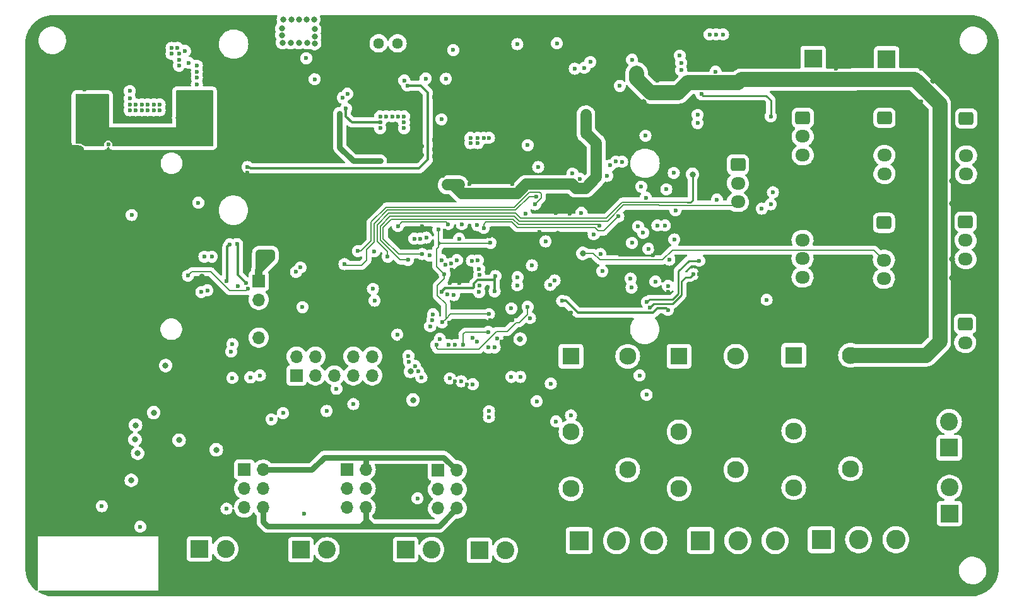
<source format=gbr>
G04 #@! TF.GenerationSoftware,KiCad,Pcbnew,7.0.2*
G04 #@! TF.CreationDate,2023-12-02T10:50:19+03:00*
G04 #@! TF.ProjectId,RpiPico_Agriboard,52706950-6963-46f5-9f41-677269626f61,rev?*
G04 #@! TF.SameCoordinates,Original*
G04 #@! TF.FileFunction,Copper,L3,Inr*
G04 #@! TF.FilePolarity,Positive*
%FSLAX46Y46*%
G04 Gerber Fmt 4.6, Leading zero omitted, Abs format (unit mm)*
G04 Created by KiCad (PCBNEW 7.0.2) date 2023-12-02 10:50:19*
%MOMM*%
%LPD*%
G01*
G04 APERTURE LIST*
G04 Aperture macros list*
%AMRoundRect*
0 Rectangle with rounded corners*
0 $1 Rounding radius*
0 $2 $3 $4 $5 $6 $7 $8 $9 X,Y pos of 4 corners*
0 Add a 4 corners polygon primitive as box body*
4,1,4,$2,$3,$4,$5,$6,$7,$8,$9,$2,$3,0*
0 Add four circle primitives for the rounded corners*
1,1,$1+$1,$2,$3*
1,1,$1+$1,$4,$5*
1,1,$1+$1,$6,$7*
1,1,$1+$1,$8,$9*
0 Add four rect primitives between the rounded corners*
20,1,$1+$1,$2,$3,$4,$5,0*
20,1,$1+$1,$4,$5,$6,$7,0*
20,1,$1+$1,$6,$7,$8,$9,0*
20,1,$1+$1,$8,$9,$2,$3,0*%
G04 Aperture macros list end*
G04 #@! TA.AperFunction,ComponentPad*
%ADD10R,2.400000X2.400000*%
G04 #@! TD*
G04 #@! TA.AperFunction,ComponentPad*
%ADD11C,2.400000*%
G04 #@! TD*
G04 #@! TA.AperFunction,ComponentPad*
%ADD12R,2.300000X2.300000*%
G04 #@! TD*
G04 #@! TA.AperFunction,ComponentPad*
%ADD13C,2.300000*%
G04 #@! TD*
G04 #@! TA.AperFunction,ComponentPad*
%ADD14R,1.700000X1.700000*%
G04 #@! TD*
G04 #@! TA.AperFunction,ComponentPad*
%ADD15O,1.700000X1.700000*%
G04 #@! TD*
G04 #@! TA.AperFunction,ComponentPad*
%ADD16O,1.900000X1.200000*%
G04 #@! TD*
G04 #@! TA.AperFunction,ComponentPad*
%ADD17C,1.450000*%
G04 #@! TD*
G04 #@! TA.AperFunction,ComponentPad*
%ADD18RoundRect,0.250000X-0.725000X0.600000X-0.725000X-0.600000X0.725000X-0.600000X0.725000X0.600000X0*%
G04 #@! TD*
G04 #@! TA.AperFunction,ComponentPad*
%ADD19O,1.950000X1.700000*%
G04 #@! TD*
G04 #@! TA.AperFunction,ComponentPad*
%ADD20R,2.600000X2.600000*%
G04 #@! TD*
G04 #@! TA.AperFunction,ComponentPad*
%ADD21C,2.600000*%
G04 #@! TD*
G04 #@! TA.AperFunction,ComponentPad*
%ADD22R,1.800000X4.400000*%
G04 #@! TD*
G04 #@! TA.AperFunction,ComponentPad*
%ADD23O,1.800000X4.000000*%
G04 #@! TD*
G04 #@! TA.AperFunction,ComponentPad*
%ADD24O,4.000000X1.800000*%
G04 #@! TD*
G04 #@! TA.AperFunction,ComponentPad*
%ADD25C,1.440000*%
G04 #@! TD*
G04 #@! TA.AperFunction,ViaPad*
%ADD26C,0.600000*%
G04 #@! TD*
G04 #@! TA.AperFunction,ViaPad*
%ADD27C,0.800000*%
G04 #@! TD*
G04 #@! TA.AperFunction,Conductor*
%ADD28C,0.200000*%
G04 #@! TD*
G04 #@! TA.AperFunction,Conductor*
%ADD29C,0.250000*%
G04 #@! TD*
G04 #@! TA.AperFunction,Conductor*
%ADD30C,0.350000*%
G04 #@! TD*
G04 #@! TA.AperFunction,Conductor*
%ADD31C,1.500000*%
G04 #@! TD*
G04 #@! TA.AperFunction,Conductor*
%ADD32C,0.750000*%
G04 #@! TD*
G04 #@! TA.AperFunction,Conductor*
%ADD33C,2.000000*%
G04 #@! TD*
G04 #@! TA.AperFunction,Conductor*
%ADD34C,1.000000*%
G04 #@! TD*
G04 APERTURE END LIST*
D10*
X180100000Y-122100000D03*
D11*
X183600000Y-122100000D03*
X187100000Y-122100000D03*
D12*
X222290000Y-95900000D03*
D13*
X222290000Y-106060000D03*
X222290000Y-113680000D03*
X229910000Y-111140000D03*
X229910000Y-95900000D03*
D14*
X155570000Y-98600000D03*
D15*
X155570000Y-96060000D03*
X158110000Y-98600000D03*
X158110000Y-96060000D03*
X160650000Y-98600000D03*
X160650000Y-96060000D03*
X163190000Y-98600000D03*
X163190000Y-96060000D03*
X165730000Y-98600000D03*
X165730000Y-96060000D03*
D16*
X120787500Y-74175000D03*
D17*
X123487500Y-75175000D03*
X123487500Y-80175000D03*
D16*
X120787500Y-81175000D03*
D10*
X234750000Y-56100000D03*
D11*
X231250000Y-56100000D03*
D18*
X245350000Y-77950000D03*
D19*
X245350000Y-80450000D03*
X245350000Y-82950000D03*
X245350000Y-85450000D03*
D18*
X245425000Y-64075000D03*
D19*
X245425000Y-66575000D03*
X245425000Y-69075000D03*
X245425000Y-71575000D03*
D10*
X224900000Y-56025000D03*
D11*
X221400000Y-56025000D03*
D20*
X226000000Y-120662500D03*
D21*
X231000000Y-120662500D03*
X236000000Y-120662500D03*
D22*
X128200000Y-63800000D03*
D23*
X122400000Y-63800000D03*
D24*
X125200000Y-68600000D03*
D20*
X193500000Y-120800000D03*
D21*
X198500000Y-120800000D03*
X203500000Y-120800000D03*
D18*
X214800000Y-70300000D03*
D19*
X214800000Y-72800000D03*
X214800000Y-75300000D03*
X214800000Y-77800000D03*
D18*
X223475000Y-77925000D03*
D19*
X223475000Y-80425000D03*
X223475000Y-82925000D03*
X223475000Y-85425000D03*
D14*
X150500000Y-85900000D03*
D15*
X150500000Y-88440000D03*
X150500000Y-90980000D03*
X150500000Y-93520000D03*
D12*
X192400000Y-96037500D03*
D13*
X192400000Y-106197500D03*
X192400000Y-113817500D03*
X200020000Y-111277500D03*
X200020000Y-96037500D03*
D14*
X148560000Y-111260000D03*
D15*
X151100000Y-111260000D03*
X148560000Y-113800000D03*
X151100000Y-113800000D03*
X148560000Y-116340000D03*
X151100000Y-116340000D03*
D10*
X170200000Y-122000000D03*
D11*
X173700000Y-122000000D03*
D14*
X162310000Y-111260000D03*
D15*
X164850000Y-111260000D03*
X162310000Y-113800000D03*
X164850000Y-113800000D03*
X162310000Y-116340000D03*
X164850000Y-116340000D03*
D19*
X234475000Y-71525000D03*
X234475000Y-69025000D03*
X234475000Y-66525000D03*
D18*
X234475000Y-64025000D03*
X245300000Y-91700000D03*
D19*
X245300000Y-94200000D03*
X245300000Y-96700000D03*
X245300000Y-99200000D03*
D12*
X206900000Y-96025000D03*
D13*
X206900000Y-106185000D03*
X206900000Y-113805000D03*
X214520000Y-111265000D03*
X214520000Y-96025000D03*
D10*
X243200000Y-117150000D03*
D11*
X243200000Y-113650000D03*
D18*
X223500000Y-64000000D03*
D19*
X223500000Y-66500000D03*
X223500000Y-69000000D03*
X223500000Y-71500000D03*
D14*
X174557500Y-111375000D03*
D15*
X177097500Y-111375000D03*
X174557500Y-113915000D03*
X177097500Y-113915000D03*
X174557500Y-116455000D03*
X177097500Y-116455000D03*
D10*
X156150000Y-122025000D03*
D11*
X159650000Y-122025000D03*
D25*
X166585000Y-54000000D03*
X169125000Y-54000000D03*
X171665000Y-54000000D03*
D10*
X142550000Y-121900000D03*
D11*
X146050000Y-121900000D03*
D10*
X243150000Y-108325000D03*
D11*
X243150000Y-104825000D03*
D18*
X234400000Y-78100000D03*
D19*
X234400000Y-80600000D03*
X234400000Y-83100000D03*
X234400000Y-85600000D03*
D20*
X209800000Y-120787500D03*
D21*
X214800000Y-120787500D03*
X219800000Y-120787500D03*
D26*
X177000000Y-109400000D03*
X179800000Y-109400000D03*
X180800000Y-114400000D03*
X190000000Y-114400000D03*
X190400000Y-112200000D03*
X190400000Y-110600000D03*
X185200000Y-107400000D03*
X185400000Y-108800000D03*
X185400000Y-110600000D03*
X185400000Y-112200000D03*
X185400000Y-114400000D03*
X197600000Y-61800000D03*
X197600000Y-65800000D03*
X197600000Y-63800000D03*
X216000000Y-56200000D03*
X212800000Y-56200000D03*
X214200000Y-56200000D03*
X217800000Y-56200000D03*
X196800000Y-52400000D03*
X192200000Y-53200000D03*
X180800000Y-52400000D03*
X176600000Y-52600000D03*
X173600000Y-54200000D03*
X173600000Y-52600000D03*
X181600000Y-55400000D03*
X197400000Y-58600000D03*
X197400000Y-57000000D03*
X228000000Y-55600000D03*
X216000000Y-54800000D03*
X212800000Y-54800000D03*
X214200000Y-54800000D03*
X217800000Y-54800000D03*
X233400000Y-50800000D03*
X228200000Y-50800000D03*
X223400000Y-50800000D03*
X216200000Y-50800000D03*
X211400000Y-50800000D03*
X207400000Y-50800000D03*
X203600000Y-50800000D03*
X199800000Y-50800000D03*
X196800000Y-50800000D03*
X192200000Y-50800000D03*
X189000000Y-50800000D03*
X185800000Y-50800000D03*
X182200000Y-50800000D03*
X179200000Y-50800000D03*
X176600000Y-50800000D03*
X173600000Y-50800000D03*
X185000000Y-79600000D03*
X136900000Y-102200000D03*
X135500000Y-102000000D03*
X132900000Y-102000000D03*
X127500000Y-98100000D03*
X130900000Y-101600000D03*
X129200000Y-101600000D03*
X127200000Y-101600000D03*
X138900000Y-103000000D03*
X142100000Y-104000000D03*
X143900000Y-104000000D03*
X145700000Y-103100000D03*
X148800000Y-103100000D03*
X150900000Y-103100000D03*
X156000000Y-103100000D03*
X157700000Y-103100000D03*
X167550000Y-99050000D03*
X166800000Y-93550000D03*
X163800000Y-90150000D03*
X156500000Y-91200000D03*
X160850000Y-87900000D03*
X163900000Y-87900000D03*
X166950000Y-84700000D03*
X161750000Y-85400000D03*
X160350000Y-85400000D03*
X141200000Y-82224500D03*
X176400000Y-84400000D03*
X206260000Y-80340000D03*
X200600000Y-80800000D03*
X208800000Y-85000000D03*
X203000000Y-89525500D03*
X209600000Y-83200000D03*
X202600000Y-88764500D03*
X185600000Y-98800000D03*
X184400000Y-98800000D03*
X216800000Y-72400000D03*
X210800000Y-73400000D03*
X209600000Y-73400000D03*
X211600000Y-69800000D03*
X210200000Y-69800000D03*
X205400000Y-70400000D03*
X205400000Y-69200000D03*
X203600000Y-74000000D03*
X203600000Y-73000000D03*
X194000000Y-70200000D03*
X190800000Y-71000000D03*
X190000000Y-71000000D03*
X189200000Y-71000000D03*
X193200000Y-70200000D03*
X192400000Y-70200000D03*
X191600000Y-70200000D03*
X190800000Y-70200000D03*
X190000000Y-70200000D03*
X189200000Y-70200000D03*
X186600000Y-67675000D03*
X186600000Y-69000000D03*
X186200000Y-69600000D03*
X185400000Y-71600000D03*
X184800000Y-72000000D03*
X176400000Y-71400000D03*
X175200000Y-71800000D03*
X175200000Y-71000000D03*
X175200000Y-69200000D03*
X175200000Y-68200000D03*
X175200000Y-67000000D03*
X175200000Y-70200000D03*
X191200000Y-65600000D03*
X191200000Y-64800000D03*
X191200000Y-64000000D03*
X191200000Y-63200000D03*
X191200000Y-62400000D03*
X191200000Y-61600000D03*
X191200000Y-60800000D03*
X191200000Y-60000000D03*
X191200000Y-59200000D03*
X191200000Y-58400000D03*
X190200000Y-65600000D03*
X190200000Y-64800000D03*
X190200000Y-64000000D03*
X190200000Y-63200000D03*
X190200000Y-62400000D03*
X190200000Y-61600000D03*
X190200000Y-60800000D03*
X190200000Y-60000000D03*
X190200000Y-59200000D03*
X190200000Y-58400000D03*
X189200000Y-65600000D03*
X186600000Y-65600000D03*
X187600000Y-65600000D03*
X188400000Y-65600000D03*
X189200000Y-64800000D03*
X189200000Y-64000000D03*
X189200000Y-63200000D03*
X189200000Y-62400000D03*
X189200000Y-61600000D03*
X189200000Y-60800000D03*
X189200000Y-60000000D03*
X189200000Y-59200000D03*
X189200000Y-58400000D03*
X188400000Y-58400000D03*
X187600000Y-58400000D03*
X186800000Y-58400000D03*
X186000000Y-58400000D03*
X185200000Y-58400000D03*
X184400000Y-58400000D03*
X183600000Y-58400000D03*
X182600000Y-58400000D03*
X181800000Y-58400000D03*
X181000000Y-58400000D03*
X180200000Y-58400000D03*
X179400000Y-58400000D03*
X178600000Y-58400000D03*
X177800000Y-58400000D03*
X177800000Y-59200000D03*
X177800000Y-60000000D03*
X177800000Y-60800000D03*
X178400000Y-61400000D03*
X178400000Y-62200000D03*
X178400000Y-63000000D03*
X178400000Y-63800000D03*
X178400000Y-64600000D03*
X178400000Y-65400000D03*
X180800000Y-69600000D03*
X180200000Y-72000000D03*
X178800000Y-72893746D03*
X188000000Y-70600000D03*
X183400000Y-68427057D03*
X191600000Y-71000000D03*
X180800000Y-89000000D03*
X181000000Y-82200000D03*
X173200000Y-78800000D03*
X172400000Y-78600000D03*
X170000000Y-87800000D03*
X143600000Y-78400000D03*
X141000000Y-78400000D03*
X138800000Y-77400000D03*
X137600000Y-77400000D03*
X149600000Y-55400000D03*
X149600000Y-54400000D03*
X150600000Y-54400000D03*
X150600000Y-55400000D03*
X141600000Y-68800000D03*
X141600000Y-69600000D03*
X142800000Y-69600000D03*
X144000000Y-69600000D03*
X145000000Y-69600000D03*
X146000000Y-69600000D03*
X149800000Y-69600000D03*
X148400000Y-69600000D03*
X147000000Y-69600000D03*
X145200000Y-66400000D03*
X145200000Y-65400000D03*
X145200000Y-64200000D03*
X145200000Y-63200000D03*
X145200000Y-62200000D03*
X145200000Y-61200000D03*
X146000000Y-61200000D03*
X150200000Y-61200000D03*
X151400000Y-61200000D03*
X152600000Y-61200000D03*
X153800000Y-61200000D03*
X154800000Y-61200000D03*
X156000000Y-61200000D03*
X157000000Y-61200000D03*
X158000000Y-61200000D03*
X159000000Y-61200000D03*
X157400000Y-65000000D03*
X160000000Y-65800000D03*
X159000000Y-65800000D03*
X158200000Y-65800000D03*
X157400000Y-65800000D03*
X171000000Y-51800000D03*
X171000000Y-50800000D03*
X168200000Y-51800000D03*
X168200000Y-50800000D03*
X166150000Y-60250000D03*
X164800000Y-57400000D03*
X167400000Y-57300000D03*
X164800000Y-56350000D03*
X167400000Y-61200000D03*
X166100000Y-61200000D03*
X164800000Y-61200000D03*
X164800000Y-60250000D03*
X164800000Y-59200000D03*
X164800000Y-58400000D03*
X173400000Y-56400000D03*
X174000000Y-61200000D03*
X174000000Y-67000000D03*
X172400000Y-67800000D03*
X172400000Y-69000000D03*
X171800000Y-69800000D03*
X170400000Y-69800000D03*
X149600000Y-76200000D03*
X151200000Y-76200000D03*
X153600000Y-76200000D03*
X155000000Y-76200000D03*
X152400000Y-76200000D03*
X152400000Y-74600000D03*
X153600000Y-74600000D03*
X151200000Y-74600000D03*
X149600000Y-74600000D03*
X143200000Y-74600000D03*
X143200000Y-73400000D03*
X145000000Y-73400000D03*
X147800000Y-73400000D03*
X149600000Y-73400000D03*
X151200000Y-73400000D03*
X152400000Y-72000000D03*
X153600000Y-72000000D03*
X155200000Y-72000000D03*
X156400000Y-72000000D03*
X157600000Y-72000000D03*
X158800000Y-72000000D03*
X160200000Y-72000000D03*
X161400000Y-72000000D03*
X173200000Y-72000000D03*
X172000000Y-72000000D03*
X170600000Y-72000000D03*
X169400000Y-72000000D03*
X168000000Y-72000000D03*
X166800000Y-72000000D03*
X165600000Y-72000000D03*
X164000000Y-72000000D03*
X162600000Y-72000000D03*
X165500000Y-65600000D03*
X164600000Y-65600000D03*
X167400000Y-60200000D03*
X167400000Y-59200000D03*
X167400000Y-58350000D03*
X167400000Y-56300000D03*
X166150000Y-59200000D03*
X166150000Y-58350000D03*
X166150000Y-57400000D03*
X166150000Y-56350000D03*
X165900000Y-51800000D03*
X165900000Y-50800000D03*
X163900000Y-55800000D03*
X163900000Y-54800000D03*
X163900000Y-53800000D03*
X163900000Y-52800000D03*
X163900000Y-51800000D03*
X163900000Y-50800000D03*
X161900000Y-55800000D03*
X161900000Y-54800000D03*
X161900000Y-53800000D03*
X161900000Y-52800000D03*
X161900000Y-51800000D03*
X161900000Y-50800000D03*
X159400000Y-57800000D03*
X158400000Y-57800000D03*
X158400000Y-56800000D03*
X159400000Y-56800000D03*
X159400000Y-55800000D03*
X158400000Y-55800000D03*
X154400000Y-55800000D03*
X153400000Y-55800000D03*
X155400000Y-55800000D03*
X139800000Y-57000000D03*
X139800000Y-56200000D03*
X138800000Y-55400000D03*
X139800000Y-55400000D03*
X140600000Y-55000000D03*
X139600000Y-54600000D03*
X138800000Y-54600000D03*
X137200000Y-62200000D03*
X137200000Y-63000000D03*
X136400000Y-63000000D03*
X136400000Y-62200000D03*
X135600000Y-62200000D03*
X135600000Y-63000000D03*
X134800000Y-63000000D03*
X134800000Y-62200000D03*
X134000000Y-62200000D03*
X134000000Y-63000000D03*
X133200000Y-63000000D03*
X133200000Y-62200000D03*
X133200000Y-61400000D03*
X133200000Y-60400000D03*
X172896161Y-58720661D03*
X175600000Y-58750000D03*
X158000000Y-58800000D03*
X156874500Y-56000000D03*
X162387165Y-60768444D03*
X161784194Y-61293448D03*
X161360113Y-63413296D03*
X166800000Y-69800000D03*
X170000000Y-65400000D03*
X166800000Y-65400000D03*
X166800000Y-64600000D03*
X166800000Y-63800000D03*
X167600000Y-63800000D03*
X168400000Y-63800000D03*
X169200000Y-63800000D03*
X170000000Y-63800000D03*
X172000000Y-61474500D03*
X170436341Y-59660568D03*
X170025000Y-58975000D03*
X149000000Y-71400000D03*
X149000000Y-70600000D03*
X170000000Y-64600000D03*
X162200000Y-62738796D03*
D27*
X153600000Y-52900000D03*
X153600000Y-52000000D03*
X158000000Y-52100000D03*
X158000000Y-53100000D03*
X158000000Y-54000000D03*
X157000000Y-53900000D03*
X155900000Y-53900000D03*
X154800000Y-53900000D03*
X153700000Y-53900000D03*
X157900000Y-50800000D03*
X156900000Y-50800000D03*
X155900000Y-50800000D03*
X154900000Y-50800000D03*
X153800000Y-50800000D03*
D26*
X208250000Y-62725000D03*
X208250000Y-65500000D03*
X208250000Y-64025000D03*
X205800000Y-64025000D03*
X208400000Y-70200000D03*
X208400000Y-68800000D03*
X218000000Y-78400000D03*
X221000000Y-80400000D03*
X228600000Y-80600000D03*
X228600000Y-88200000D03*
X231400000Y-90000000D03*
X237600000Y-92400000D03*
X235000000Y-92400000D03*
X185000000Y-81200000D03*
X185000000Y-82200000D03*
X182600000Y-82200000D03*
X182600000Y-81200000D03*
X199400000Y-84600000D03*
X197800000Y-84600000D03*
X199600000Y-91800000D03*
X195200000Y-95000000D03*
X179800000Y-103600000D03*
X189600000Y-102800000D03*
X190000000Y-97800000D03*
X174200000Y-101000000D03*
X183124002Y-94099326D03*
D27*
X185568057Y-93724500D03*
D26*
X140000000Y-117000000D03*
X190400000Y-84400000D03*
X183500000Y-63400000D03*
X145750000Y-99500000D03*
X233500000Y-102500000D03*
X212375000Y-123850000D03*
X146250000Y-114325000D03*
D27*
X228500000Y-105000000D03*
X138500000Y-122500000D03*
D26*
X160000000Y-74600000D03*
D27*
X233500000Y-107000000D03*
D26*
X192200000Y-76850500D03*
X205125000Y-108500000D03*
X167200000Y-97800000D03*
X139300000Y-96475000D03*
X142800000Y-117000000D03*
D27*
X124500000Y-57000000D03*
X214750000Y-102500000D03*
D26*
X200200000Y-88400000D03*
X171000000Y-113600000D03*
X168096417Y-87802509D03*
X181900000Y-69700000D03*
X227925000Y-53525000D03*
D27*
X127500000Y-105500000D03*
D26*
X163000000Y-124200000D03*
X167000000Y-107000000D03*
D27*
X120000000Y-121600000D03*
X168694622Y-89905378D03*
D26*
X238000000Y-102500000D03*
D27*
X121500000Y-60000000D03*
D26*
X169750000Y-93900000D03*
X136600000Y-90000000D03*
D27*
X149174500Y-90047931D03*
D26*
X204600000Y-58600000D03*
X239175000Y-90150000D03*
X156000000Y-74600000D03*
D27*
X119950000Y-125500000D03*
D26*
X200200000Y-81800000D03*
D27*
X196000000Y-124000000D03*
X119950000Y-122800000D03*
X150000000Y-125500000D03*
D26*
X199800000Y-63800000D03*
X126200000Y-86000000D03*
X184225000Y-88300000D03*
X167800000Y-103200000D03*
X165800000Y-74600000D03*
X196400000Y-94800000D03*
D27*
X201000000Y-124000000D03*
X138500000Y-125500000D03*
D26*
X178426937Y-99818605D03*
D27*
X191600000Y-84600000D03*
D26*
X219225000Y-108425000D03*
X143800000Y-94800000D03*
X168100000Y-84700000D03*
D27*
X245000000Y-120500000D03*
D26*
X185300000Y-106000000D03*
D27*
X130250000Y-105500000D03*
D26*
X174000000Y-68200000D03*
X171750000Y-107000000D03*
D27*
X240000000Y-87500000D03*
D26*
X142800000Y-118200000D03*
D27*
X227000000Y-124000000D03*
D26*
X139800000Y-112800000D03*
X229400000Y-123850000D03*
X130500000Y-90000000D03*
X227925000Y-57375000D03*
D27*
X186000000Y-124000000D03*
D26*
X183500000Y-59400000D03*
X120750000Y-90000000D03*
X248800000Y-92600000D03*
X161200000Y-82000000D03*
D27*
X142850000Y-85350000D03*
D26*
X177200000Y-103200000D03*
X195600000Y-76400000D03*
X221070000Y-77980000D03*
D27*
X128000000Y-90000000D03*
D26*
X167200000Y-74600000D03*
X164800000Y-103200000D03*
X164600000Y-121000000D03*
D27*
X125400000Y-118400000D03*
D26*
X175200000Y-103200000D03*
D27*
X125500000Y-119500000D03*
X248900000Y-119300000D03*
D26*
X129300000Y-69100000D03*
X204000000Y-57800000D03*
D27*
X135500000Y-96000000D03*
X233500000Y-105000000D03*
X166000000Y-125500000D03*
D26*
X153800000Y-100400000D03*
X120750000Y-86500000D03*
X228250000Y-102500000D03*
X155000000Y-74600000D03*
X239400000Y-66200000D03*
X143725000Y-55825000D03*
X160000000Y-76200000D03*
X240000000Y-83800000D03*
X154200000Y-82000000D03*
X205200000Y-81200000D03*
X143250000Y-99500000D03*
X239800000Y-68800000D03*
D27*
X152500000Y-125500000D03*
X125000000Y-109000000D03*
X133500000Y-119500000D03*
D26*
X174000000Y-70200000D03*
X148200000Y-100000000D03*
X141200000Y-83200500D03*
X143550000Y-54200000D03*
X174000000Y-72400000D03*
D27*
X239000000Y-98000000D03*
X227000000Y-96000000D03*
X203000000Y-64000000D03*
D26*
X205400000Y-87400000D03*
X229200000Y-92400000D03*
X190400000Y-76800000D03*
X216200000Y-68200000D03*
X124575000Y-60200000D03*
X175400000Y-100200000D03*
D27*
X241000000Y-59000000D03*
X237500000Y-90000000D03*
X129500000Y-79000000D03*
D26*
X186100000Y-104600000D03*
X132750000Y-95250000D03*
X212400000Y-79800000D03*
X164625000Y-122475000D03*
D27*
X231600000Y-70000000D03*
D26*
X141200000Y-89400000D03*
D27*
X232500000Y-98000000D03*
X182600000Y-79800000D03*
D26*
X182600000Y-102600000D03*
X176860000Y-99430000D03*
X239400000Y-57400000D03*
X183500000Y-61000000D03*
D27*
X128400000Y-118400000D03*
D26*
X184274500Y-70200000D03*
X228000000Y-63000000D03*
X152200000Y-98200000D03*
D27*
X131000000Y-119500000D03*
X243500000Y-83000000D03*
D26*
X164000000Y-76200000D03*
X209800000Y-77200000D03*
D27*
X203200000Y-94600000D03*
D26*
X191125498Y-80900000D03*
D27*
X125500000Y-80500000D03*
D26*
X123925000Y-105400000D03*
D27*
X129400000Y-118400000D03*
X196500000Y-106000000D03*
D26*
X139000000Y-99500000D03*
X184493246Y-72893246D03*
D27*
X198000000Y-101500000D03*
X238000000Y-117500000D03*
D26*
X159800000Y-82000000D03*
D27*
X228500000Y-107000000D03*
X233000000Y-118000000D03*
X200000000Y-106000000D03*
D26*
X218200000Y-80400000D03*
X184500000Y-105000000D03*
X145000000Y-77800000D03*
X191000000Y-83000000D03*
X219250000Y-90750000D03*
D27*
X249000000Y-110800000D03*
D26*
X199600000Y-93000000D03*
D27*
X132400000Y-118400000D03*
D26*
X124200000Y-86000000D03*
D27*
X125500000Y-79000000D03*
D26*
X191200000Y-124000000D03*
D27*
X246500000Y-59000000D03*
D26*
X160000000Y-77600000D03*
D27*
X138500000Y-124000000D03*
X240000000Y-85500000D03*
X219000000Y-105000000D03*
D26*
X145000000Y-74800000D03*
X223500000Y-102500000D03*
D27*
X125000000Y-113000000D03*
X161500000Y-91000000D03*
D26*
X177000000Y-107000000D03*
X155650000Y-87290000D03*
D27*
X130900000Y-118400000D03*
D26*
X189200000Y-89400000D03*
X177200000Y-100800000D03*
X120750000Y-95250000D03*
X199000000Y-79800000D03*
X228650000Y-76400000D03*
D27*
X243500000Y-75500000D03*
X124000000Y-119500000D03*
X242000000Y-127500000D03*
X207600000Y-89400000D03*
X138500000Y-127000000D03*
X227500000Y-69900000D03*
D26*
X192200000Y-87400000D03*
X219250000Y-112500000D03*
D27*
X237000000Y-98000000D03*
D26*
X130300000Y-67600000D03*
X192950000Y-123950000D03*
D27*
X190600000Y-79600000D03*
D26*
X181500000Y-79900000D03*
X147600000Y-72200000D03*
D27*
X119950000Y-124000000D03*
X238000000Y-115000000D03*
X193000000Y-101500000D03*
X152500000Y-122500000D03*
D26*
X176175000Y-86225000D03*
X183500000Y-62200000D03*
X162400000Y-76200000D03*
D27*
X140000000Y-104300000D03*
X179750000Y-107000000D03*
D26*
X174000000Y-73400000D03*
X228525000Y-83775000D03*
X143200000Y-72200000D03*
D27*
X129500000Y-119500000D03*
X127500000Y-113000000D03*
D26*
X207975000Y-102450000D03*
D27*
X210500000Y-102500000D03*
D26*
X124750000Y-95250000D03*
X239400000Y-61800000D03*
D27*
X164750000Y-107000000D03*
D26*
X139800000Y-118800000D03*
X248750000Y-121100000D03*
D27*
X152500000Y-106000000D03*
D26*
X176575000Y-79175000D03*
D27*
X221500000Y-124000000D03*
X129500000Y-80500000D03*
D26*
X164000000Y-74600000D03*
X204650000Y-64025000D03*
X128400000Y-86000000D03*
D27*
X241000000Y-57000000D03*
D26*
X199750000Y-108500000D03*
X158200000Y-77600000D03*
D27*
X127500000Y-95500000D03*
D26*
X196200000Y-98400000D03*
D27*
X120000000Y-120200000D03*
D26*
X238000000Y-107250000D03*
X237900000Y-110800000D03*
D27*
X233500000Y-124000000D03*
D26*
X132074500Y-68600000D03*
D27*
X134500000Y-90000000D03*
D26*
X204000000Y-59000000D03*
X168150000Y-111525000D03*
X148750000Y-104000000D03*
X240000000Y-99200000D03*
X184600000Y-71200000D03*
X184500000Y-91200000D03*
D27*
X243500000Y-72500000D03*
X248950000Y-115500000D03*
D26*
X219250000Y-102500000D03*
D27*
X233500000Y-109500000D03*
X138500000Y-120500000D03*
D26*
X162200000Y-74600000D03*
X177400000Y-84800000D03*
X207600000Y-79800000D03*
X204725000Y-123850000D03*
X240000000Y-93200000D03*
X180800000Y-70600000D03*
X158400000Y-93000000D03*
X191600000Y-98400000D03*
X214800000Y-89265500D03*
D27*
X238000000Y-105000000D03*
D26*
X186800000Y-79600000D03*
X166600000Y-121000000D03*
X246600000Y-57400000D03*
X160800000Y-93000000D03*
D27*
X127500000Y-109000000D03*
D26*
X174000000Y-69200000D03*
D27*
X248500000Y-59000000D03*
D26*
X219250000Y-107250000D03*
X195750000Y-101750000D03*
D27*
X128500000Y-119500000D03*
X163000000Y-125500000D03*
D26*
X142137180Y-93537180D03*
X177400000Y-86200000D03*
X240000000Y-74600000D03*
X193800000Y-98400000D03*
D27*
X210700000Y-85200000D03*
D26*
X176100000Y-91528006D03*
X203775500Y-81400000D03*
X127100000Y-60200000D03*
D27*
X228500000Y-109500000D03*
X249100000Y-99100000D03*
D26*
X140100000Y-102700000D03*
D27*
X209500000Y-97250000D03*
X156000000Y-106000000D03*
D26*
X212000000Y-91250000D03*
D27*
X242000000Y-120500000D03*
D26*
X143000000Y-91400000D03*
X192400000Y-90200000D03*
X174600000Y-98600000D03*
D27*
X243500000Y-85500000D03*
D26*
X155600000Y-93000000D03*
X158200000Y-74600000D03*
D27*
X217500000Y-124000000D03*
D26*
X181790213Y-70590213D03*
X211600000Y-77000000D03*
X158410000Y-85400500D03*
X155250000Y-90750000D03*
D27*
X121500000Y-58000000D03*
D26*
X181542623Y-91149500D03*
X145750000Y-104000000D03*
D27*
X132500000Y-119500000D03*
D26*
X162800000Y-93000000D03*
D27*
X130000000Y-109000000D03*
D26*
X202400000Y-86000000D03*
X213050000Y-102450000D03*
X242000000Y-123575000D03*
X204800000Y-85600000D03*
X130200000Y-85600000D03*
X139700000Y-114350000D03*
X221160000Y-83900000D03*
D27*
X163000000Y-122500000D03*
X214900000Y-85300000D03*
D26*
X219250000Y-95250000D03*
X194500000Y-108500000D03*
D27*
X126900000Y-118400000D03*
D26*
X198000000Y-93000000D03*
D27*
X243500000Y-59000000D03*
X239000000Y-51500000D03*
X211800000Y-89165500D03*
D26*
X187400000Y-80200000D03*
D27*
X207000000Y-124000000D03*
X233000000Y-115000000D03*
D26*
X141200000Y-87200000D03*
D27*
X235000000Y-90000000D03*
D26*
X198200000Y-82200000D03*
X171963589Y-85338589D03*
D27*
X241500000Y-51500000D03*
D26*
X125000000Y-90000000D03*
X200400000Y-84400000D03*
X123775000Y-113800000D03*
X130075000Y-110525000D03*
X203800000Y-77200000D03*
D27*
X211750000Y-97250000D03*
D26*
X145000000Y-72200000D03*
X140065000Y-94800000D03*
X144200000Y-90000000D03*
D27*
X202100000Y-61900000D03*
X120000000Y-57000000D03*
X221100000Y-76300000D03*
D26*
X150175000Y-122475000D03*
D27*
X133400000Y-118400000D03*
D26*
X163000000Y-121000000D03*
X200000000Y-77200000D03*
X191000000Y-101750000D03*
X183400000Y-64600000D03*
D27*
X127000000Y-119500000D03*
D26*
X137800000Y-96000000D03*
X209800000Y-79800000D03*
X199050000Y-61000000D03*
X149000000Y-82200000D03*
X158200000Y-76200000D03*
X177000000Y-85500000D03*
D27*
X130000000Y-113000000D03*
X213750000Y-106250000D03*
D26*
X190400000Y-108400000D03*
X175475000Y-79175000D03*
X153250000Y-94750000D03*
X196150000Y-96125000D03*
X162400000Y-82000000D03*
D27*
X226500000Y-90000000D03*
X238000000Y-124000000D03*
D26*
X214000000Y-108450000D03*
X174000000Y-71400000D03*
X188200000Y-79324500D03*
X138600000Y-89400000D03*
X214750000Y-91250000D03*
X186000000Y-87400000D03*
X189000000Y-83000000D03*
X156000000Y-76200000D03*
D27*
X140500000Y-90000000D03*
D26*
X228525000Y-90100000D03*
X176600000Y-54900000D03*
X194400000Y-65300000D03*
X201750000Y-57800000D03*
X194400000Y-64500000D03*
D27*
X236600000Y-58800000D03*
D26*
X200600000Y-56200000D03*
X198950000Y-59700000D03*
X202550000Y-101200000D03*
X200600000Y-57800000D03*
X177400000Y-73000500D03*
X194400000Y-63600000D03*
X175800000Y-73000000D03*
X194400000Y-66100000D03*
X200400000Y-85600000D03*
X201400000Y-58600000D03*
X150600000Y-82200000D03*
X206200000Y-71400000D03*
X219200000Y-63800000D03*
X207000000Y-55650000D03*
X207200000Y-56600000D03*
X187800000Y-102075000D03*
X174600000Y-79000000D03*
D27*
X138000000Y-97275000D03*
D26*
X151400000Y-82200000D03*
X181393167Y-90364091D03*
X152200000Y-82200000D03*
X189000000Y-80600000D03*
D27*
X133396043Y-112698922D03*
D26*
X205196432Y-73603568D03*
X193600000Y-72200000D03*
X147725500Y-86611829D03*
X156370863Y-89429137D03*
X209890498Y-60800000D03*
X211800000Y-57800000D03*
X207200000Y-57600000D03*
X175122590Y-91469798D03*
D27*
X136400000Y-103600000D03*
D26*
X184400000Y-89600000D03*
X175419161Y-84968661D03*
X181600000Y-80800000D03*
X175062714Y-87336797D03*
X182150000Y-87300000D03*
X182272649Y-85256622D03*
X170590000Y-95974500D03*
X193798176Y-76754002D03*
X195445000Y-79645000D03*
X170661672Y-96770784D03*
X196343911Y-82296089D03*
X171460000Y-97350000D03*
X133450000Y-77050000D03*
X156600000Y-117200000D03*
X196600000Y-84600000D03*
X171892496Y-98069318D03*
X146175000Y-116500000D03*
X171800000Y-115125000D03*
X201600000Y-98600000D03*
X143200000Y-82650500D03*
X201400000Y-78604500D03*
X142800000Y-87400000D03*
X187716804Y-74579500D03*
X162000000Y-83651020D03*
X146800000Y-95400000D03*
X173787012Y-91190979D03*
X198426837Y-69875840D03*
X163800000Y-81903939D03*
X146975500Y-94400000D03*
X143600000Y-87175998D03*
X187600000Y-75600000D03*
X173900000Y-90399500D03*
X202074500Y-79443484D03*
X144200000Y-82650500D03*
X199250500Y-69900000D03*
X189602255Y-86439986D03*
X156100521Y-84099479D03*
X190203297Y-85838944D03*
X155499479Y-84700521D03*
X177690000Y-99389500D03*
X176849750Y-94500500D03*
X175783268Y-87683214D03*
X181325292Y-92775500D03*
X179225910Y-99789500D03*
X177900000Y-94500000D03*
X175003500Y-83128500D03*
X197240500Y-71800000D03*
X197640500Y-70389261D03*
X173400000Y-82500500D03*
X219200000Y-75600000D03*
D27*
X193990500Y-82200000D03*
D26*
X174800000Y-93700000D03*
X173509500Y-92000000D03*
X172329873Y-98863295D03*
X179899504Y-83151102D03*
X163200000Y-102449500D03*
X179827538Y-94050999D03*
X179101462Y-83199397D03*
X179225000Y-93525500D03*
D27*
X171200000Y-101900500D03*
X170867192Y-98057772D03*
D26*
X167800000Y-82649500D03*
D27*
X208700000Y-71599500D03*
D26*
X170520254Y-83089500D03*
X180700000Y-78800000D03*
X198760131Y-77253377D03*
X206423911Y-76423911D03*
X218000000Y-76200000D03*
X169080839Y-93128661D03*
X166040000Y-88550000D03*
X180076942Y-87410207D03*
X185200000Y-86499500D03*
X186903888Y-90903888D03*
X150658346Y-98600500D03*
X182500000Y-93599500D03*
X153752223Y-103670661D03*
X181397432Y-103393438D03*
X192400000Y-103975500D03*
X149350000Y-98875000D03*
X152200000Y-104500500D03*
X190400000Y-104800000D03*
X181400000Y-104200000D03*
X180101006Y-86515472D03*
X185222500Y-85400000D03*
X180058851Y-84293326D03*
X186269788Y-76850500D03*
X180100000Y-85100000D03*
X187161210Y-83818105D03*
X177400000Y-80250000D03*
X171371081Y-80221897D03*
X177100000Y-83102497D03*
X172985932Y-80099500D03*
X172199137Y-80241663D03*
X176349543Y-83600498D03*
X175900000Y-78299500D03*
X169180500Y-78550298D03*
X166016068Y-81916068D03*
X141000000Y-85199500D03*
X149074500Y-86975500D03*
X212000000Y-75000000D03*
X209400000Y-63600000D03*
X209400000Y-64700000D03*
X205000000Y-78449500D03*
X181400000Y-66700000D03*
X179900000Y-67400000D03*
X180700000Y-66700000D03*
X178900000Y-66700000D03*
X142200000Y-57800000D03*
X178900000Y-67400000D03*
X142200000Y-58600000D03*
X141100000Y-56600000D03*
X142200000Y-59500000D03*
X142200000Y-57000000D03*
X179900000Y-66700000D03*
D27*
X134250000Y-109050000D03*
D26*
X181351590Y-94850999D03*
X177764330Y-78299500D03*
X176000000Y-94500500D03*
X189693246Y-99693246D03*
X202800000Y-81600000D03*
X179800000Y-78400000D03*
X176150000Y-98989500D03*
X203735500Y-86000000D03*
X176686885Y-87800500D03*
X182151093Y-94850999D03*
X175556962Y-83705461D03*
X146199500Y-85963362D03*
X129440000Y-116170000D03*
X204000000Y-78450000D03*
X134600000Y-118940000D03*
X202449000Y-74720500D03*
X146600000Y-81000000D03*
X205600000Y-83050500D03*
X205400000Y-86600000D03*
X160940500Y-100400000D03*
D27*
X133975000Y-105280500D03*
D26*
X219500000Y-74000000D03*
X174330997Y-94524493D03*
X186576944Y-89376944D03*
X200520273Y-86799500D03*
X165824500Y-86973911D03*
X218658411Y-88458411D03*
X172409940Y-82290060D03*
X201824500Y-73240000D03*
X196175498Y-78449500D03*
D27*
X144800000Y-108600000D03*
X139800000Y-107300000D03*
X133900000Y-107200000D03*
D26*
X159600000Y-103375500D03*
X211000000Y-52800000D03*
D27*
X143750000Y-64000000D03*
X143750000Y-61750000D03*
D26*
X190500000Y-54000000D03*
X194200000Y-57300000D03*
X175025000Y-64200000D03*
D27*
X143750000Y-63000000D03*
X142750000Y-63000000D03*
D26*
X195000000Y-56500000D03*
X212800000Y-52800000D03*
X185200000Y-54100000D03*
X192900000Y-57400000D03*
X211900000Y-52800000D03*
D27*
X142750000Y-61750000D03*
X140750000Y-64000000D03*
X142750000Y-64000000D03*
X139750000Y-64000000D03*
X141750000Y-64000000D03*
D26*
X146950000Y-98950000D03*
X142400000Y-75400000D03*
X202400000Y-66400500D03*
X148800000Y-86200000D03*
X147600000Y-80950500D03*
X192600500Y-71491956D03*
X199000000Y-82400000D03*
X203400000Y-82485500D03*
X209623911Y-85023911D03*
X191224500Y-88600000D03*
X205400000Y-89800000D03*
D28*
X186786186Y-74579500D02*
X187716804Y-74579500D01*
X184965686Y-76400000D02*
X186786186Y-74579500D01*
X167802942Y-76400000D02*
X184965686Y-76400000D01*
X166000000Y-78202942D02*
X167802942Y-76400000D01*
X165000000Y-81700000D02*
X166000000Y-80700000D01*
X164300000Y-83800000D02*
X165000000Y-83100000D01*
X162148980Y-83800000D02*
X164300000Y-83800000D01*
X162000000Y-83651020D02*
X162148980Y-83800000D01*
X166000000Y-80700000D02*
X166000000Y-78202942D01*
X165000000Y-83100000D02*
X165000000Y-81700000D01*
X174600000Y-81000000D02*
X174600000Y-80400000D01*
X174700000Y-81000000D02*
X174600000Y-81000000D01*
X174600000Y-81400000D02*
X174600000Y-81000000D01*
X174850000Y-80850000D02*
X174700000Y-81000000D01*
X174403500Y-81596500D02*
X174600000Y-81400000D01*
X174403500Y-83953000D02*
X174403500Y-81596500D01*
X175419161Y-84968661D02*
X174403500Y-83953000D01*
X174600000Y-79000000D02*
X174600000Y-80400000D01*
X174600000Y-80400000D02*
X174600000Y-80600000D01*
D29*
X206050000Y-89000000D02*
X203525500Y-89000000D01*
X207250000Y-87800000D02*
X206050000Y-89000000D01*
X208400000Y-85400000D02*
X207800000Y-85400000D01*
X207250000Y-85950000D02*
X207250000Y-87800000D01*
X208800000Y-85000000D02*
X208400000Y-85400000D01*
X207800000Y-85400000D02*
X207250000Y-85950000D01*
X203525500Y-89000000D02*
X203000000Y-89525500D01*
D30*
X191754595Y-88600000D02*
X191224500Y-88600000D01*
X203400000Y-90200000D02*
X193354595Y-90200000D01*
X204000000Y-89600000D02*
X203400000Y-90200000D01*
X205200000Y-89600000D02*
X204000000Y-89600000D01*
X205400000Y-89800000D02*
X205200000Y-89600000D01*
X193354595Y-90200000D02*
X191754595Y-88600000D01*
D29*
X206800000Y-87600000D02*
X206800000Y-84600000D01*
X206800000Y-84600000D02*
X208200000Y-83200000D01*
X206000000Y-88400000D02*
X206800000Y-87600000D01*
X208200000Y-83200000D02*
X209600000Y-83200000D01*
X202964500Y-88400000D02*
X206000000Y-88400000D01*
X202600000Y-88764500D02*
X202964500Y-88400000D01*
D31*
X194400000Y-66000000D02*
X194400000Y-63600000D01*
X195800000Y-67400000D02*
X194400000Y-66000000D01*
X194350000Y-73450000D02*
X195800000Y-72000000D01*
X193050000Y-73450000D02*
X194350000Y-73450000D01*
X192529500Y-72929500D02*
X193050000Y-73450000D01*
X186385576Y-72929500D02*
X192529500Y-72929500D01*
X185171830Y-74143246D02*
X186385576Y-72929500D01*
X195800000Y-72000000D02*
X195800000Y-67400000D01*
X176600000Y-73000500D02*
X177742746Y-74143246D01*
X177742746Y-74143246D02*
X185171830Y-74143246D01*
X177400000Y-73000500D02*
X176600000Y-73000500D01*
X176600000Y-73000500D02*
X175800500Y-73000500D01*
D30*
X172260568Y-59660568D02*
X170436341Y-59660568D01*
X173200000Y-60600000D02*
X172260568Y-59660568D01*
X172000000Y-70800000D02*
X173200000Y-69600000D01*
X149354595Y-70800000D02*
X172000000Y-70800000D01*
X149154595Y-70600000D02*
X149354595Y-70800000D01*
X173200000Y-69600000D02*
X173200000Y-60600000D01*
X149000000Y-70600000D02*
X149154595Y-70600000D01*
X163000000Y-64600000D02*
X166800000Y-64600000D01*
X162200000Y-62738796D02*
X162200000Y-63800000D01*
X162200000Y-63800000D02*
X163000000Y-64600000D01*
D32*
X161360113Y-67960113D02*
X161360113Y-63413296D01*
X163200000Y-69800000D02*
X161360113Y-67960113D01*
X166800000Y-69800000D02*
X163200000Y-69800000D01*
D31*
X194400000Y-63600000D02*
X194400000Y-64500000D01*
D33*
X208100000Y-59300000D02*
X206800000Y-60600000D01*
X230325000Y-58875000D02*
X215275000Y-58875000D01*
X236600000Y-58800000D02*
X238521321Y-58800000D01*
X240100000Y-95900000D02*
X229910000Y-95900000D01*
X206800000Y-60600000D02*
X203062742Y-60600000D01*
X241900000Y-62178679D02*
X241900000Y-94100000D01*
X203062742Y-60600000D02*
X201200000Y-58737258D01*
X214850000Y-59300000D02*
X208100000Y-59300000D01*
X201200000Y-58737258D02*
X201200000Y-58000000D01*
X238521321Y-58800000D02*
X241900000Y-62178679D01*
X241900000Y-94100000D02*
X240100000Y-95900000D01*
D31*
X194400000Y-64500000D02*
X194400000Y-65300000D01*
D33*
X230400000Y-58800000D02*
X230325000Y-58875000D01*
X236600000Y-58800000D02*
X230400000Y-58800000D01*
D31*
X194400000Y-65300000D02*
X194400000Y-66100000D01*
D33*
X215275000Y-58875000D02*
X214850000Y-59300000D01*
D32*
X177097500Y-116455000D02*
X174702500Y-118850000D01*
D29*
X219200000Y-61600000D02*
X219200000Y-63800000D01*
D28*
X181550000Y-80850000D02*
X181600000Y-80800000D01*
D34*
X150500000Y-84500000D02*
X150500000Y-85900000D01*
D28*
X176228297Y-90364091D02*
X181393167Y-90364091D01*
D32*
X166850000Y-118850000D02*
X164200000Y-118850000D01*
D28*
X174462714Y-86537286D02*
X175419161Y-85580839D01*
X175596194Y-88996194D02*
X174462714Y-87862714D01*
D32*
X151100000Y-118300000D02*
X151100000Y-116340000D01*
X174702500Y-118850000D02*
X166850000Y-118850000D01*
D29*
X213200000Y-61000000D02*
X210090498Y-61000000D01*
X213200000Y-61000000D02*
X218600000Y-61000000D01*
D28*
X174462714Y-87862714D02*
X174462714Y-86537286D01*
D32*
X164850000Y-117400000D02*
X164850000Y-118200000D01*
D28*
X175122590Y-91469798D02*
X175596194Y-90996194D01*
D32*
X164850000Y-118000000D02*
X164850000Y-117400000D01*
D34*
X152200000Y-82200000D02*
X152200000Y-82800000D01*
D32*
X164200000Y-118850000D02*
X151650000Y-118850000D01*
D28*
X175596194Y-90996194D02*
X176228297Y-90364091D01*
X177600000Y-80850000D02*
X181550000Y-80850000D01*
X174850000Y-80850000D02*
X177600000Y-80850000D01*
D34*
X150600000Y-84400000D02*
X150500000Y-84500000D01*
X151500000Y-83500000D02*
X150500000Y-84500000D01*
D28*
X175596194Y-90996194D02*
X175596194Y-88996194D01*
D34*
X151400000Y-82200000D02*
X151500000Y-82300000D01*
D32*
X166850000Y-118850000D02*
X165700000Y-118850000D01*
X164850000Y-118200000D02*
X164200000Y-118850000D01*
D29*
X210090498Y-61000000D02*
X209890498Y-60800000D01*
D32*
X151650000Y-118850000D02*
X151100000Y-118300000D01*
D34*
X152200000Y-82200000D02*
X150600000Y-82200000D01*
D32*
X165700000Y-118850000D02*
X164850000Y-118000000D01*
X164850000Y-117400000D02*
X164850000Y-116340000D01*
D28*
X174600000Y-80600000D02*
X174850000Y-80850000D01*
D34*
X151500000Y-82300000D02*
X151500000Y-83500000D01*
D29*
X218600000Y-61000000D02*
X219200000Y-61600000D01*
D34*
X152200000Y-82800000D02*
X151500000Y-83500000D01*
D28*
X175419161Y-85580839D02*
X175419161Y-84968661D01*
D34*
X150600000Y-82200000D02*
X150600000Y-84400000D01*
D30*
X182150000Y-87300000D02*
X182150000Y-85800000D01*
X182150000Y-85800000D02*
X182150000Y-85379271D01*
X182150000Y-85379271D02*
X182272649Y-85256622D01*
X179861883Y-85800000D02*
X179400000Y-86261883D01*
X179400000Y-86261883D02*
X179400000Y-86750000D01*
X179400000Y-86750000D02*
X179250000Y-86900000D01*
X175499511Y-86900000D02*
X175062714Y-87336797D01*
X179250000Y-86900000D02*
X175499511Y-86900000D01*
X182150000Y-85800000D02*
X179861883Y-85800000D01*
D28*
X165600000Y-80534314D02*
X165600000Y-78000000D01*
X165600000Y-78000000D02*
X167600000Y-76000000D01*
X167600000Y-76000000D02*
X184800000Y-76000000D01*
X186820500Y-73979500D02*
X188179500Y-73979500D01*
X163800000Y-81903939D02*
X164230375Y-81903939D01*
X188400000Y-74200000D02*
X188400000Y-74800000D01*
X188179500Y-73979500D02*
X188400000Y-74200000D01*
X188400000Y-74800000D02*
X187600000Y-75600000D01*
X184800000Y-76000000D02*
X186820500Y-73979500D01*
X164230375Y-81903939D02*
X165600000Y-80534314D01*
X178199500Y-92775500D02*
X177900000Y-93075000D01*
X177900000Y-93075000D02*
X177900000Y-94500000D01*
X181325292Y-92775500D02*
X178199500Y-92775500D01*
X206025000Y-81775000D02*
X233075000Y-81775000D01*
X196285000Y-83085000D02*
X204715000Y-83085000D01*
X193990500Y-82200000D02*
X195400000Y-82200000D01*
X204715000Y-83085000D02*
X206025000Y-81775000D01*
X233075000Y-81775000D02*
X234400000Y-83100000D01*
X195400000Y-82200000D02*
X196285000Y-83085000D01*
X167968628Y-76800000D02*
X184981185Y-76800000D01*
D29*
X208440000Y-75320000D02*
X208000000Y-75320000D01*
D28*
X167800000Y-81971371D02*
X166400000Y-80571371D01*
X197150000Y-77450000D02*
X199280000Y-75320000D01*
X199280000Y-75320000D02*
X208000000Y-75320000D01*
D29*
X208700000Y-71599500D02*
X208700000Y-75060000D01*
X208700000Y-75060000D02*
X208440000Y-75320000D01*
D28*
X185631185Y-77450000D02*
X197150000Y-77450000D01*
X166400000Y-78368628D02*
X167968628Y-76800000D01*
X184981185Y-76800000D02*
X185631185Y-77450000D01*
X167800000Y-82649500D02*
X167800000Y-81971371D01*
X166400000Y-80571371D02*
X166400000Y-78368628D01*
X197315686Y-77850000D02*
X199445686Y-75720000D01*
X166800000Y-80405685D02*
X166800000Y-78534314D01*
X166800000Y-78534314D02*
X168134314Y-77200000D01*
X204225000Y-75745000D02*
X214355000Y-75745000D01*
X168134314Y-77200000D02*
X184815499Y-77200000D01*
X170520254Y-83089500D02*
X169483815Y-83089500D01*
X169483815Y-83089500D02*
X166800000Y-80405685D01*
X185465499Y-77850000D02*
X197200000Y-77850000D01*
X199445686Y-75720000D02*
X204200000Y-75720000D01*
X197200000Y-77850000D02*
X197315686Y-77850000D01*
X204200000Y-75720000D02*
X204225000Y-75745000D01*
X184815499Y-77200000D02*
X185465499Y-77850000D01*
X214355000Y-75745000D02*
X214800000Y-75300000D01*
X196813508Y-79200000D02*
X196077469Y-79200000D01*
X185209127Y-78725000D02*
X184484127Y-78000000D01*
X196077469Y-79200000D02*
X195602469Y-78725000D01*
X181000000Y-78000000D02*
X180700000Y-78300000D01*
X195602469Y-78725000D02*
X185209127Y-78725000D01*
X184484127Y-78000000D02*
X181000000Y-78000000D01*
X198760131Y-77253377D02*
X196813508Y-79200000D01*
X180700000Y-78300000D02*
X180700000Y-78800000D01*
X175600500Y-78000000D02*
X175900000Y-78299500D01*
X169730798Y-78000000D02*
X175600500Y-78000000D01*
X141000000Y-85199500D02*
X141549500Y-84650000D01*
X141549500Y-84650000D02*
X144037609Y-84650000D01*
X146599438Y-87211829D02*
X148838171Y-87211829D01*
X144037609Y-84650000D02*
X146599438Y-87211829D01*
X169180500Y-78550298D02*
X169730798Y-78000000D01*
X148838171Y-87211829D02*
X149074500Y-86975500D01*
D30*
X146199500Y-85963362D02*
X146300000Y-85862862D01*
X146300000Y-85862862D02*
X146300000Y-81300000D01*
X146300000Y-81300000D02*
X146600000Y-81000000D01*
D28*
X182400000Y-92700000D02*
X180000000Y-95100000D01*
X183848529Y-92700000D02*
X182400000Y-92700000D01*
X186576944Y-89376944D02*
X186576944Y-90383010D01*
X186576944Y-90383010D02*
X185435689Y-91524265D01*
X174500000Y-95100000D02*
X174330997Y-94930997D01*
X180000000Y-95100000D02*
X174500000Y-95100000D01*
X185435689Y-91524265D02*
X185024265Y-91524265D01*
X185024265Y-91524265D02*
X183848529Y-92700000D01*
X174330997Y-94930997D02*
X174330997Y-94524493D01*
X184649813Y-77600000D02*
X168300000Y-77600000D01*
X168300000Y-77600000D02*
X167200000Y-78700000D01*
X196175498Y-78449500D02*
X196050998Y-78325000D01*
X167200000Y-80240000D02*
X169250060Y-82290060D01*
X185374813Y-78325000D02*
X184649813Y-77600000D01*
X167200000Y-78700000D02*
X167200000Y-80240000D01*
X196050998Y-78325000D02*
X185374813Y-78325000D01*
X169250060Y-82290060D02*
X172409940Y-82290060D01*
D32*
X164000000Y-109600000D02*
X175322500Y-109600000D01*
X151100000Y-111260000D02*
X157640000Y-111260000D01*
X157640000Y-111260000D02*
X159300000Y-109600000D01*
X164000000Y-109600000D02*
X164800000Y-109600000D01*
X159300000Y-109600000D02*
X164000000Y-109600000D01*
X164850000Y-109650000D02*
X164850000Y-111260000D01*
X164800000Y-109600000D02*
X164850000Y-109650000D01*
X175322500Y-109600000D02*
X177097500Y-111375000D01*
D30*
X147700000Y-81050500D02*
X147600000Y-80950500D01*
X147700000Y-85100000D02*
X147700000Y-81050500D01*
X148800000Y-86200000D02*
X147700000Y-85100000D01*
D29*
X199085500Y-82485500D02*
X199000000Y-82400000D01*
X203400000Y-82485500D02*
X199085500Y-82485500D01*
G04 #@! TA.AperFunction,Conductor*
G36*
X173141121Y-110503502D02*
G01*
X173187614Y-110557158D01*
X173199000Y-110609499D01*
X173199000Y-112273638D01*
X173205511Y-112334201D01*
X173213718Y-112356204D01*
X173256611Y-112471205D01*
X173344238Y-112588261D01*
X173461294Y-112675888D01*
X173461295Y-112675888D01*
X173461296Y-112675889D01*
X173576308Y-112718786D01*
X173633142Y-112761331D01*
X173657953Y-112827852D01*
X173642862Y-112897226D01*
X173624975Y-112922178D01*
X173481781Y-113077728D01*
X173358639Y-113266209D01*
X173268202Y-113472388D01*
X173223225Y-113650000D01*
X173212936Y-113690632D01*
X173194344Y-113915000D01*
X173212936Y-114139368D01*
X173212936Y-114139371D01*
X173212937Y-114139372D01*
X173268202Y-114357611D01*
X173358639Y-114563790D01*
X173481778Y-114752268D01*
X173634262Y-114917908D01*
X173687293Y-114959184D01*
X173811924Y-115056189D01*
X173845182Y-115074187D01*
X173895570Y-115124197D01*
X173910923Y-115193513D01*
X173886363Y-115260127D01*
X173845183Y-115295811D01*
X173811923Y-115313810D01*
X173634262Y-115452091D01*
X173481778Y-115617731D01*
X173358639Y-115806209D01*
X173268202Y-116012388D01*
X173234118Y-116146985D01*
X173212936Y-116230632D01*
X173194344Y-116455000D01*
X173212936Y-116679368D01*
X173212936Y-116679371D01*
X173212937Y-116679372D01*
X173268202Y-116897611D01*
X173268203Y-116897614D01*
X173268204Y-116897616D01*
X173291356Y-116950398D01*
X173358639Y-117103790D01*
X173406644Y-117177267D01*
X173481778Y-117292268D01*
X173563507Y-117381049D01*
X173634262Y-117457908D01*
X173801842Y-117588342D01*
X173811924Y-117596189D01*
X173932505Y-117661444D01*
X174009926Y-117703342D01*
X174062314Y-117721327D01*
X174120249Y-117762364D01*
X174146801Y-117828209D01*
X174133539Y-117897956D01*
X174084675Y-117949461D01*
X174021402Y-117966500D01*
X166118148Y-117966500D01*
X166050027Y-117946498D01*
X166029052Y-117929595D01*
X165770404Y-117670946D01*
X165736379Y-117608634D01*
X165733500Y-117581851D01*
X165733500Y-117435240D01*
X165753502Y-117367119D01*
X165766799Y-117349902D01*
X165773237Y-117342907D01*
X165773240Y-117342906D01*
X165925722Y-117177268D01*
X166048860Y-116988791D01*
X166139296Y-116782616D01*
X166194564Y-116564368D01*
X166213156Y-116340000D01*
X166194564Y-116115632D01*
X166139296Y-115897384D01*
X166048860Y-115691209D01*
X165925722Y-115502732D01*
X165773240Y-115337094D01*
X165773239Y-115337093D01*
X165773237Y-115337091D01*
X165595578Y-115198812D01*
X165562317Y-115180812D01*
X165511927Y-115130798D01*
X165510643Y-115125000D01*
X170986384Y-115125000D01*
X171006783Y-115306049D01*
X171066956Y-115478014D01*
X171163889Y-115632282D01*
X171292717Y-115761110D01*
X171446985Y-115858043D01*
X171559415Y-115897384D01*
X171618953Y-115918217D01*
X171800000Y-115938616D01*
X171981047Y-115918217D01*
X172153015Y-115858043D01*
X172307281Y-115761111D01*
X172436111Y-115632281D01*
X172533043Y-115478015D01*
X172593217Y-115306047D01*
X172613616Y-115125000D01*
X172593217Y-114943953D01*
X172584103Y-114917908D01*
X172533043Y-114771985D01*
X172436110Y-114617717D01*
X172307282Y-114488889D01*
X172153014Y-114391956D01*
X171981049Y-114331783D01*
X171800000Y-114311384D01*
X171618950Y-114331783D01*
X171446985Y-114391956D01*
X171292717Y-114488889D01*
X171163889Y-114617717D01*
X171066956Y-114771985D01*
X171006783Y-114943950D01*
X170986384Y-115125000D01*
X165510643Y-115125000D01*
X165496576Y-115061481D01*
X165521138Y-114994868D01*
X165562315Y-114959188D01*
X165595576Y-114941189D01*
X165773240Y-114802906D01*
X165925722Y-114637268D01*
X166048860Y-114448791D01*
X166139296Y-114242616D01*
X166194564Y-114024368D01*
X166213156Y-113800000D01*
X166194564Y-113575632D01*
X166139296Y-113357384D01*
X166048860Y-113151209D01*
X165925722Y-112962732D01*
X165773240Y-112797094D01*
X165773239Y-112797093D01*
X165773237Y-112797091D01*
X165595578Y-112658812D01*
X165562317Y-112640812D01*
X165511927Y-112590798D01*
X165496576Y-112521481D01*
X165521138Y-112454868D01*
X165562315Y-112419188D01*
X165595576Y-112401189D01*
X165773240Y-112262906D01*
X165925722Y-112097268D01*
X166048860Y-111908791D01*
X166139296Y-111702616D01*
X166194564Y-111484368D01*
X166213156Y-111260000D01*
X166194564Y-111035632D01*
X166139296Y-110817384D01*
X166070310Y-110660112D01*
X166061265Y-110589695D01*
X166091726Y-110525565D01*
X166152023Y-110488084D01*
X166185699Y-110483500D01*
X173073000Y-110483500D01*
X173141121Y-110503502D01*
G37*
G04 #@! TD.AperFunction*
G04 #@! TA.AperFunction,Conductor*
G36*
X168299141Y-78565572D02*
G01*
X168355977Y-78608119D01*
X168380317Y-78669520D01*
X168387283Y-78731347D01*
X168447456Y-78903312D01*
X168544389Y-79057580D01*
X168673217Y-79186408D01*
X168827485Y-79283341D01*
X168985832Y-79338749D01*
X168999453Y-79343515D01*
X169180500Y-79363914D01*
X169361547Y-79343515D01*
X169533515Y-79283341D01*
X169687781Y-79186409D01*
X169816611Y-79057579D01*
X169913543Y-78903313D01*
X169973717Y-78731345D01*
X169974951Y-78720389D01*
X170002456Y-78654938D01*
X170060980Y-78614746D01*
X170100159Y-78608500D01*
X173702843Y-78608500D01*
X173770964Y-78628502D01*
X173817457Y-78682158D01*
X173827561Y-78752432D01*
X173821773Y-78776114D01*
X173806783Y-78818952D01*
X173786384Y-79000000D01*
X173806783Y-79181049D01*
X173866956Y-79353014D01*
X173971442Y-79519302D01*
X173967560Y-79521741D01*
X173988602Y-79560216D01*
X173991500Y-79587083D01*
X173991499Y-79783736D01*
X173971497Y-79851856D01*
X173917841Y-79898349D01*
X173847567Y-79908452D01*
X173782986Y-79878959D01*
X173746572Y-79825353D01*
X173718975Y-79746485D01*
X173635899Y-79614270D01*
X173622042Y-79592217D01*
X173493214Y-79463389D01*
X173338946Y-79366456D01*
X173166981Y-79306283D01*
X172985932Y-79285884D01*
X172804882Y-79306283D01*
X172632918Y-79366456D01*
X172510082Y-79443639D01*
X172441761Y-79462944D01*
X172401434Y-79455881D01*
X172380186Y-79448446D01*
X172199137Y-79428047D01*
X172018089Y-79448446D01*
X171845220Y-79508935D01*
X171774316Y-79512553D01*
X171736572Y-79496693D01*
X171724096Y-79488854D01*
X171724095Y-79488853D01*
X171724094Y-79488853D01*
X171552130Y-79428680D01*
X171371081Y-79408281D01*
X171190031Y-79428680D01*
X171018066Y-79488853D01*
X170863798Y-79585786D01*
X170734970Y-79714614D01*
X170638037Y-79868882D01*
X170577864Y-80040847D01*
X170557465Y-80221897D01*
X170577864Y-80402946D01*
X170638037Y-80574911D01*
X170734970Y-80729179D01*
X170863798Y-80858007D01*
X171018066Y-80954940D01*
X171146840Y-81000000D01*
X171190034Y-81015114D01*
X171371081Y-81035513D01*
X171552128Y-81015114D01*
X171724096Y-80954940D01*
X171724097Y-80954939D01*
X171724995Y-80954625D01*
X171795899Y-80951005D01*
X171833646Y-80966867D01*
X171846121Y-80974706D01*
X172017744Y-81034759D01*
X172018090Y-81034880D01*
X172199137Y-81055279D01*
X172380184Y-81034880D01*
X172552152Y-80974706D01*
X172674986Y-80897523D01*
X172743307Y-80878218D01*
X172783636Y-80885281D01*
X172804885Y-80892717D01*
X172985932Y-80913116D01*
X173166979Y-80892717D01*
X173338947Y-80832543D01*
X173493213Y-80735611D01*
X173622043Y-80606781D01*
X173718975Y-80452515D01*
X173746571Y-80373648D01*
X173787949Y-80315957D01*
X173853949Y-80289795D01*
X173923617Y-80303468D01*
X173974833Y-80352635D01*
X173991500Y-80415264D01*
X173991500Y-80551863D01*
X173990422Y-80568308D01*
X173986249Y-80599999D01*
X173990422Y-80631690D01*
X173991500Y-80648136D01*
X173991500Y-80951856D01*
X173990422Y-80968302D01*
X173986249Y-80999999D01*
X173990422Y-81031696D01*
X173991500Y-81048142D01*
X173991500Y-81091087D01*
X173971498Y-81159208D01*
X173965462Y-81167792D01*
X173945862Y-81193335D01*
X173945026Y-81194424D01*
X173945852Y-81193335D01*
X173871977Y-81289618D01*
X173812040Y-81434324D01*
X173811300Y-81436111D01*
X173810662Y-81437650D01*
X173795000Y-81556615D01*
X173795000Y-81556620D01*
X173791099Y-81586250D01*
X173787585Y-81612946D01*
X173784287Y-81612511D01*
X173777449Y-81656343D01*
X173730317Y-81709439D01*
X173661962Y-81728624D01*
X173621855Y-81721562D01*
X173581049Y-81707283D01*
X173400000Y-81686884D01*
X173218950Y-81707283D01*
X173109670Y-81745522D01*
X173038765Y-81749141D01*
X172978961Y-81715689D01*
X172917221Y-81653949D01*
X172842759Y-81607161D01*
X172762954Y-81557016D01*
X172590989Y-81496843D01*
X172409940Y-81476444D01*
X172228890Y-81496843D01*
X172056925Y-81557016D01*
X171890638Y-81661502D01*
X171888201Y-81657624D01*
X171849640Y-81678681D01*
X171822857Y-81681560D01*
X169554299Y-81681560D01*
X169486178Y-81661558D01*
X169465204Y-81644655D01*
X167845405Y-80024856D01*
X167811379Y-79962544D01*
X167808500Y-79935761D01*
X167808500Y-79004238D01*
X167828502Y-78936117D01*
X167845399Y-78915148D01*
X168166017Y-78594530D01*
X168228326Y-78560508D01*
X168299141Y-78565572D01*
G37*
G04 #@! TD.AperFunction*
G04 #@! TA.AperFunction,Conductor*
G36*
X152946959Y-50220502D02*
G01*
X152993452Y-50274158D01*
X153003556Y-50344432D01*
X152987957Y-50389500D01*
X152965472Y-50428443D01*
X152906458Y-50610070D01*
X152886496Y-50799999D01*
X152906458Y-50989929D01*
X152965472Y-51171556D01*
X152981412Y-51199164D01*
X152998150Y-51268160D01*
X152974929Y-51335251D01*
X152965930Y-51346474D01*
X152860958Y-51463057D01*
X152765472Y-51628443D01*
X152706458Y-51810070D01*
X152686496Y-51999999D01*
X152706458Y-52189929D01*
X152765471Y-52371553D01*
X152765473Y-52371556D01*
X152774389Y-52386999D01*
X152791127Y-52455993D01*
X152774391Y-52512997D01*
X152765472Y-52528445D01*
X152706458Y-52710070D01*
X152686496Y-52900000D01*
X152706458Y-53089929D01*
X152765472Y-53271555D01*
X152854822Y-53426313D01*
X152871560Y-53495308D01*
X152865536Y-53528249D01*
X152806458Y-53710070D01*
X152786496Y-53899999D01*
X152806458Y-54089929D01*
X152865472Y-54271556D01*
X152960958Y-54436942D01*
X153051000Y-54536944D01*
X153088747Y-54578866D01*
X153243248Y-54691118D01*
X153417712Y-54768794D01*
X153604513Y-54808500D01*
X153604515Y-54808500D01*
X153795485Y-54808500D01*
X153795487Y-54808500D01*
X153982288Y-54768794D01*
X154156752Y-54691118D01*
X154175939Y-54677177D01*
X154242805Y-54653319D01*
X154311957Y-54669398D01*
X154324056Y-54677174D01*
X154343248Y-54691118D01*
X154517712Y-54768794D01*
X154704513Y-54808500D01*
X154704515Y-54808500D01*
X154895485Y-54808500D01*
X154895487Y-54808500D01*
X155082288Y-54768794D01*
X155256752Y-54691118D01*
X155275939Y-54677177D01*
X155342805Y-54653319D01*
X155411957Y-54669398D01*
X155424056Y-54677174D01*
X155443248Y-54691118D01*
X155617712Y-54768794D01*
X155804513Y-54808500D01*
X155804515Y-54808500D01*
X155995485Y-54808500D01*
X155995487Y-54808500D01*
X156182288Y-54768794D01*
X156356752Y-54691118D01*
X156375939Y-54677177D01*
X156442805Y-54653319D01*
X156511957Y-54669398D01*
X156524056Y-54677174D01*
X156543248Y-54691118D01*
X156717712Y-54768794D01*
X156904513Y-54808500D01*
X156904515Y-54808500D01*
X157095485Y-54808500D01*
X157095487Y-54808500D01*
X157282288Y-54768794D01*
X157358586Y-54734823D01*
X157428952Y-54725390D01*
X157483893Y-54747994D01*
X157543248Y-54791118D01*
X157717712Y-54868794D01*
X157904513Y-54908500D01*
X157904515Y-54908500D01*
X158095485Y-54908500D01*
X158095487Y-54908500D01*
X158282288Y-54868794D01*
X158456752Y-54791118D01*
X158611253Y-54678866D01*
X158739040Y-54536944D01*
X158834527Y-54371556D01*
X158893542Y-54189928D01*
X158913504Y-54000000D01*
X165351807Y-54000000D01*
X165370542Y-54214142D01*
X165426177Y-54421776D01*
X165517024Y-54616598D01*
X165640321Y-54792684D01*
X165792315Y-54944678D01*
X165792318Y-54944680D01*
X165792319Y-54944681D01*
X165845452Y-54981885D01*
X165968401Y-55067975D01*
X165968402Y-55067975D01*
X165968403Y-55067976D01*
X166163223Y-55158822D01*
X166370858Y-55214458D01*
X166585000Y-55233193D01*
X166799142Y-55214458D01*
X167006777Y-55158822D01*
X167201597Y-55067976D01*
X167377681Y-54944681D01*
X167529681Y-54792681D01*
X167652976Y-54616597D01*
X167740804Y-54428247D01*
X167787722Y-54374962D01*
X167856000Y-54355501D01*
X167923960Y-54376043D01*
X167969195Y-54428247D01*
X168057024Y-54616598D01*
X168180321Y-54792684D01*
X168332315Y-54944678D01*
X168332318Y-54944680D01*
X168332319Y-54944681D01*
X168385452Y-54981885D01*
X168508401Y-55067975D01*
X168508402Y-55067975D01*
X168508403Y-55067976D01*
X168703223Y-55158822D01*
X168910858Y-55214458D01*
X169125000Y-55233193D01*
X169339142Y-55214458D01*
X169546777Y-55158822D01*
X169741597Y-55067976D01*
X169917681Y-54944681D01*
X169962362Y-54900000D01*
X175786384Y-54900000D01*
X175806783Y-55081049D01*
X175866956Y-55253014D01*
X175963889Y-55407282D01*
X176092717Y-55536110D01*
X176092719Y-55536111D01*
X176246985Y-55633043D01*
X176418953Y-55693217D01*
X176600000Y-55713616D01*
X176781047Y-55693217D01*
X176953015Y-55633043D01*
X177107281Y-55536111D01*
X177236111Y-55407281D01*
X177333043Y-55253015D01*
X177393217Y-55081047D01*
X177413616Y-54900000D01*
X177393217Y-54718953D01*
X177333043Y-54546985D01*
X177271545Y-54449111D01*
X177236110Y-54392717D01*
X177107282Y-54263889D01*
X176953014Y-54166956D01*
X176781049Y-54106783D01*
X176720838Y-54099999D01*
X184386384Y-54099999D01*
X184406783Y-54281049D01*
X184466956Y-54453014D01*
X184563889Y-54607282D01*
X184692717Y-54736110D01*
X184751448Y-54773013D01*
X184846985Y-54833043D01*
X185018953Y-54893217D01*
X185200000Y-54913616D01*
X185381047Y-54893217D01*
X185553015Y-54833043D01*
X185707281Y-54736111D01*
X185836111Y-54607281D01*
X185933043Y-54453015D01*
X185993217Y-54281047D01*
X186013616Y-54100000D01*
X186002349Y-54000000D01*
X189686384Y-54000000D01*
X189706783Y-54181049D01*
X189766956Y-54353014D01*
X189863889Y-54507282D01*
X189992717Y-54636110D01*
X190146985Y-54733043D01*
X190300848Y-54786882D01*
X190318953Y-54793217D01*
X190500000Y-54813616D01*
X190681047Y-54793217D01*
X190853015Y-54733043D01*
X191007281Y-54636111D01*
X191136111Y-54507281D01*
X191233043Y-54353015D01*
X191293217Y-54181047D01*
X191313616Y-54000000D01*
X191293217Y-53818953D01*
X191240315Y-53667766D01*
X244545787Y-53667766D01*
X244575413Y-53937015D01*
X244586151Y-53978087D01*
X244643928Y-54199088D01*
X244674724Y-54271556D01*
X244726211Y-54392717D01*
X244749870Y-54448390D01*
X244890982Y-54679610D01*
X245064255Y-54887820D01*
X245064256Y-54887821D01*
X245064258Y-54887823D01*
X245265993Y-55068578D01*
X245265995Y-55068579D01*
X245265998Y-55068582D01*
X245491910Y-55218044D01*
X245524224Y-55233192D01*
X245737171Y-55333018D01*
X245737173Y-55333018D01*
X245737176Y-55333020D01*
X245996569Y-55411060D01*
X245996572Y-55411060D01*
X245996574Y-55411061D01*
X246264558Y-55450500D01*
X246264561Y-55450500D01*
X246465330Y-55450500D01*
X246467631Y-55450500D01*
X246670156Y-55435677D01*
X246934553Y-55376780D01*
X247187558Y-55280014D01*
X247423777Y-55147441D01*
X247638177Y-54981888D01*
X247826186Y-54786881D01*
X247983799Y-54566579D01*
X248107656Y-54325675D01*
X248195118Y-54069305D01*
X248244319Y-53802933D01*
X248254212Y-53532235D01*
X248253773Y-53528249D01*
X248224586Y-53262984D01*
X248224586Y-53262982D01*
X248156072Y-53000912D01*
X248050130Y-52751610D01*
X247909018Y-52520390D01*
X247735745Y-52312180D01*
X247735741Y-52312176D01*
X247534006Y-52131421D01*
X247534003Y-52131419D01*
X247534002Y-52131418D01*
X247308090Y-51981956D01*
X247308086Y-51981954D01*
X247062828Y-51866981D01*
X246803425Y-51788938D01*
X246535442Y-51749500D01*
X246535439Y-51749500D01*
X246332369Y-51749500D01*
X246330099Y-51749666D01*
X246330075Y-51749667D01*
X246129839Y-51764323D01*
X245865449Y-51823219D01*
X245612441Y-51919985D01*
X245376225Y-52052557D01*
X245161820Y-52218114D01*
X244973815Y-52413117D01*
X244816200Y-52633422D01*
X244692342Y-52874328D01*
X244604882Y-53130693D01*
X244555681Y-53397065D01*
X244545787Y-53667766D01*
X191240315Y-53667766D01*
X191233043Y-53646985D01*
X191185772Y-53571754D01*
X191136110Y-53492717D01*
X191007282Y-53363889D01*
X190853014Y-53266956D01*
X190681049Y-53206783D01*
X190500000Y-53186384D01*
X190318950Y-53206783D01*
X190146985Y-53266956D01*
X189992717Y-53363889D01*
X189863889Y-53492717D01*
X189766956Y-53646985D01*
X189706783Y-53818950D01*
X189686384Y-54000000D01*
X186002349Y-54000000D01*
X185993217Y-53918953D01*
X185945279Y-53781955D01*
X185933043Y-53746985D01*
X185836110Y-53592717D01*
X185707282Y-53463889D01*
X185553014Y-53366956D01*
X185381049Y-53306783D01*
X185200000Y-53286384D01*
X185018950Y-53306783D01*
X184846985Y-53366956D01*
X184692717Y-53463889D01*
X184563889Y-53592717D01*
X184466956Y-53746985D01*
X184406783Y-53918950D01*
X184386384Y-54099999D01*
X176720838Y-54099999D01*
X176600000Y-54086384D01*
X176418950Y-54106783D01*
X176246985Y-54166956D01*
X176092717Y-54263889D01*
X175963889Y-54392717D01*
X175866956Y-54546985D01*
X175806783Y-54718950D01*
X175786384Y-54900000D01*
X169962362Y-54900000D01*
X170069681Y-54792681D01*
X170192976Y-54616597D01*
X170283822Y-54421777D01*
X170339458Y-54214142D01*
X170358193Y-54000000D01*
X170339458Y-53785858D01*
X170283822Y-53578223D01*
X170192976Y-53383404D01*
X170069681Y-53207319D01*
X169917681Y-53055319D01*
X169895249Y-53039612D01*
X169741598Y-52932024D01*
X169546776Y-52841177D01*
X169393100Y-52800000D01*
X210186384Y-52800000D01*
X210206783Y-52981049D01*
X210266956Y-53153014D01*
X210363889Y-53307282D01*
X210492717Y-53436110D01*
X210586930Y-53495308D01*
X210646985Y-53533043D01*
X210818953Y-53593217D01*
X211000000Y-53613616D01*
X211181047Y-53593217D01*
X211353015Y-53533043D01*
X211382966Y-53514222D01*
X211451284Y-53494918D01*
X211517033Y-53514222D01*
X211546985Y-53533043D01*
X211718953Y-53593217D01*
X211900000Y-53613616D01*
X212081047Y-53593217D01*
X212253015Y-53533043D01*
X212282966Y-53514222D01*
X212351284Y-53494918D01*
X212417033Y-53514222D01*
X212446985Y-53533043D01*
X212618953Y-53593217D01*
X212800000Y-53613616D01*
X212981047Y-53593217D01*
X213153015Y-53533043D01*
X213307281Y-53436111D01*
X213436111Y-53307281D01*
X213533043Y-53153015D01*
X213593217Y-52981047D01*
X213613616Y-52800000D01*
X213593217Y-52618953D01*
X213533043Y-52446985D01*
X213448337Y-52312176D01*
X213436110Y-52292717D01*
X213307282Y-52163889D01*
X213153014Y-52066956D01*
X212981049Y-52006783D01*
X212800000Y-51986384D01*
X212618950Y-52006783D01*
X212446986Y-52066955D01*
X212417035Y-52085775D01*
X212348714Y-52105080D01*
X212282965Y-52085775D01*
X212253013Y-52066955D01*
X212081049Y-52006783D01*
X211900000Y-51986384D01*
X211718950Y-52006783D01*
X211546986Y-52066955D01*
X211517035Y-52085775D01*
X211448714Y-52105080D01*
X211382965Y-52085775D01*
X211353013Y-52066955D01*
X211181049Y-52006783D01*
X211060348Y-51993183D01*
X211000000Y-51986384D01*
X210999999Y-51986384D01*
X210818950Y-52006783D01*
X210646985Y-52066956D01*
X210492717Y-52163889D01*
X210363889Y-52292717D01*
X210266956Y-52446985D01*
X210206783Y-52618950D01*
X210186384Y-52800000D01*
X169393100Y-52800000D01*
X169339142Y-52785542D01*
X169125000Y-52766807D01*
X168910858Y-52785542D01*
X168703223Y-52841178D01*
X168703220Y-52841179D01*
X168703221Y-52841179D01*
X168508402Y-52932024D01*
X168332316Y-53055321D01*
X168180321Y-53207316D01*
X168057024Y-53383403D01*
X167969194Y-53571754D01*
X167922276Y-53625039D01*
X167853999Y-53644500D01*
X167786039Y-53623958D01*
X167740805Y-53571754D01*
X167652976Y-53383404D01*
X167529681Y-53207319D01*
X167377681Y-53055319D01*
X167355249Y-53039612D01*
X167201598Y-52932024D01*
X167006776Y-52841177D01*
X166799142Y-52785542D01*
X166585000Y-52766807D01*
X166370858Y-52785542D01*
X166163223Y-52841178D01*
X166163220Y-52841179D01*
X166163221Y-52841179D01*
X165968402Y-52932024D01*
X165792316Y-53055321D01*
X165640321Y-53207316D01*
X165517024Y-53383402D01*
X165447246Y-53533043D01*
X165426178Y-53578223D01*
X165390849Y-53710072D01*
X165370542Y-53785859D01*
X165351807Y-54000000D01*
X158913504Y-54000000D01*
X158893542Y-53810072D01*
X158834527Y-53628444D01*
X158825610Y-53613000D01*
X158808872Y-53544007D01*
X158825611Y-53486998D01*
X158834527Y-53471556D01*
X158893542Y-53289928D01*
X158913504Y-53100000D01*
X158893542Y-52910072D01*
X158857777Y-52799999D01*
X158834528Y-52728446D01*
X158823920Y-52710072D01*
X158796741Y-52662997D01*
X158780004Y-52594005D01*
X158796741Y-52537001D01*
X158834527Y-52471556D01*
X158893542Y-52289928D01*
X158913504Y-52100000D01*
X158893542Y-51910072D01*
X158841369Y-51749500D01*
X158834527Y-51728443D01*
X158739041Y-51563057D01*
X158726718Y-51549371D01*
X158659821Y-51475074D01*
X158629105Y-51411068D01*
X158637868Y-51340615D01*
X158644331Y-51327778D01*
X158734527Y-51171556D01*
X158793542Y-50989928D01*
X158813504Y-50800000D01*
X158793542Y-50610072D01*
X158734527Y-50428444D01*
X158734527Y-50428443D01*
X158712043Y-50389500D01*
X158695305Y-50320505D01*
X158718525Y-50253413D01*
X158774332Y-50209526D01*
X158821162Y-50200500D01*
X245985118Y-50200500D01*
X246021912Y-50200500D01*
X246028094Y-50200652D01*
X246388786Y-50218371D01*
X246401085Y-50219582D01*
X246407283Y-50220502D01*
X246755240Y-50272117D01*
X246767367Y-50274529D01*
X247114672Y-50361524D01*
X247126500Y-50365111D01*
X247463623Y-50485736D01*
X247475022Y-50490458D01*
X247718420Y-50605576D01*
X247798692Y-50643542D01*
X247809597Y-50649371D01*
X248116693Y-50833437D01*
X248126974Y-50840307D01*
X248414551Y-51053589D01*
X248424097Y-51061423D01*
X248689394Y-51301873D01*
X248698126Y-51310605D01*
X248926934Y-51563057D01*
X248938571Y-51575896D01*
X248946412Y-51585450D01*
X249000391Y-51658232D01*
X249159692Y-51873025D01*
X249166562Y-51883306D01*
X249350628Y-52190402D01*
X249356457Y-52201307D01*
X249436978Y-52371553D01*
X249507372Y-52520390D01*
X249509536Y-52524964D01*
X249514267Y-52536386D01*
X249514487Y-52536999D01*
X249634886Y-52873494D01*
X249638475Y-52885327D01*
X249725470Y-53232632D01*
X249727882Y-53244759D01*
X249780416Y-53598911D01*
X249781628Y-53611216D01*
X249799348Y-53971903D01*
X249799500Y-53978086D01*
X249799500Y-124521912D01*
X249799348Y-124528095D01*
X249781628Y-124888783D01*
X249780416Y-124901088D01*
X249727882Y-125255240D01*
X249725470Y-125267367D01*
X249638475Y-125614672D01*
X249634886Y-125626505D01*
X249514268Y-125963611D01*
X249509536Y-125975035D01*
X249356457Y-126298692D01*
X249350628Y-126309597D01*
X249166562Y-126616693D01*
X249159692Y-126626974D01*
X248946415Y-126914545D01*
X248938571Y-126924103D01*
X248698132Y-127189388D01*
X248689388Y-127198132D01*
X248424103Y-127438571D01*
X248414545Y-127446415D01*
X248126974Y-127659692D01*
X248116693Y-127666562D01*
X247809597Y-127850628D01*
X247798692Y-127856457D01*
X247475035Y-128009536D01*
X247463611Y-128014268D01*
X247126505Y-128134886D01*
X247114672Y-128138475D01*
X246767367Y-128225470D01*
X246755240Y-128227882D01*
X246401088Y-128280416D01*
X246388783Y-128281628D01*
X246048759Y-128298332D01*
X246028093Y-128299348D01*
X246021912Y-128299500D01*
X122953088Y-128299500D01*
X122946906Y-128299348D01*
X122924874Y-128298265D01*
X122586216Y-128281628D01*
X122573911Y-128280416D01*
X122219759Y-128227882D01*
X122207632Y-128225470D01*
X121860327Y-128138475D01*
X121848494Y-128134886D01*
X121511388Y-128014268D01*
X121499964Y-128009536D01*
X121176307Y-127856457D01*
X121165402Y-127850628D01*
X121004310Y-127754074D01*
X120956164Y-127701897D01*
X120943870Y-127631973D01*
X120971332Y-127566502D01*
X121029830Y-127526272D01*
X121069087Y-127520000D01*
X137070000Y-127520000D01*
X137070000Y-124867766D01*
X244445787Y-124867766D01*
X244475413Y-125137015D01*
X244543928Y-125399087D01*
X244638094Y-125620680D01*
X244649870Y-125648390D01*
X244790982Y-125879610D01*
X244964255Y-126087820D01*
X244964256Y-126087821D01*
X244964258Y-126087823D01*
X245165993Y-126268578D01*
X245165995Y-126268579D01*
X245165998Y-126268582D01*
X245391910Y-126418044D01*
X245524104Y-126480014D01*
X245637171Y-126533018D01*
X245637173Y-126533018D01*
X245637176Y-126533020D01*
X245896569Y-126611060D01*
X245896572Y-126611060D01*
X245896574Y-126611061D01*
X246164558Y-126650500D01*
X246164561Y-126650500D01*
X246365330Y-126650500D01*
X246367631Y-126650500D01*
X246570156Y-126635677D01*
X246834553Y-126576780D01*
X247087558Y-126480014D01*
X247323777Y-126347441D01*
X247538177Y-126181888D01*
X247726186Y-125986881D01*
X247883799Y-125766579D01*
X248007656Y-125525675D01*
X248095118Y-125269305D01*
X248144319Y-125002933D01*
X248154212Y-124732235D01*
X248124586Y-124462982D01*
X248056072Y-124200912D01*
X247950130Y-123951610D01*
X247809018Y-123720390D01*
X247635745Y-123512180D01*
X247635741Y-123512176D01*
X247434006Y-123331421D01*
X247434003Y-123331419D01*
X247434002Y-123331418D01*
X247208090Y-123181956D01*
X247208086Y-123181954D01*
X246962828Y-123066981D01*
X246703425Y-122988938D01*
X246435442Y-122949500D01*
X246435439Y-122949500D01*
X246232369Y-122949500D01*
X246230099Y-122949666D01*
X246230075Y-122949667D01*
X246029839Y-122964323D01*
X245765449Y-123023219D01*
X245512441Y-123119985D01*
X245276225Y-123252557D01*
X245061820Y-123418114D01*
X244873815Y-123613117D01*
X244716200Y-123833422D01*
X244592342Y-124074328D01*
X244504882Y-124330693D01*
X244455681Y-124597065D01*
X244445787Y-124867766D01*
X137070000Y-124867766D01*
X137070000Y-123148638D01*
X140841500Y-123148638D01*
X140848011Y-123209201D01*
X140863969Y-123251986D01*
X140899111Y-123346205D01*
X140986738Y-123463261D01*
X141103794Y-123550888D01*
X141103795Y-123550888D01*
X141103796Y-123550889D01*
X141240799Y-123601989D01*
X141301362Y-123608500D01*
X141304731Y-123608500D01*
X143795269Y-123608500D01*
X143798638Y-123608500D01*
X143859201Y-123601989D01*
X143996204Y-123550889D01*
X144113261Y-123463261D01*
X144200889Y-123346204D01*
X144251989Y-123209201D01*
X144258500Y-123148638D01*
X144258500Y-122677710D01*
X144278502Y-122609590D01*
X144332158Y-122563097D01*
X144402432Y-122552993D01*
X144467012Y-122582487D01*
X144501790Y-122631679D01*
X144506377Y-122643368D01*
X144634413Y-122865131D01*
X144794065Y-123065330D01*
X144981784Y-123239508D01*
X145084006Y-123309201D01*
X145193355Y-123383754D01*
X145309123Y-123439505D01*
X145424064Y-123494858D01*
X145469112Y-123508753D01*
X145668757Y-123570335D01*
X145921966Y-123608500D01*
X145921968Y-123608500D01*
X146178032Y-123608500D01*
X146178034Y-123608500D01*
X146431243Y-123570335D01*
X146675935Y-123494858D01*
X146906646Y-123383754D01*
X147068155Y-123273638D01*
X154441500Y-123273638D01*
X154448011Y-123334201D01*
X154453396Y-123348638D01*
X154499111Y-123471205D01*
X154586738Y-123588261D01*
X154703794Y-123675888D01*
X154703795Y-123675888D01*
X154703796Y-123675889D01*
X154840799Y-123726989D01*
X154901362Y-123733500D01*
X154904731Y-123733500D01*
X157395269Y-123733500D01*
X157398638Y-123733500D01*
X157459201Y-123726989D01*
X157596204Y-123675889D01*
X157713261Y-123588261D01*
X157800889Y-123471204D01*
X157851989Y-123334201D01*
X157858500Y-123273638D01*
X157858500Y-122802711D01*
X157878502Y-122734590D01*
X157932158Y-122688097D01*
X158002432Y-122677993D01*
X158067012Y-122707487D01*
X158101790Y-122756679D01*
X158106377Y-122768368D01*
X158234413Y-122990131D01*
X158394065Y-123190330D01*
X158581784Y-123364508D01*
X158726629Y-123463261D01*
X158793355Y-123508754D01*
X158906540Y-123563261D01*
X159024064Y-123619858D01*
X159078635Y-123636690D01*
X159268757Y-123695335D01*
X159521966Y-123733500D01*
X159521968Y-123733500D01*
X159778032Y-123733500D01*
X159778034Y-123733500D01*
X160031243Y-123695335D01*
X160275935Y-123619858D01*
X160506646Y-123508754D01*
X160718219Y-123364505D01*
X160846706Y-123245287D01*
X168491499Y-123245287D01*
X168491500Y-123248638D01*
X168498011Y-123309201D01*
X168513969Y-123351986D01*
X168549111Y-123446205D01*
X168636738Y-123563261D01*
X168753794Y-123650888D01*
X168753795Y-123650888D01*
X168753796Y-123650889D01*
X168890799Y-123701989D01*
X168951362Y-123708500D01*
X168954731Y-123708500D01*
X171445269Y-123708500D01*
X171448638Y-123708500D01*
X171509201Y-123701989D01*
X171646204Y-123650889D01*
X171763261Y-123563261D01*
X171850889Y-123446204D01*
X171901989Y-123309201D01*
X171908500Y-123248638D01*
X171908500Y-122777710D01*
X171928502Y-122709590D01*
X171982158Y-122663097D01*
X172052432Y-122652993D01*
X172117012Y-122682487D01*
X172151790Y-122731679D01*
X172156377Y-122743368D01*
X172284413Y-122965131D01*
X172444065Y-123165330D01*
X172444068Y-123165332D01*
X172444069Y-123165334D01*
X172524010Y-123239508D01*
X172631784Y-123339508D01*
X172734006Y-123409201D01*
X172843355Y-123483754D01*
X172962959Y-123541352D01*
X173074064Y-123594858D01*
X173128635Y-123611690D01*
X173318757Y-123670335D01*
X173571966Y-123708500D01*
X173571968Y-123708500D01*
X173828032Y-123708500D01*
X173828034Y-123708500D01*
X174081243Y-123670335D01*
X174325935Y-123594858D01*
X174556646Y-123483754D01*
X174759738Y-123345287D01*
X178391499Y-123345287D01*
X178391500Y-123348638D01*
X178398011Y-123409201D01*
X178409314Y-123439505D01*
X178449111Y-123546205D01*
X178536738Y-123663261D01*
X178653794Y-123750888D01*
X178653795Y-123750888D01*
X178653796Y-123750889D01*
X178790799Y-123801989D01*
X178851362Y-123808500D01*
X178854731Y-123808500D01*
X181345269Y-123808500D01*
X181348638Y-123808500D01*
X181409201Y-123801989D01*
X181546204Y-123750889D01*
X181663261Y-123663261D01*
X181750889Y-123546204D01*
X181801989Y-123409201D01*
X181808500Y-123348638D01*
X181808500Y-122877710D01*
X181828502Y-122809590D01*
X181882158Y-122763097D01*
X181952432Y-122752993D01*
X182017012Y-122782487D01*
X182051790Y-122831679D01*
X182056377Y-122843368D01*
X182184413Y-123065131D01*
X182344065Y-123265330D01*
X182344068Y-123265332D01*
X182344069Y-123265334D01*
X182424010Y-123339508D01*
X182531784Y-123439508D01*
X182638375Y-123512180D01*
X182743355Y-123583754D01*
X182818326Y-123619858D01*
X182974064Y-123694858D01*
X183028635Y-123711690D01*
X183218757Y-123770335D01*
X183471966Y-123808500D01*
X183471968Y-123808500D01*
X183728032Y-123808500D01*
X183728034Y-123808500D01*
X183981243Y-123770335D01*
X184225935Y-123694858D01*
X184456646Y-123583754D01*
X184668219Y-123439505D01*
X184855931Y-123265334D01*
X185015587Y-123065131D01*
X185143622Y-122843369D01*
X185237174Y-122605001D01*
X185294155Y-122355353D01*
X185309897Y-122145287D01*
X191691499Y-122145287D01*
X191691500Y-122148638D01*
X191698011Y-122209201D01*
X191701259Y-122217909D01*
X191749111Y-122346205D01*
X191836738Y-122463261D01*
X191953794Y-122550888D01*
X191953795Y-122550888D01*
X191953796Y-122550889D01*
X192090799Y-122601989D01*
X192151362Y-122608500D01*
X192154731Y-122608500D01*
X194845269Y-122608500D01*
X194848638Y-122608500D01*
X194909201Y-122601989D01*
X195046204Y-122550889D01*
X195163261Y-122463261D01*
X195250889Y-122346204D01*
X195301989Y-122209201D01*
X195308500Y-122148638D01*
X195308500Y-120800000D01*
X196686429Y-120800000D01*
X196706685Y-121070300D01*
X196767001Y-121334560D01*
X196866029Y-121586880D01*
X197001557Y-121821621D01*
X197170554Y-122033538D01*
X197170557Y-122033540D01*
X197170558Y-122033542D01*
X197369257Y-122217907D01*
X197593215Y-122370599D01*
X197717806Y-122430599D01*
X197837427Y-122488206D01*
X197891876Y-122505001D01*
X198096442Y-122568101D01*
X198364472Y-122608500D01*
X198364474Y-122608500D01*
X198635526Y-122608500D01*
X198635528Y-122608500D01*
X198903558Y-122568101D01*
X199162572Y-122488206D01*
X199406786Y-122370599D01*
X199630743Y-122217907D01*
X199829442Y-122033542D01*
X199998443Y-121821621D01*
X200133971Y-121586879D01*
X200232999Y-121334559D01*
X200293315Y-121070299D01*
X200313571Y-120800000D01*
X201686429Y-120800000D01*
X201706685Y-121070300D01*
X201767001Y-121334560D01*
X201866029Y-121586880D01*
X202001557Y-121821621D01*
X202170554Y-122033538D01*
X202170557Y-122033540D01*
X202170558Y-122033542D01*
X202369257Y-122217907D01*
X202593215Y-122370599D01*
X202717806Y-122430599D01*
X202837427Y-122488206D01*
X202891876Y-122505001D01*
X203096442Y-122568101D01*
X203364472Y-122608500D01*
X203364474Y-122608500D01*
X203635526Y-122608500D01*
X203635528Y-122608500D01*
X203903558Y-122568101D01*
X204162572Y-122488206D01*
X204406786Y-122370599D01*
X204630743Y-122217907D01*
X204722481Y-122132787D01*
X207991499Y-122132787D01*
X207991500Y-122136138D01*
X207998011Y-122196701D01*
X208011587Y-122233098D01*
X208049111Y-122333705D01*
X208136738Y-122450761D01*
X208253794Y-122538388D01*
X208253795Y-122538388D01*
X208253796Y-122538389D01*
X208390799Y-122589489D01*
X208451362Y-122596000D01*
X208454731Y-122596000D01*
X211145269Y-122596000D01*
X211148638Y-122596000D01*
X211209201Y-122589489D01*
X211346204Y-122538389D01*
X211463261Y-122450761D01*
X211550889Y-122333704D01*
X211601989Y-122196701D01*
X211608500Y-122136138D01*
X211608500Y-120787500D01*
X212986429Y-120787500D01*
X213006685Y-121057800D01*
X213067001Y-121322060D01*
X213166029Y-121574380D01*
X213301557Y-121809121D01*
X213470554Y-122021038D01*
X213470557Y-122021040D01*
X213470558Y-122021042D01*
X213669257Y-122205407D01*
X213893215Y-122358099D01*
X213919174Y-122370600D01*
X214137427Y-122475706D01*
X214177952Y-122488206D01*
X214396442Y-122555601D01*
X214664472Y-122596000D01*
X214664474Y-122596000D01*
X214935526Y-122596000D01*
X214935528Y-122596000D01*
X215203558Y-122555601D01*
X215462572Y-122475706D01*
X215706786Y-122358099D01*
X215930743Y-122205407D01*
X216129442Y-122021042D01*
X216298443Y-121809121D01*
X216433971Y-121574379D01*
X216532999Y-121322059D01*
X216593315Y-121057799D01*
X216613571Y-120787500D01*
X217986429Y-120787500D01*
X218006685Y-121057800D01*
X218067001Y-121322060D01*
X218166029Y-121574380D01*
X218301557Y-121809121D01*
X218470554Y-122021038D01*
X218470557Y-122021040D01*
X218470558Y-122021042D01*
X218669257Y-122205407D01*
X218893215Y-122358099D01*
X218919174Y-122370600D01*
X219137427Y-122475706D01*
X219177952Y-122488206D01*
X219396442Y-122555601D01*
X219664472Y-122596000D01*
X219664474Y-122596000D01*
X219935526Y-122596000D01*
X219935528Y-122596000D01*
X220203558Y-122555601D01*
X220462572Y-122475706D01*
X220706786Y-122358099D01*
X220930743Y-122205407D01*
X221129442Y-122021042D01*
X221140012Y-122007787D01*
X224191499Y-122007787D01*
X224191500Y-122011138D01*
X224198011Y-122071701D01*
X224201259Y-122080409D01*
X224249111Y-122208705D01*
X224336738Y-122325761D01*
X224453794Y-122413388D01*
X224453795Y-122413388D01*
X224453796Y-122413389D01*
X224590799Y-122464489D01*
X224651362Y-122471000D01*
X224654731Y-122471000D01*
X227345269Y-122471000D01*
X227348638Y-122471000D01*
X227409201Y-122464489D01*
X227546204Y-122413389D01*
X227663261Y-122325761D01*
X227750889Y-122208704D01*
X227801989Y-122071701D01*
X227808500Y-122011138D01*
X227808500Y-120662500D01*
X229186429Y-120662500D01*
X229206685Y-120932800D01*
X229267001Y-121197060D01*
X229366029Y-121449380D01*
X229501557Y-121684121D01*
X229670554Y-121896038D01*
X229670557Y-121896040D01*
X229670558Y-121896042D01*
X229869257Y-122080407D01*
X230093215Y-122233099D01*
X230191339Y-122280353D01*
X230337427Y-122350706D01*
X230395192Y-122368523D01*
X230596442Y-122430601D01*
X230864472Y-122471000D01*
X230864474Y-122471000D01*
X231135526Y-122471000D01*
X231135528Y-122471000D01*
X231403558Y-122430601D01*
X231662572Y-122350706D01*
X231906786Y-122233099D01*
X232130743Y-122080407D01*
X232329442Y-121896042D01*
X232498443Y-121684121D01*
X232633971Y-121449379D01*
X232732999Y-121197059D01*
X232793315Y-120932799D01*
X232813571Y-120662500D01*
X232813571Y-120662499D01*
X234186429Y-120662499D01*
X234206685Y-120932800D01*
X234267001Y-121197060D01*
X234366029Y-121449380D01*
X234501557Y-121684121D01*
X234670554Y-121896038D01*
X234670557Y-121896040D01*
X234670558Y-121896042D01*
X234869257Y-122080407D01*
X235093215Y-122233099D01*
X235191339Y-122280353D01*
X235337427Y-122350706D01*
X235395192Y-122368523D01*
X235596442Y-122430601D01*
X235864472Y-122471000D01*
X235864474Y-122471000D01*
X236135526Y-122471000D01*
X236135528Y-122471000D01*
X236403558Y-122430601D01*
X236662572Y-122350706D01*
X236906786Y-122233099D01*
X237130743Y-122080407D01*
X237329442Y-121896042D01*
X237498443Y-121684121D01*
X237633971Y-121449379D01*
X237732999Y-121197059D01*
X237793315Y-120932799D01*
X237813571Y-120662500D01*
X237793315Y-120392201D01*
X237732999Y-120127941D01*
X237633971Y-119875621D01*
X237498443Y-119640879D01*
X237446229Y-119575405D01*
X237329445Y-119428961D01*
X237209027Y-119317230D01*
X237130743Y-119244593D01*
X236906786Y-119091901D01*
X236906785Y-119091900D01*
X236906783Y-119091899D01*
X236662572Y-118974293D01*
X236459358Y-118911611D01*
X236403558Y-118894399D01*
X236135528Y-118854000D01*
X235864472Y-118854000D01*
X235596442Y-118894399D01*
X235596438Y-118894400D01*
X235596439Y-118894400D01*
X235337427Y-118974293D01*
X235093214Y-119091901D01*
X234869260Y-119244590D01*
X234670554Y-119428961D01*
X234501557Y-119640878D01*
X234366029Y-119875619D01*
X234267001Y-120127939D01*
X234206685Y-120392199D01*
X234186429Y-120662499D01*
X232813571Y-120662499D01*
X232793315Y-120392201D01*
X232732999Y-120127941D01*
X232633971Y-119875621D01*
X232498443Y-119640879D01*
X232446229Y-119575405D01*
X232329445Y-119428961D01*
X232209027Y-119317230D01*
X232130743Y-119244593D01*
X231906786Y-119091901D01*
X231906785Y-119091900D01*
X231906783Y-119091899D01*
X231662572Y-118974293D01*
X231459358Y-118911611D01*
X231403558Y-118894399D01*
X231135528Y-118854000D01*
X230864472Y-118854000D01*
X230596442Y-118894399D01*
X230596438Y-118894400D01*
X230596439Y-118894400D01*
X230337427Y-118974293D01*
X230093214Y-119091901D01*
X229869260Y-119244590D01*
X229670554Y-119428961D01*
X229501557Y-119640878D01*
X229366029Y-119875619D01*
X229267001Y-120127939D01*
X229206685Y-120392199D01*
X229186429Y-120662500D01*
X227808500Y-120662500D01*
X227808500Y-119313862D01*
X227801989Y-119253299D01*
X227750889Y-119116296D01*
X227747519Y-119111794D01*
X227663261Y-118999238D01*
X227546205Y-118911611D01*
X227438757Y-118871535D01*
X227409201Y-118860511D01*
X227348638Y-118854000D01*
X224651362Y-118854000D01*
X224648013Y-118854359D01*
X224648013Y-118854360D01*
X224590799Y-118860511D01*
X224453794Y-118911611D01*
X224336738Y-118999238D01*
X224249111Y-119116294D01*
X224202489Y-119241294D01*
X224198011Y-119253299D01*
X224191500Y-119313862D01*
X224191499Y-119317211D01*
X224191499Y-119317230D01*
X224191499Y-122007769D01*
X224191499Y-122007787D01*
X221140012Y-122007787D01*
X221298443Y-121809121D01*
X221433971Y-121574379D01*
X221532999Y-121322059D01*
X221593315Y-121057799D01*
X221613571Y-120787500D01*
X221593315Y-120517201D01*
X221532999Y-120252941D01*
X221433971Y-120000621D01*
X221298443Y-119765879D01*
X221198759Y-119640879D01*
X221129445Y-119553961D01*
X221095052Y-119522049D01*
X220930743Y-119369593D01*
X220706786Y-119216901D01*
X220706785Y-119216900D01*
X220706783Y-119216899D01*
X220462572Y-119099293D01*
X220244082Y-119031899D01*
X220203558Y-119019399D01*
X219935528Y-118979000D01*
X219664472Y-118979000D01*
X219396442Y-119019399D01*
X219396438Y-119019400D01*
X219396439Y-119019400D01*
X219137427Y-119099293D01*
X218893214Y-119216901D01*
X218669260Y-119369590D01*
X218470554Y-119553961D01*
X218301557Y-119765878D01*
X218166029Y-120000619D01*
X218067001Y-120252939D01*
X218006685Y-120517199D01*
X217986429Y-120787500D01*
X216613571Y-120787500D01*
X216593315Y-120517201D01*
X216532999Y-120252941D01*
X216433971Y-120000621D01*
X216298443Y-119765879D01*
X216198759Y-119640879D01*
X216129445Y-119553961D01*
X216095052Y-119522049D01*
X215930743Y-119369593D01*
X215706786Y-119216901D01*
X215706785Y-119216900D01*
X215706783Y-119216899D01*
X215462572Y-119099293D01*
X215244082Y-119031899D01*
X215203558Y-119019399D01*
X214935528Y-118979000D01*
X214664472Y-118979000D01*
X214396442Y-119019399D01*
X214396438Y-119019400D01*
X214396439Y-119019400D01*
X214137427Y-119099293D01*
X213893214Y-119216901D01*
X213669260Y-119369590D01*
X213470554Y-119553961D01*
X213301557Y-119765878D01*
X213166029Y-120000619D01*
X213067001Y-120252939D01*
X213006685Y-120517199D01*
X212986429Y-120787500D01*
X211608500Y-120787500D01*
X211608500Y-119438862D01*
X211601989Y-119378299D01*
X211550889Y-119241296D01*
X211550888Y-119241294D01*
X211463261Y-119124238D01*
X211346205Y-119036611D01*
X211277702Y-119011061D01*
X211209201Y-118985511D01*
X211148638Y-118979000D01*
X208451362Y-118979000D01*
X208448013Y-118979359D01*
X208448013Y-118979360D01*
X208390799Y-118985511D01*
X208253794Y-119036611D01*
X208136738Y-119124238D01*
X208049111Y-119241294D01*
X208001259Y-119369590D01*
X207998011Y-119378299D01*
X207991500Y-119438862D01*
X207991499Y-119442211D01*
X207991499Y-119442230D01*
X207991499Y-122132769D01*
X207991499Y-122132787D01*
X204722481Y-122132787D01*
X204829442Y-122033542D01*
X204998443Y-121821621D01*
X205133971Y-121586879D01*
X205232999Y-121334559D01*
X205293315Y-121070299D01*
X205313571Y-120800000D01*
X205293315Y-120529701D01*
X205232999Y-120265441D01*
X205133971Y-120013121D01*
X204998443Y-119778379D01*
X204933191Y-119696555D01*
X204829445Y-119566461D01*
X204783964Y-119524261D01*
X204630743Y-119382093D01*
X204406786Y-119229401D01*
X204406785Y-119229400D01*
X204406783Y-119229399D01*
X204162572Y-119111793D01*
X203959358Y-119049111D01*
X203903558Y-119031899D01*
X203635528Y-118991500D01*
X203364472Y-118991500D01*
X203096442Y-119031899D01*
X203096438Y-119031900D01*
X203096439Y-119031900D01*
X202837427Y-119111793D01*
X202593214Y-119229401D01*
X202369260Y-119382090D01*
X202170554Y-119566461D01*
X202001557Y-119778378D01*
X201866029Y-120013119D01*
X201767001Y-120265439D01*
X201706685Y-120529699D01*
X201686429Y-120800000D01*
X200313571Y-120800000D01*
X200293315Y-120529701D01*
X200232999Y-120265441D01*
X200133971Y-120013121D01*
X199998443Y-119778379D01*
X199933191Y-119696555D01*
X199829445Y-119566461D01*
X199783964Y-119524261D01*
X199630743Y-119382093D01*
X199406786Y-119229401D01*
X199406785Y-119229400D01*
X199406783Y-119229399D01*
X199162572Y-119111793D01*
X198959358Y-119049111D01*
X198903558Y-119031899D01*
X198635528Y-118991500D01*
X198364472Y-118991500D01*
X198096442Y-119031899D01*
X198096438Y-119031900D01*
X198096439Y-119031900D01*
X197837427Y-119111793D01*
X197593214Y-119229401D01*
X197369260Y-119382090D01*
X197170554Y-119566461D01*
X197001557Y-119778378D01*
X196866029Y-120013119D01*
X196767001Y-120265439D01*
X196706685Y-120529699D01*
X196686429Y-120800000D01*
X195308500Y-120800000D01*
X195308500Y-119451362D01*
X195301989Y-119390799D01*
X195250889Y-119253796D01*
X195243999Y-119244592D01*
X195163261Y-119136738D01*
X195046205Y-119049111D01*
X194977702Y-119023561D01*
X194909201Y-118998011D01*
X194848638Y-118991500D01*
X192151362Y-118991500D01*
X192148013Y-118991859D01*
X192148013Y-118991860D01*
X192090799Y-118998011D01*
X191953794Y-119049111D01*
X191836738Y-119136738D01*
X191749111Y-119253794D01*
X191702673Y-119378299D01*
X191698011Y-119390799D01*
X191691500Y-119451362D01*
X191691499Y-119454711D01*
X191691499Y-119454730D01*
X191691499Y-122145269D01*
X191691499Y-122145287D01*
X185309897Y-122145287D01*
X185313291Y-122100000D01*
X185294155Y-121844647D01*
X185237174Y-121594999D01*
X185143622Y-121356631D01*
X185015587Y-121134869D01*
X184856093Y-120934869D01*
X184855934Y-120934669D01*
X184762541Y-120848013D01*
X184668219Y-120760495D01*
X184456646Y-120616246D01*
X184456645Y-120616245D01*
X184456643Y-120616244D01*
X184225935Y-120505141D01*
X184004176Y-120436739D01*
X183981243Y-120429665D01*
X183728034Y-120391500D01*
X183471966Y-120391500D01*
X183218757Y-120429665D01*
X183218753Y-120429666D01*
X183218754Y-120429666D01*
X182974064Y-120505141D01*
X182743354Y-120616246D01*
X182531784Y-120760491D01*
X182344065Y-120934669D01*
X182184413Y-121134868D01*
X182056379Y-121356628D01*
X182051790Y-121368322D01*
X182008283Y-121424426D01*
X181941350Y-121448102D01*
X181872243Y-121431833D01*
X181822901Y-121380784D01*
X181808500Y-121322288D01*
X181808500Y-120854730D01*
X181808500Y-120851362D01*
X181801989Y-120790799D01*
X181750889Y-120653796D01*
X181746560Y-120648013D01*
X181663261Y-120536738D01*
X181546205Y-120449111D01*
X181458085Y-120416244D01*
X181409201Y-120398011D01*
X181348638Y-120391500D01*
X178851362Y-120391500D01*
X178848013Y-120391859D01*
X178848013Y-120391860D01*
X178790799Y-120398011D01*
X178653794Y-120449111D01*
X178536738Y-120536738D01*
X178449111Y-120653794D01*
X178412720Y-120751362D01*
X178398011Y-120790799D01*
X178391500Y-120851362D01*
X178391499Y-120854711D01*
X178391499Y-120854730D01*
X178391499Y-123345269D01*
X178391499Y-123345287D01*
X174759738Y-123345287D01*
X174768219Y-123339505D01*
X174955931Y-123165334D01*
X175115587Y-122965131D01*
X175243622Y-122743369D01*
X175337174Y-122505001D01*
X175394155Y-122255353D01*
X175413291Y-122000000D01*
X175394155Y-121744647D01*
X175337174Y-121494999D01*
X175243622Y-121256631D01*
X175115587Y-121034869D01*
X175035839Y-120934868D01*
X174955934Y-120834669D01*
X174918570Y-120800000D01*
X174768219Y-120660495D01*
X174556646Y-120516246D01*
X174556645Y-120516245D01*
X174556643Y-120516244D01*
X174325935Y-120405141D01*
X174104176Y-120336739D01*
X174081243Y-120329665D01*
X173828034Y-120291500D01*
X173571966Y-120291500D01*
X173318757Y-120329665D01*
X173318753Y-120329666D01*
X173318754Y-120329666D01*
X173074064Y-120405141D01*
X172843354Y-120516246D01*
X172631784Y-120660491D01*
X172444065Y-120834669D01*
X172284413Y-121034868D01*
X172156379Y-121256628D01*
X172151790Y-121268322D01*
X172108283Y-121324426D01*
X172041350Y-121348102D01*
X171972243Y-121331833D01*
X171922901Y-121280784D01*
X171908500Y-121222288D01*
X171908500Y-120754730D01*
X171908500Y-120754729D01*
X171908500Y-120751362D01*
X171901989Y-120690799D01*
X171850889Y-120553796D01*
X171850888Y-120553794D01*
X171763261Y-120436738D01*
X171646205Y-120349111D01*
X171576228Y-120323011D01*
X171509201Y-120298011D01*
X171448638Y-120291500D01*
X168951362Y-120291500D01*
X168948013Y-120291859D01*
X168948013Y-120291860D01*
X168890799Y-120298011D01*
X168753794Y-120349111D01*
X168636738Y-120436738D01*
X168549111Y-120553794D01*
X168511464Y-120654730D01*
X168498011Y-120690799D01*
X168491500Y-120751362D01*
X168491499Y-120754711D01*
X168491499Y-120754730D01*
X168491499Y-123245269D01*
X168491499Y-123245287D01*
X160846706Y-123245287D01*
X160905931Y-123190334D01*
X161065587Y-122990131D01*
X161193622Y-122768369D01*
X161287174Y-122530001D01*
X161344155Y-122280353D01*
X161363291Y-122025000D01*
X161344155Y-121769647D01*
X161287174Y-121519999D01*
X161193622Y-121281631D01*
X161065587Y-121059869D01*
X160965903Y-120934869D01*
X160905934Y-120859669D01*
X160893372Y-120848013D01*
X160718219Y-120685495D01*
X160506646Y-120541246D01*
X160506645Y-120541245D01*
X160506643Y-120541244D01*
X160275935Y-120430141D01*
X160094286Y-120374111D01*
X160031243Y-120354665D01*
X159778034Y-120316500D01*
X159521966Y-120316500D01*
X159268757Y-120354665D01*
X159268753Y-120354666D01*
X159268754Y-120354666D01*
X159024064Y-120430141D01*
X158793354Y-120541246D01*
X158581784Y-120685491D01*
X158394065Y-120859669D01*
X158234413Y-121059868D01*
X158106379Y-121281628D01*
X158101790Y-121293322D01*
X158058283Y-121349426D01*
X157991350Y-121373102D01*
X157922243Y-121356833D01*
X157872901Y-121305784D01*
X157858500Y-121247288D01*
X157858500Y-120779730D01*
X157858500Y-120776362D01*
X157851989Y-120715799D01*
X157800889Y-120578796D01*
X157800888Y-120578794D01*
X157713261Y-120461738D01*
X157596205Y-120374111D01*
X157527702Y-120348561D01*
X157459201Y-120323011D01*
X157398638Y-120316500D01*
X154901362Y-120316500D01*
X154898013Y-120316859D01*
X154898013Y-120316860D01*
X154840799Y-120323011D01*
X154703794Y-120374111D01*
X154586738Y-120461738D01*
X154499111Y-120578794D01*
X154448010Y-120715798D01*
X154448011Y-120715799D01*
X154441500Y-120776362D01*
X154441500Y-123273638D01*
X147068155Y-123273638D01*
X147118219Y-123239505D01*
X147305931Y-123065334D01*
X147465587Y-122865131D01*
X147593622Y-122643369D01*
X147687174Y-122405001D01*
X147744155Y-122155353D01*
X147763291Y-121900000D01*
X147744155Y-121644647D01*
X147687174Y-121394999D01*
X147593622Y-121156631D01*
X147465587Y-120934869D01*
X147396322Y-120848013D01*
X147305934Y-120734669D01*
X147285597Y-120715799D01*
X147118219Y-120560495D01*
X146906646Y-120416246D01*
X146906645Y-120416245D01*
X146906643Y-120416244D01*
X146675935Y-120305141D01*
X146494286Y-120249111D01*
X146431243Y-120229665D01*
X146178034Y-120191500D01*
X145921966Y-120191500D01*
X145668757Y-120229665D01*
X145668753Y-120229666D01*
X145668754Y-120229666D01*
X145424064Y-120305141D01*
X145193354Y-120416246D01*
X144981784Y-120560491D01*
X144794065Y-120734669D01*
X144634413Y-120934868D01*
X144506379Y-121156628D01*
X144501790Y-121168322D01*
X144458283Y-121224426D01*
X144391350Y-121248102D01*
X144322243Y-121231833D01*
X144272901Y-121180784D01*
X144258500Y-121122288D01*
X144258500Y-120654730D01*
X144258500Y-120651362D01*
X144251989Y-120590799D01*
X144200889Y-120453796D01*
X144197382Y-120449111D01*
X144113261Y-120336738D01*
X143996205Y-120249111D01*
X143927702Y-120223561D01*
X143859201Y-120198011D01*
X143798638Y-120191500D01*
X141301362Y-120191500D01*
X141298013Y-120191859D01*
X141298013Y-120191860D01*
X141240799Y-120198011D01*
X141103794Y-120249111D01*
X140986738Y-120336738D01*
X140899111Y-120453794D01*
X140859315Y-120560491D01*
X140848011Y-120590799D01*
X140841500Y-120651362D01*
X140841500Y-123148638D01*
X137070000Y-123148638D01*
X137070000Y-120200000D01*
X120830000Y-120200000D01*
X120830000Y-127396004D01*
X120809998Y-127464125D01*
X120756342Y-127510618D01*
X120686068Y-127520722D01*
X120628943Y-127497209D01*
X120584333Y-127464125D01*
X120560448Y-127446410D01*
X120550896Y-127438571D01*
X120285605Y-127198126D01*
X120276873Y-127189394D01*
X120036423Y-126924097D01*
X120028589Y-126914551D01*
X119815307Y-126626974D01*
X119808437Y-126616693D01*
X119624371Y-126309597D01*
X119618542Y-126298692D01*
X119518807Y-126087820D01*
X119465458Y-125975022D01*
X119460736Y-125963623D01*
X119340111Y-125626500D01*
X119336524Y-125614672D01*
X119249529Y-125267367D01*
X119247117Y-125255240D01*
X119209691Y-125002934D01*
X119194582Y-124901085D01*
X119193371Y-124888783D01*
X119175649Y-124528052D01*
X119175500Y-124521949D01*
X119175500Y-124485118D01*
X119175500Y-118939999D01*
X133786384Y-118939999D01*
X133806783Y-119121049D01*
X133866956Y-119293014D01*
X133963889Y-119447282D01*
X134092717Y-119576110D01*
X134246985Y-119673043D01*
X134412348Y-119730906D01*
X134418953Y-119733217D01*
X134600000Y-119753616D01*
X134781047Y-119733217D01*
X134953015Y-119673043D01*
X135107281Y-119576111D01*
X135236111Y-119447281D01*
X135333043Y-119293015D01*
X135393217Y-119121047D01*
X135413616Y-118940000D01*
X135393217Y-118758953D01*
X135333043Y-118586985D01*
X135248185Y-118451935D01*
X135236110Y-118432717D01*
X135107282Y-118303889D01*
X134953014Y-118206956D01*
X134781049Y-118146783D01*
X134600000Y-118126384D01*
X134418950Y-118146783D01*
X134246985Y-118206956D01*
X134092717Y-118303889D01*
X133963889Y-118432717D01*
X133866956Y-118586985D01*
X133806783Y-118758950D01*
X133786384Y-118939999D01*
X119175500Y-118939999D01*
X119175500Y-116169999D01*
X128626384Y-116169999D01*
X128646783Y-116351049D01*
X128706956Y-116523014D01*
X128803889Y-116677282D01*
X128932717Y-116806110D01*
X129007366Y-116853015D01*
X129086985Y-116903043D01*
X129258953Y-116963217D01*
X129440000Y-116983616D01*
X129621047Y-116963217D01*
X129793015Y-116903043D01*
X129947281Y-116806111D01*
X130076111Y-116677281D01*
X130173043Y-116523015D01*
X130181097Y-116499999D01*
X145361384Y-116499999D01*
X145381783Y-116681049D01*
X145441956Y-116853014D01*
X145538889Y-117007282D01*
X145667717Y-117136110D01*
X145821985Y-117233042D01*
X145821985Y-117233043D01*
X145993953Y-117293217D01*
X146175000Y-117313616D01*
X146356047Y-117293217D01*
X146528015Y-117233043D01*
X146682281Y-117136111D01*
X146811111Y-117007281D01*
X146908043Y-116853015D01*
X146968217Y-116681047D01*
X146975962Y-116612299D01*
X147003465Y-116546849D01*
X147061989Y-116506656D01*
X147132952Y-116504483D01*
X147193825Y-116541021D01*
X147223314Y-116595478D01*
X147270702Y-116782611D01*
X147361139Y-116988790D01*
X147395482Y-117041356D01*
X147484278Y-117177268D01*
X147609796Y-117313616D01*
X147636762Y-117342908D01*
X147814421Y-117481187D01*
X147814424Y-117481189D01*
X148012426Y-117588342D01*
X148225365Y-117661444D01*
X148447431Y-117698500D01*
X148447434Y-117698500D01*
X148672566Y-117698500D01*
X148672569Y-117698500D01*
X148894635Y-117661444D01*
X149107574Y-117588342D01*
X149305576Y-117481189D01*
X149483240Y-117342906D01*
X149635722Y-117177268D01*
X149724518Y-117041354D01*
X149778521Y-116995268D01*
X149848869Y-116985693D01*
X149913226Y-117015670D01*
X149935480Y-117041353D01*
X150024278Y-117177268D01*
X150176760Y-117342906D01*
X150176762Y-117342907D01*
X150183201Y-117349902D01*
X150214622Y-117413567D01*
X150216500Y-117435240D01*
X150216500Y-118220544D01*
X150214949Y-118240252D01*
X150212850Y-118253507D01*
X150216327Y-118319850D01*
X150216500Y-118326444D01*
X150216500Y-118346306D01*
X150216842Y-118349565D01*
X150216843Y-118349574D01*
X150218576Y-118366066D01*
X150219092Y-118372632D01*
X150222569Y-118438969D01*
X150226043Y-118451935D01*
X150229643Y-118471363D01*
X150231045Y-118484699D01*
X150231046Y-118484702D01*
X150251574Y-118547881D01*
X150253442Y-118554189D01*
X150270637Y-118618362D01*
X150276727Y-118630314D01*
X150284292Y-118648577D01*
X150288437Y-118661333D01*
X150321646Y-118718853D01*
X150324793Y-118724649D01*
X150354951Y-118783836D01*
X150363391Y-118794259D01*
X150374587Y-118810550D01*
X150381295Y-118822168D01*
X150425744Y-118871535D01*
X150430026Y-118876548D01*
X150440450Y-118889421D01*
X150440458Y-118889430D01*
X150442528Y-118891986D01*
X150444864Y-118894322D01*
X150456572Y-118906030D01*
X150461096Y-118910796D01*
X150505566Y-118960185D01*
X150516421Y-118968071D01*
X150531453Y-118980911D01*
X150969088Y-119418546D01*
X150981929Y-119433580D01*
X150989813Y-119444432D01*
X150989814Y-119444433D01*
X150989815Y-119444434D01*
X151039203Y-119488903D01*
X151043965Y-119493423D01*
X151058014Y-119507472D01*
X151060569Y-119509541D01*
X151060578Y-119509549D01*
X151073453Y-119519974D01*
X151078464Y-119524253D01*
X151127831Y-119568704D01*
X151139450Y-119575412D01*
X151155733Y-119586603D01*
X151166160Y-119595047D01*
X151197638Y-119611086D01*
X151225353Y-119625208D01*
X151231149Y-119628355D01*
X151288665Y-119661562D01*
X151288669Y-119661564D01*
X151301417Y-119665705D01*
X151319690Y-119673274D01*
X151331637Y-119679362D01*
X151388030Y-119694472D01*
X151395803Y-119696555D01*
X151402128Y-119698429D01*
X151465297Y-119718954D01*
X151470601Y-119719511D01*
X151478633Y-119720355D01*
X151498073Y-119723957D01*
X151511028Y-119727429D01*
X151577354Y-119730904D01*
X151583923Y-119731421D01*
X151603694Y-119733500D01*
X151623574Y-119733500D01*
X151630167Y-119733672D01*
X151696493Y-119737149D01*
X151708613Y-119735229D01*
X151709740Y-119735051D01*
X151729449Y-119733500D01*
X164120545Y-119733500D01*
X164140254Y-119735051D01*
X164142253Y-119735367D01*
X164153507Y-119737150D01*
X164216752Y-119733835D01*
X164219851Y-119733673D01*
X164226445Y-119733500D01*
X165653694Y-119733500D01*
X165673555Y-119733500D01*
X165680149Y-119733673D01*
X165683410Y-119733843D01*
X165746493Y-119737150D01*
X165758824Y-119735196D01*
X165759746Y-119735051D01*
X165779455Y-119733500D01*
X166803694Y-119733500D01*
X174623045Y-119733500D01*
X174642754Y-119735051D01*
X174644753Y-119735367D01*
X174656007Y-119737150D01*
X174719252Y-119733835D01*
X174722351Y-119733673D01*
X174728945Y-119733500D01*
X174745504Y-119733500D01*
X174748806Y-119733500D01*
X174768565Y-119731422D01*
X174775122Y-119730906D01*
X174841471Y-119727430D01*
X174854426Y-119723958D01*
X174873866Y-119720355D01*
X174880910Y-119719615D01*
X174887204Y-119718954D01*
X174950379Y-119698426D01*
X174956693Y-119696555D01*
X175020863Y-119679362D01*
X175032810Y-119673274D01*
X175051068Y-119665710D01*
X175063831Y-119661564D01*
X175121375Y-119628339D01*
X175127143Y-119625208D01*
X175186339Y-119595047D01*
X175196759Y-119586608D01*
X175213050Y-119575411D01*
X175224669Y-119568704D01*
X175274059Y-119524232D01*
X175279015Y-119519998D01*
X175294486Y-119507472D01*
X175308555Y-119493401D01*
X175313303Y-119488896D01*
X175362685Y-119444434D01*
X175370570Y-119433579D01*
X175383400Y-119418556D01*
X176951555Y-117850402D01*
X177013865Y-117816379D01*
X177040648Y-117813500D01*
X177210066Y-117813500D01*
X177210069Y-117813500D01*
X177432135Y-117776444D01*
X177645074Y-117703342D01*
X177843076Y-117596189D01*
X178020740Y-117457906D01*
X178173222Y-117292268D01*
X178296360Y-117103791D01*
X178386796Y-116897616D01*
X178442064Y-116679368D01*
X178460656Y-116455000D01*
X178442064Y-116230632D01*
X178386796Y-116012384D01*
X178296360Y-115806209D01*
X178173222Y-115617732D01*
X178020740Y-115452094D01*
X178020739Y-115452093D01*
X178020737Y-115452091D01*
X177843079Y-115313813D01*
X177843077Y-115313812D01*
X177843076Y-115313811D01*
X177809817Y-115295812D01*
X177759429Y-115245801D01*
X177744076Y-115176484D01*
X177768636Y-115109871D01*
X177809816Y-115074187D01*
X177843076Y-115056189D01*
X178020740Y-114917906D01*
X178173222Y-114752268D01*
X178296360Y-114563791D01*
X178386796Y-114357616D01*
X178442064Y-114139368D01*
X178460656Y-113915000D01*
X178452577Y-113817499D01*
X190736372Y-113817499D01*
X190756854Y-114077749D01*
X190817796Y-114331590D01*
X190877476Y-114475670D01*
X190917697Y-114572771D01*
X191054097Y-114795356D01*
X191054098Y-114795358D01*
X191054100Y-114795360D01*
X191223636Y-114993863D01*
X191422139Y-115163399D01*
X191422144Y-115163403D01*
X191644729Y-115299803D01*
X191885911Y-115399704D01*
X192139751Y-115460646D01*
X192400000Y-115481128D01*
X192660249Y-115460646D01*
X192914089Y-115399704D01*
X193155271Y-115299803D01*
X193377856Y-115163403D01*
X193576363Y-114993863D01*
X193745903Y-114795356D01*
X193882303Y-114572771D01*
X193982204Y-114331589D01*
X194043146Y-114077749D01*
X194063628Y-113817500D01*
X194062644Y-113804999D01*
X205236372Y-113804999D01*
X205256854Y-114065249D01*
X205317796Y-114319090D01*
X205417696Y-114560269D01*
X205417697Y-114560271D01*
X205554097Y-114782856D01*
X205554098Y-114782858D01*
X205554100Y-114782860D01*
X205723636Y-114981363D01*
X205922139Y-115150899D01*
X205922144Y-115150903D01*
X206144729Y-115287303D01*
X206385911Y-115387204D01*
X206639751Y-115448146D01*
X206900000Y-115468628D01*
X207160249Y-115448146D01*
X207414089Y-115387204D01*
X207655271Y-115287303D01*
X207877856Y-115150903D01*
X208076363Y-114981363D01*
X208245903Y-114782856D01*
X208382303Y-114560271D01*
X208482204Y-114319089D01*
X208543146Y-114065249D01*
X208563628Y-113805000D01*
X208553790Y-113680000D01*
X220626372Y-113680000D01*
X220646854Y-113940249D01*
X220707796Y-114194090D01*
X220793752Y-114401606D01*
X220807697Y-114435271D01*
X220944097Y-114657856D01*
X220944098Y-114657858D01*
X220944100Y-114657860D01*
X221113636Y-114856363D01*
X221292587Y-115009200D01*
X221312144Y-115025903D01*
X221534729Y-115162303D01*
X221775911Y-115262204D01*
X222029751Y-115323146D01*
X222290000Y-115343628D01*
X222550249Y-115323146D01*
X222804089Y-115262204D01*
X223045271Y-115162303D01*
X223267856Y-115025903D01*
X223466363Y-114856363D01*
X223635903Y-114657856D01*
X223772303Y-114435271D01*
X223872204Y-114194089D01*
X223933146Y-113940249D01*
X223953628Y-113680000D01*
X223951267Y-113649999D01*
X241486709Y-113649999D01*
X241505845Y-113905354D01*
X241562826Y-114155002D01*
X241656378Y-114393369D01*
X241784413Y-114615131D01*
X241944065Y-114815330D01*
X242131784Y-114989508D01*
X242249845Y-115070000D01*
X242343355Y-115133754D01*
X242402638Y-115162303D01*
X242485023Y-115201978D01*
X242537719Y-115249556D01*
X242556328Y-115318070D01*
X242534940Y-115385769D01*
X242480347Y-115431158D01*
X242430354Y-115441500D01*
X241951362Y-115441500D01*
X241948013Y-115441859D01*
X241948013Y-115441860D01*
X241890799Y-115448011D01*
X241753794Y-115499111D01*
X241636738Y-115586738D01*
X241549111Y-115703794D01*
X241509757Y-115809306D01*
X241498011Y-115840799D01*
X241491500Y-115901362D01*
X241491499Y-115904711D01*
X241491499Y-115904730D01*
X241491499Y-118395269D01*
X241491499Y-118395287D01*
X241491500Y-118398638D01*
X241498011Y-118459201D01*
X241523561Y-118527702D01*
X241549111Y-118596205D01*
X241636738Y-118713261D01*
X241753794Y-118800888D01*
X241753795Y-118800888D01*
X241753796Y-118800889D01*
X241890799Y-118851989D01*
X241951362Y-118858500D01*
X241954731Y-118858500D01*
X244445269Y-118858500D01*
X244448638Y-118858500D01*
X244509201Y-118851989D01*
X244646204Y-118800889D01*
X244763261Y-118713261D01*
X244850889Y-118596204D01*
X244901989Y-118459201D01*
X244908500Y-118398638D01*
X244908500Y-115901362D01*
X244901989Y-115840799D01*
X244850889Y-115703796D01*
X244843785Y-115694306D01*
X244763261Y-115586738D01*
X244646205Y-115499111D01*
X244543076Y-115460646D01*
X244509201Y-115448011D01*
X244448638Y-115441500D01*
X243969646Y-115441500D01*
X243901525Y-115421498D01*
X243855032Y-115367842D01*
X243844928Y-115297568D01*
X243874422Y-115232988D01*
X243914977Y-115201978D01*
X243958924Y-115180814D01*
X244056646Y-115133754D01*
X244268219Y-114989505D01*
X244455931Y-114815334D01*
X244615587Y-114615131D01*
X244743622Y-114393369D01*
X244837174Y-114155001D01*
X244894155Y-113905353D01*
X244913291Y-113650000D01*
X244894155Y-113394647D01*
X244837174Y-113144999D01*
X244743622Y-112906631D01*
X244615587Y-112684869D01*
X244566570Y-112623403D01*
X244455934Y-112484669D01*
X244441422Y-112471204D01*
X244268219Y-112310495D01*
X244056646Y-112166246D01*
X244056645Y-112166245D01*
X244056643Y-112166244D01*
X243825935Y-112055141D01*
X243649018Y-112000570D01*
X243581243Y-111979665D01*
X243328034Y-111941500D01*
X243071966Y-111941500D01*
X242818757Y-111979665D01*
X242818753Y-111979666D01*
X242818754Y-111979666D01*
X242574064Y-112055141D01*
X242343354Y-112166246D01*
X242131784Y-112310491D01*
X241944065Y-112484669D01*
X241784413Y-112684868D01*
X241656378Y-112906630D01*
X241562826Y-113144997D01*
X241505845Y-113394645D01*
X241486709Y-113649999D01*
X223951267Y-113649999D01*
X223933146Y-113419751D01*
X223872204Y-113165911D01*
X223772303Y-112924729D01*
X223635903Y-112702144D01*
X223633151Y-112698922D01*
X223466363Y-112503636D01*
X223267860Y-112334100D01*
X223267858Y-112334098D01*
X223267856Y-112334097D01*
X223045271Y-112197697D01*
X223012595Y-112184162D01*
X222804090Y-112097796D01*
X222550249Y-112036854D01*
X222498344Y-112032769D01*
X222290000Y-112016372D01*
X222289999Y-112016372D01*
X222029750Y-112036854D01*
X221775909Y-112097796D01*
X221534730Y-112197696D01*
X221312139Y-112334100D01*
X221113636Y-112503636D01*
X220944100Y-112702139D01*
X220807696Y-112924730D01*
X220707796Y-113165909D01*
X220646854Y-113419750D01*
X220626372Y-113680000D01*
X208553790Y-113680000D01*
X208543146Y-113544751D01*
X208482204Y-113290911D01*
X208382303Y-113049729D01*
X208245903Y-112827144D01*
X208245899Y-112827139D01*
X208076363Y-112628636D01*
X207877860Y-112459100D01*
X207877858Y-112459098D01*
X207877856Y-112459097D01*
X207655271Y-112322697D01*
X207655269Y-112322696D01*
X207414090Y-112222796D01*
X207160249Y-112161854D01*
X206900000Y-112141372D01*
X206639750Y-112161854D01*
X206385909Y-112222796D01*
X206144730Y-112322696D01*
X205922139Y-112459100D01*
X205723636Y-112628636D01*
X205554100Y-112827139D01*
X205417696Y-113049730D01*
X205317796Y-113290909D01*
X205256854Y-113544750D01*
X205236372Y-113804999D01*
X194062644Y-113804999D01*
X194043146Y-113557251D01*
X193982204Y-113303411D01*
X193882303Y-113062229D01*
X193745903Y-112839644D01*
X193735223Y-112827139D01*
X193576363Y-112641136D01*
X193377860Y-112471600D01*
X193377858Y-112471598D01*
X193377856Y-112471597D01*
X193155271Y-112335197D01*
X193155269Y-112335196D01*
X192914090Y-112235296D01*
X192660249Y-112174354D01*
X192400000Y-112153872D01*
X192399999Y-112153872D01*
X192139750Y-112174354D01*
X191885909Y-112235296D01*
X191644730Y-112335196D01*
X191422139Y-112471600D01*
X191223636Y-112641136D01*
X191054100Y-112839639D01*
X190917696Y-113062230D01*
X190817796Y-113303409D01*
X190756854Y-113557250D01*
X190736372Y-113817499D01*
X178452577Y-113817499D01*
X178442064Y-113690632D01*
X178386796Y-113472384D01*
X178296360Y-113266209D01*
X178173222Y-113077732D01*
X178020740Y-112912094D01*
X178020739Y-112912093D01*
X178020737Y-112912091D01*
X177843078Y-112773812D01*
X177809817Y-112755812D01*
X177759427Y-112705798D01*
X177744076Y-112636481D01*
X177768638Y-112569868D01*
X177809815Y-112534188D01*
X177843076Y-112516189D01*
X178020740Y-112377906D01*
X178173222Y-112212268D01*
X178296360Y-112023791D01*
X178386796Y-111817616D01*
X178442064Y-111599368D01*
X178460656Y-111375000D01*
X178452577Y-111277500D01*
X198356372Y-111277500D01*
X198376854Y-111537749D01*
X198437796Y-111791590D01*
X198515700Y-111979665D01*
X198537697Y-112032771D01*
X198674097Y-112255356D01*
X198674098Y-112255358D01*
X198674100Y-112255360D01*
X198843636Y-112453863D01*
X199042139Y-112623399D01*
X199042144Y-112623403D01*
X199264729Y-112759803D01*
X199505911Y-112859704D01*
X199759751Y-112920646D01*
X200020000Y-112941128D01*
X200280249Y-112920646D01*
X200534089Y-112859704D01*
X200775271Y-112759803D01*
X200997856Y-112623403D01*
X201196363Y-112453863D01*
X201365903Y-112255356D01*
X201502303Y-112032771D01*
X201602204Y-111791589D01*
X201663146Y-111537749D01*
X201683628Y-111277500D01*
X201682644Y-111265000D01*
X212856372Y-111265000D01*
X212876854Y-111525249D01*
X212937796Y-111779090D01*
X213037608Y-112020056D01*
X213037697Y-112020271D01*
X213174097Y-112242856D01*
X213174098Y-112242858D01*
X213174100Y-112242860D01*
X213343636Y-112441363D01*
X213542139Y-112610899D01*
X213542144Y-112610903D01*
X213764729Y-112747303D01*
X214005911Y-112847204D01*
X214259751Y-112908146D01*
X214520000Y-112928628D01*
X214780249Y-112908146D01*
X215034089Y-112847204D01*
X215275271Y-112747303D01*
X215497856Y-112610903D01*
X215696363Y-112441363D01*
X215865903Y-112242856D01*
X216002303Y-112020271D01*
X216102204Y-111779089D01*
X216163146Y-111525249D01*
X216183628Y-111265000D01*
X216173790Y-111140000D01*
X228246372Y-111140000D01*
X228264867Y-111374999D01*
X228266854Y-111400249D01*
X228327796Y-111654090D01*
X228410782Y-111854434D01*
X228427697Y-111895271D01*
X228564097Y-112117856D01*
X228564098Y-112117858D01*
X228564100Y-112117860D01*
X228733636Y-112316363D01*
X228930699Y-112484669D01*
X228932144Y-112485903D01*
X229154729Y-112622303D01*
X229395911Y-112722204D01*
X229649751Y-112783146D01*
X229910000Y-112803628D01*
X230170249Y-112783146D01*
X230424089Y-112722204D01*
X230665271Y-112622303D01*
X230887856Y-112485903D01*
X231086363Y-112316363D01*
X231255903Y-112117856D01*
X231392303Y-111895271D01*
X231492204Y-111654089D01*
X231553146Y-111400249D01*
X231573628Y-111140000D01*
X231553146Y-110879751D01*
X231492204Y-110625911D01*
X231392303Y-110384729D01*
X231255903Y-110162144D01*
X231255899Y-110162139D01*
X231086363Y-109963636D01*
X230887860Y-109794100D01*
X230887858Y-109794098D01*
X230887856Y-109794097D01*
X230665271Y-109657697D01*
X230665269Y-109657696D01*
X230424090Y-109557796D01*
X230170249Y-109496854D01*
X229910000Y-109476372D01*
X229649750Y-109496854D01*
X229395909Y-109557796D01*
X229154730Y-109657696D01*
X228932139Y-109794100D01*
X228733636Y-109963636D01*
X228564100Y-110162139D01*
X228427696Y-110384730D01*
X228327796Y-110625909D01*
X228266854Y-110879750D01*
X228256033Y-111017251D01*
X228246372Y-111140000D01*
X216173790Y-111140000D01*
X216163146Y-111004751D01*
X216102204Y-110750911D01*
X216002303Y-110509729D01*
X215865903Y-110287144D01*
X215865899Y-110287139D01*
X215696363Y-110088636D01*
X215497860Y-109919100D01*
X215497858Y-109919098D01*
X215497856Y-109919097D01*
X215275271Y-109782697D01*
X215247527Y-109771205D01*
X215034090Y-109682796D01*
X214780249Y-109621854D01*
X214520000Y-109601372D01*
X214519999Y-109601372D01*
X214259750Y-109621854D01*
X214005909Y-109682796D01*
X213764730Y-109782696D01*
X213542139Y-109919100D01*
X213343636Y-110088636D01*
X213174100Y-110287139D01*
X213037696Y-110509730D01*
X212937796Y-110750909D01*
X212876854Y-111004750D01*
X212856372Y-111265000D01*
X201682644Y-111265000D01*
X201663146Y-111017251D01*
X201602204Y-110763411D01*
X201502303Y-110522229D01*
X201365903Y-110299644D01*
X201329560Y-110257091D01*
X201196363Y-110101136D01*
X200997860Y-109931600D01*
X200997858Y-109931598D01*
X200997856Y-109931597D01*
X200775271Y-109795197D01*
X200772623Y-109794100D01*
X200534090Y-109695296D01*
X200280249Y-109634354D01*
X200020000Y-109613872D01*
X199759750Y-109634354D01*
X199505909Y-109695296D01*
X199264730Y-109795196D01*
X199042139Y-109931600D01*
X198843636Y-110101136D01*
X198674100Y-110299639D01*
X198537696Y-110522230D01*
X198437796Y-110763409D01*
X198376854Y-111017250D01*
X198356372Y-111277500D01*
X178452577Y-111277500D01*
X178442064Y-111150632D01*
X178386796Y-110932384D01*
X178296360Y-110726209D01*
X178173222Y-110537732D01*
X178020740Y-110372094D01*
X178020739Y-110372093D01*
X178020737Y-110372091D01*
X177843078Y-110233812D01*
X177645073Y-110126657D01*
X177500927Y-110077172D01*
X177432135Y-110053556D01*
X177210069Y-110016500D01*
X177210066Y-110016500D01*
X177040648Y-110016500D01*
X176972527Y-109996498D01*
X176951553Y-109979595D01*
X176003411Y-109031453D01*
X175990571Y-109016421D01*
X175982685Y-109005566D01*
X175933296Y-108961096D01*
X175928530Y-108956572D01*
X175916822Y-108944864D01*
X175914486Y-108942528D01*
X175911930Y-108940458D01*
X175911921Y-108940450D01*
X175899048Y-108930026D01*
X175894035Y-108925744D01*
X175844668Y-108881295D01*
X175833050Y-108874587D01*
X175816759Y-108863391D01*
X175806339Y-108854953D01*
X175806337Y-108854952D01*
X175806336Y-108854951D01*
X175747149Y-108824793D01*
X175741353Y-108821646D01*
X175683833Y-108788437D01*
X175683832Y-108788436D01*
X175683831Y-108788436D01*
X175671072Y-108784290D01*
X175652814Y-108776727D01*
X175640862Y-108770637D01*
X175576689Y-108753442D01*
X175570381Y-108751574D01*
X175507202Y-108731046D01*
X175507199Y-108731045D01*
X175493863Y-108729643D01*
X175474435Y-108726043D01*
X175461469Y-108722569D01*
X175395132Y-108719092D01*
X175388566Y-108718576D01*
X175372074Y-108716843D01*
X175372065Y-108716842D01*
X175368806Y-108716500D01*
X175365515Y-108716500D01*
X175348945Y-108716500D01*
X175342351Y-108716327D01*
X175276007Y-108712850D01*
X175262754Y-108714949D01*
X175243045Y-108716500D01*
X164826445Y-108716500D01*
X164819851Y-108716327D01*
X164753507Y-108712850D01*
X164740254Y-108714949D01*
X164720545Y-108716500D01*
X159379455Y-108716500D01*
X159359746Y-108714949D01*
X159352739Y-108713839D01*
X159346493Y-108712850D01*
X159346492Y-108712850D01*
X159280149Y-108716327D01*
X159273555Y-108716500D01*
X159253694Y-108716500D01*
X159250435Y-108716842D01*
X159250424Y-108716843D01*
X159233933Y-108718576D01*
X159227368Y-108719092D01*
X159161031Y-108722569D01*
X159148066Y-108726043D01*
X159128637Y-108729643D01*
X159115297Y-108731045D01*
X159052122Y-108751572D01*
X159045800Y-108753445D01*
X158981636Y-108770638D01*
X158969688Y-108776726D01*
X158951429Y-108784289D01*
X158938668Y-108788435D01*
X158881137Y-108821650D01*
X158875343Y-108824796D01*
X158816163Y-108854950D01*
X158809841Y-108860070D01*
X158805740Y-108863391D01*
X158805736Y-108863394D01*
X158789447Y-108874589D01*
X158777832Y-108881295D01*
X158728453Y-108925755D01*
X158723443Y-108930033D01*
X158710589Y-108940442D01*
X158710572Y-108940456D01*
X158708015Y-108942528D01*
X158705684Y-108944858D01*
X158705676Y-108944866D01*
X158693962Y-108956579D01*
X158689184Y-108961112D01*
X158639814Y-109005565D01*
X158631922Y-109016427D01*
X158619085Y-109031456D01*
X157310947Y-110339595D01*
X157248635Y-110373620D01*
X157221852Y-110376500D01*
X152188431Y-110376500D01*
X152120310Y-110356498D01*
X152095730Y-110335838D01*
X152023237Y-110257091D01*
X151845578Y-110118812D01*
X151647573Y-110011657D01*
X151492730Y-109958500D01*
X151434635Y-109938556D01*
X151212569Y-109901500D01*
X150987431Y-109901500D01*
X150765365Y-109938556D01*
X150765362Y-109938556D01*
X150765362Y-109938557D01*
X150552426Y-110011657D01*
X150354421Y-110118812D01*
X150176758Y-110257094D01*
X150115754Y-110323362D01*
X150054901Y-110359933D01*
X149983937Y-110357798D01*
X149925392Y-110317636D01*
X149904998Y-110282056D01*
X149895688Y-110257094D01*
X149860889Y-110163796D01*
X149860888Y-110163794D01*
X149773261Y-110046738D01*
X149656205Y-109959111D01*
X149548923Y-109919097D01*
X149519201Y-109908011D01*
X149458638Y-109901500D01*
X147661362Y-109901500D01*
X147658013Y-109901859D01*
X147658013Y-109901860D01*
X147600799Y-109908011D01*
X147463794Y-109959111D01*
X147346738Y-110046738D01*
X147259111Y-110163794D01*
X147232996Y-110233811D01*
X147208011Y-110300799D01*
X147201500Y-110361362D01*
X147201500Y-112158638D01*
X147208011Y-112219201D01*
X147221496Y-112255356D01*
X147259111Y-112356205D01*
X147346738Y-112473261D01*
X147463794Y-112560888D01*
X147463795Y-112560888D01*
X147463796Y-112560889D01*
X147578808Y-112603786D01*
X147635642Y-112646331D01*
X147660453Y-112712852D01*
X147645362Y-112782226D01*
X147627475Y-112807178D01*
X147484281Y-112962728D01*
X147361139Y-113151209D01*
X147270702Y-113357388D01*
X147215437Y-113575627D01*
X147215436Y-113575632D01*
X147196844Y-113800000D01*
X147215436Y-114024368D01*
X147215436Y-114024371D01*
X147215437Y-114024372D01*
X147270702Y-114242611D01*
X147361139Y-114448790D01*
X147471505Y-114617717D01*
X147484278Y-114637268D01*
X147629813Y-114795360D01*
X147636762Y-114802908D01*
X147652722Y-114815330D01*
X147814424Y-114941189D01*
X147847682Y-114959187D01*
X147898070Y-115009197D01*
X147913423Y-115078513D01*
X147888863Y-115145127D01*
X147847683Y-115180811D01*
X147814423Y-115198810D01*
X147636762Y-115337091D01*
X147484278Y-115502731D01*
X147361139Y-115691209D01*
X147270702Y-115897388D01*
X147215437Y-116115627D01*
X147215436Y-116115632D01*
X147212838Y-116146985D01*
X147203384Y-116261075D01*
X147177824Y-116327311D01*
X147120512Y-116369214D01*
X147049644Y-116373480D01*
X146987719Y-116338754D01*
X146958885Y-116292284D01*
X146908043Y-116146985D01*
X146811111Y-115992719D01*
X146811110Y-115992717D01*
X146682282Y-115863889D01*
X146528014Y-115766956D01*
X146356049Y-115706783D01*
X146175000Y-115686384D01*
X145993950Y-115706783D01*
X145821985Y-115766956D01*
X145667717Y-115863889D01*
X145538889Y-115992717D01*
X145441956Y-116146985D01*
X145381783Y-116318950D01*
X145361384Y-116499999D01*
X130181097Y-116499999D01*
X130233217Y-116351047D01*
X130253616Y-116170000D01*
X130233217Y-115988953D01*
X130208465Y-115918217D01*
X130173043Y-115816985D01*
X130076110Y-115662717D01*
X129947282Y-115533889D01*
X129793014Y-115436956D01*
X129621049Y-115376783D01*
X129440000Y-115356384D01*
X129258950Y-115376783D01*
X129086985Y-115436956D01*
X128932717Y-115533889D01*
X128803889Y-115662717D01*
X128706956Y-115816985D01*
X128646783Y-115988950D01*
X128626384Y-116169999D01*
X119175500Y-116169999D01*
X119175500Y-112698922D01*
X132482539Y-112698922D01*
X132491391Y-112783145D01*
X132502501Y-112888851D01*
X132561515Y-113070478D01*
X132657001Y-113235864D01*
X132766418Y-113357384D01*
X132784790Y-113377788D01*
X132939291Y-113490040D01*
X133113755Y-113567716D01*
X133300556Y-113607422D01*
X133300558Y-113607422D01*
X133491528Y-113607422D01*
X133491530Y-113607422D01*
X133678331Y-113567716D01*
X133852795Y-113490040D01*
X134007296Y-113377788D01*
X134135083Y-113235866D01*
X134230570Y-113070478D01*
X134289585Y-112888850D01*
X134309547Y-112698922D01*
X134289585Y-112508994D01*
X134246992Y-112377906D01*
X134230570Y-112327365D01*
X134135084Y-112161979D01*
X134053672Y-112071562D01*
X134007296Y-112020056D01*
X134002225Y-112016372D01*
X133868955Y-111919545D01*
X133852795Y-111907804D01*
X133678331Y-111830128D01*
X133491530Y-111790422D01*
X133300556Y-111790422D01*
X133176022Y-111816892D01*
X133113754Y-111830128D01*
X132939289Y-111907805D01*
X132784790Y-112020055D01*
X132657001Y-112161979D01*
X132561515Y-112327365D01*
X132502501Y-112508992D01*
X132486754Y-112658814D01*
X132482539Y-112698922D01*
X119175500Y-112698922D01*
X119175500Y-107200000D01*
X132986496Y-107200000D01*
X133006458Y-107389929D01*
X133065472Y-107571556D01*
X133160958Y-107736942D01*
X133251000Y-107836944D01*
X133288747Y-107878866D01*
X133443248Y-107991118D01*
X133617712Y-108068794D01*
X133679117Y-108081846D01*
X133741589Y-108115573D01*
X133775911Y-108177723D01*
X133771183Y-108248562D01*
X133728908Y-108305599D01*
X133726980Y-108307028D01*
X133638748Y-108371133D01*
X133510958Y-108513057D01*
X133415472Y-108678443D01*
X133356458Y-108860070D01*
X133336496Y-109049999D01*
X133356458Y-109239929D01*
X133415472Y-109421556D01*
X133510958Y-109586942D01*
X133510960Y-109586944D01*
X133638747Y-109728866D01*
X133793248Y-109841118D01*
X133967712Y-109918794D01*
X134154513Y-109958500D01*
X134154515Y-109958500D01*
X134345485Y-109958500D01*
X134345487Y-109958500D01*
X134532288Y-109918794D01*
X134706752Y-109841118D01*
X134861253Y-109728866D01*
X134989040Y-109586944D01*
X135084527Y-109421556D01*
X135143542Y-109239928D01*
X135163504Y-109050000D01*
X135143542Y-108860072D01*
X135098864Y-108722569D01*
X135084527Y-108678443D01*
X135039238Y-108600000D01*
X143886496Y-108600000D01*
X143906458Y-108789929D01*
X143965472Y-108971556D01*
X144060958Y-109136942D01*
X144060960Y-109136944D01*
X144188747Y-109278866D01*
X144343248Y-109391118D01*
X144517712Y-109468794D01*
X144704513Y-109508500D01*
X144704515Y-109508500D01*
X144895485Y-109508500D01*
X144895487Y-109508500D01*
X145082288Y-109468794D01*
X145256752Y-109391118D01*
X145411253Y-109278866D01*
X145539040Y-109136944D01*
X145634527Y-108971556D01*
X145693542Y-108789928D01*
X145713504Y-108600000D01*
X145693542Y-108410072D01*
X145659596Y-108305599D01*
X145634527Y-108228443D01*
X145539041Y-108063057D01*
X145411252Y-107921133D01*
X145295373Y-107836942D01*
X145256752Y-107808882D01*
X145082288Y-107731206D01*
X144895487Y-107691500D01*
X144704513Y-107691500D01*
X144579979Y-107717970D01*
X144517711Y-107731206D01*
X144343246Y-107808883D01*
X144188747Y-107921133D01*
X144060958Y-108063057D01*
X143965472Y-108228443D01*
X143906458Y-108410070D01*
X143886496Y-108600000D01*
X135039238Y-108600000D01*
X134989041Y-108513057D01*
X134861252Y-108371133D01*
X134706753Y-108258883D01*
X134706752Y-108258882D01*
X134532288Y-108181206D01*
X134532284Y-108181205D01*
X134470882Y-108168153D01*
X134408409Y-108134425D01*
X134374088Y-108072275D01*
X134378816Y-108001436D01*
X134421092Y-107944399D01*
X134422932Y-107943035D01*
X134511253Y-107878866D01*
X134639040Y-107736944D01*
X134734527Y-107571556D01*
X134793542Y-107389928D01*
X134802994Y-107300000D01*
X138886496Y-107300000D01*
X138906458Y-107489929D01*
X138965472Y-107671556D01*
X139060958Y-107836942D01*
X139060960Y-107836944D01*
X139188747Y-107978866D01*
X139343248Y-108091118D01*
X139517712Y-108168794D01*
X139704513Y-108208500D01*
X139704515Y-108208500D01*
X139895485Y-108208500D01*
X139895487Y-108208500D01*
X140082288Y-108168794D01*
X140256752Y-108091118D01*
X140411253Y-107978866D01*
X140539040Y-107836944D01*
X140634527Y-107671556D01*
X140693542Y-107489928D01*
X140713504Y-107300000D01*
X140693542Y-107110072D01*
X140661049Y-107010070D01*
X140634527Y-106928443D01*
X140539041Y-106763057D01*
X140411252Y-106621133D01*
X140303494Y-106542842D01*
X140256752Y-106508882D01*
X140082288Y-106431206D01*
X139895487Y-106391500D01*
X139704513Y-106391500D01*
X139579979Y-106417970D01*
X139517711Y-106431206D01*
X139343246Y-106508883D01*
X139188747Y-106621133D01*
X139060958Y-106763057D01*
X138965472Y-106928443D01*
X138906458Y-107110070D01*
X138886496Y-107300000D01*
X134802994Y-107300000D01*
X134813504Y-107200000D01*
X134793542Y-107010072D01*
X134762931Y-106915862D01*
X134734527Y-106828443D01*
X134639041Y-106663057D01*
X134511252Y-106521133D01*
X134356753Y-106408883D01*
X134356752Y-106408882D01*
X134274029Y-106372051D01*
X134219935Y-106326073D01*
X134199286Y-106258146D01*
X134218638Y-106189838D01*
X134271849Y-106142836D01*
X134273982Y-106141861D01*
X134431752Y-106071618D01*
X134586253Y-105959366D01*
X134714040Y-105817444D01*
X134809527Y-105652056D01*
X134868542Y-105470428D01*
X134888504Y-105280500D01*
X134868542Y-105090572D01*
X134832955Y-104981047D01*
X134809527Y-104908943D01*
X134714041Y-104743557D01*
X134586252Y-104601633D01*
X134475782Y-104521372D01*
X134431752Y-104489382D01*
X134257288Y-104411706D01*
X134070487Y-104372000D01*
X133879513Y-104372000D01*
X133754978Y-104398470D01*
X133692711Y-104411706D01*
X133518246Y-104489383D01*
X133363747Y-104601633D01*
X133235958Y-104743557D01*
X133140472Y-104908943D01*
X133081458Y-105090570D01*
X133061496Y-105280499D01*
X133081458Y-105470429D01*
X133140472Y-105652056D01*
X133235958Y-105817442D01*
X133235960Y-105817444D01*
X133363747Y-105959366D01*
X133518248Y-106071618D01*
X133600968Y-106108447D01*
X133655063Y-106154426D01*
X133675713Y-106222353D01*
X133656361Y-106290661D01*
X133603151Y-106337663D01*
X133600968Y-106338659D01*
X133443250Y-106408880D01*
X133288747Y-106521133D01*
X133160958Y-106663057D01*
X133065472Y-106828443D01*
X133006458Y-107010070D01*
X132986496Y-107200000D01*
X119175500Y-107200000D01*
X119175500Y-103599999D01*
X135486496Y-103599999D01*
X135506458Y-103789929D01*
X135565472Y-103971556D01*
X135660958Y-104136942D01*
X135707935Y-104189115D01*
X135788747Y-104278866D01*
X135943248Y-104391118D01*
X136117712Y-104468794D01*
X136304513Y-104508500D01*
X136304515Y-104508500D01*
X136495485Y-104508500D01*
X136495487Y-104508500D01*
X136533124Y-104500500D01*
X151386384Y-104500500D01*
X151406783Y-104681549D01*
X151466956Y-104853514D01*
X151563889Y-105007782D01*
X151692717Y-105136610D01*
X151804963Y-105207139D01*
X151846985Y-105233543D01*
X152018953Y-105293717D01*
X152200000Y-105314116D01*
X152381047Y-105293717D01*
X152553015Y-105233543D01*
X152707281Y-105136611D01*
X152836111Y-105007781D01*
X152933043Y-104853515D01*
X152993217Y-104681547D01*
X153013616Y-104500500D01*
X152999959Y-104379293D01*
X153012208Y-104309364D01*
X153060321Y-104257156D01*
X153129022Y-104239247D01*
X153196499Y-104261324D01*
X153214262Y-104276093D01*
X153244940Y-104306771D01*
X153387539Y-104396372D01*
X153399208Y-104403704D01*
X153571176Y-104463878D01*
X153752223Y-104484277D01*
X153933270Y-104463878D01*
X154105238Y-104403704D01*
X154259504Y-104306772D01*
X154388334Y-104177942D01*
X154485266Y-104023676D01*
X154545440Y-103851708D01*
X154565839Y-103670661D01*
X154545440Y-103489614D01*
X154505510Y-103375500D01*
X158786384Y-103375500D01*
X158806783Y-103556549D01*
X158866956Y-103728514D01*
X158963889Y-103882782D01*
X159092717Y-104011610D01*
X159111920Y-104023676D01*
X159246985Y-104108543D01*
X159418953Y-104168717D01*
X159600000Y-104189116D01*
X159781047Y-104168717D01*
X159953015Y-104108543D01*
X160107281Y-104011611D01*
X160236111Y-103882781D01*
X160333043Y-103728515D01*
X160393217Y-103556547D01*
X160411595Y-103393438D01*
X180583816Y-103393438D01*
X180604215Y-103574487D01*
X180668699Y-103758772D01*
X180672318Y-103829677D01*
X180668700Y-103842001D01*
X180606783Y-104018952D01*
X180586384Y-104200000D01*
X180606783Y-104381049D01*
X180666956Y-104553014D01*
X180763889Y-104707282D01*
X180892717Y-104836110D01*
X180968354Y-104883636D01*
X181046985Y-104933043D01*
X181218953Y-104993217D01*
X181400000Y-105013616D01*
X181581047Y-104993217D01*
X181753015Y-104933043D01*
X181907281Y-104836111D01*
X181943392Y-104800000D01*
X189586384Y-104800000D01*
X189606783Y-104981049D01*
X189666956Y-105153014D01*
X189763889Y-105307282D01*
X189892717Y-105436110D01*
X190046985Y-105533042D01*
X190046985Y-105533043D01*
X190218953Y-105593217D01*
X190400000Y-105613616D01*
X190581047Y-105593217D01*
X190645083Y-105570809D01*
X190715983Y-105567190D01*
X190777588Y-105602478D01*
X190810336Y-105665471D01*
X190809214Y-105719153D01*
X190756854Y-105937250D01*
X190736372Y-106197500D01*
X190756854Y-106457749D01*
X190817796Y-106711590D01*
X190907620Y-106928443D01*
X190917697Y-106952771D01*
X191054097Y-107175356D01*
X191054098Y-107175358D01*
X191054100Y-107175360D01*
X191223636Y-107373863D01*
X191407508Y-107530903D01*
X191422144Y-107543403D01*
X191644729Y-107679803D01*
X191885911Y-107779704D01*
X192139751Y-107840646D01*
X192400000Y-107861128D01*
X192660249Y-107840646D01*
X192914089Y-107779704D01*
X193155271Y-107679803D01*
X193377856Y-107543403D01*
X193576363Y-107373863D01*
X193745903Y-107175356D01*
X193882303Y-106952771D01*
X193982204Y-106711589D01*
X194043146Y-106457749D01*
X194063628Y-106197500D01*
X194062644Y-106185000D01*
X205236372Y-106185000D01*
X205256854Y-106445249D01*
X205317796Y-106699090D01*
X205412798Y-106928444D01*
X205417697Y-106940271D01*
X205554097Y-107162856D01*
X205554098Y-107162858D01*
X205554100Y-107162860D01*
X205723636Y-107361363D01*
X205874168Y-107489928D01*
X205922144Y-107530903D01*
X206144729Y-107667303D01*
X206385911Y-107767204D01*
X206639751Y-107828146D01*
X206900000Y-107848628D01*
X207160249Y-107828146D01*
X207414089Y-107767204D01*
X207655271Y-107667303D01*
X207877856Y-107530903D01*
X208076363Y-107361363D01*
X208245903Y-107162856D01*
X208382303Y-106940271D01*
X208482204Y-106699089D01*
X208543146Y-106445249D01*
X208563628Y-106185000D01*
X208553790Y-106060000D01*
X220626372Y-106060000D01*
X220639149Y-106222353D01*
X220646854Y-106320249D01*
X220707796Y-106574090D01*
X220759573Y-106699090D01*
X220807697Y-106815271D01*
X220944097Y-107037856D01*
X220944098Y-107037858D01*
X220944100Y-107037860D01*
X221113636Y-107236363D01*
X221312139Y-107405899D01*
X221312144Y-107405903D01*
X221534729Y-107542303D01*
X221775911Y-107642204D01*
X222029751Y-107703146D01*
X222290000Y-107723628D01*
X222550249Y-107703146D01*
X222804089Y-107642204D01*
X223045271Y-107542303D01*
X223267856Y-107405903D01*
X223466363Y-107236363D01*
X223635903Y-107037856D01*
X223772303Y-106815271D01*
X223872204Y-106574089D01*
X223933146Y-106320249D01*
X223953628Y-106060000D01*
X223933146Y-105799751D01*
X223872204Y-105545911D01*
X223772303Y-105304729D01*
X223635903Y-105082144D01*
X223634374Y-105080354D01*
X223466363Y-104883636D01*
X223397708Y-104825000D01*
X241436709Y-104825000D01*
X241455845Y-105080354D01*
X241512826Y-105330002D01*
X241606378Y-105568369D01*
X241734413Y-105790131D01*
X241894065Y-105990330D01*
X241894068Y-105990332D01*
X241894069Y-105990334D01*
X242001333Y-106089860D01*
X242081784Y-106164508D01*
X242166628Y-106222353D01*
X242293355Y-106308754D01*
X242379290Y-106350138D01*
X242435023Y-106376978D01*
X242487719Y-106424556D01*
X242506328Y-106493070D01*
X242484940Y-106560769D01*
X242430347Y-106606158D01*
X242380354Y-106616500D01*
X241901362Y-106616500D01*
X241898013Y-106616859D01*
X241898013Y-106616860D01*
X241840799Y-106623011D01*
X241703794Y-106674111D01*
X241586738Y-106761738D01*
X241499111Y-106878794D01*
X241471520Y-106952769D01*
X241448011Y-107015799D01*
X241441500Y-107076362D01*
X241441499Y-107079711D01*
X241441499Y-107079730D01*
X241441499Y-109570269D01*
X241441499Y-109570287D01*
X241441500Y-109573638D01*
X241448011Y-109634201D01*
X241473560Y-109702702D01*
X241499111Y-109771205D01*
X241586738Y-109888261D01*
X241703794Y-109975888D01*
X241703795Y-109975888D01*
X241703796Y-109975889D01*
X241840799Y-110026989D01*
X241901362Y-110033500D01*
X241904731Y-110033500D01*
X244395269Y-110033500D01*
X244398638Y-110033500D01*
X244459201Y-110026989D01*
X244596204Y-109975889D01*
X244713261Y-109888261D01*
X244800889Y-109771204D01*
X244851989Y-109634201D01*
X244858500Y-109573638D01*
X244858500Y-107076362D01*
X244851989Y-107015799D01*
X244800889Y-106878796D01*
X244763196Y-106828444D01*
X244713261Y-106761738D01*
X244596205Y-106674111D01*
X244527702Y-106648560D01*
X244459201Y-106623011D01*
X244398638Y-106616500D01*
X243919646Y-106616500D01*
X243851525Y-106596498D01*
X243805032Y-106542842D01*
X243794928Y-106472568D01*
X243824422Y-106407988D01*
X243864977Y-106376978D01*
X243944547Y-106338659D01*
X244006646Y-106308754D01*
X244218219Y-106164505D01*
X244405931Y-105990334D01*
X244565587Y-105790131D01*
X244693622Y-105568369D01*
X244787174Y-105330001D01*
X244844155Y-105080353D01*
X244863291Y-104825000D01*
X244844155Y-104569647D01*
X244787174Y-104319999D01*
X244693622Y-104081631D01*
X244565587Y-103859869D01*
X244491891Y-103767457D01*
X244405934Y-103659669D01*
X244341625Y-103599999D01*
X244218219Y-103485495D01*
X244006646Y-103341246D01*
X244006645Y-103341245D01*
X244006643Y-103341244D01*
X243775935Y-103230141D01*
X243599018Y-103175570D01*
X243531243Y-103154665D01*
X243278034Y-103116500D01*
X243021966Y-103116500D01*
X242768757Y-103154665D01*
X242768753Y-103154666D01*
X242768754Y-103154666D01*
X242524064Y-103230141D01*
X242293354Y-103341246D01*
X242081784Y-103485491D01*
X241894065Y-103659669D01*
X241734413Y-103859868D01*
X241606378Y-104081630D01*
X241512826Y-104319997D01*
X241455845Y-104569645D01*
X241436709Y-104825000D01*
X223397708Y-104825000D01*
X223267860Y-104714100D01*
X223267858Y-104714098D01*
X223267856Y-104714097D01*
X223045271Y-104577697D01*
X223025832Y-104569645D01*
X222804090Y-104477796D01*
X222550249Y-104416854D01*
X222484837Y-104411706D01*
X222290000Y-104396372D01*
X222289999Y-104396372D01*
X222029750Y-104416854D01*
X221775909Y-104477796D01*
X221534730Y-104577696D01*
X221312139Y-104714100D01*
X221113636Y-104883636D01*
X220944100Y-105082139D01*
X220807696Y-105304730D01*
X220707796Y-105545909D01*
X220646854Y-105799750D01*
X220636033Y-105937251D01*
X220626372Y-106060000D01*
X208553790Y-106060000D01*
X208543146Y-105924751D01*
X208482204Y-105670911D01*
X208382303Y-105429729D01*
X208245903Y-105207144D01*
X208199672Y-105153014D01*
X208076363Y-105008636D01*
X207877860Y-104839100D01*
X207877858Y-104839098D01*
X207877856Y-104839097D01*
X207655271Y-104702697D01*
X207655269Y-104702696D01*
X207414090Y-104602796D01*
X207160249Y-104541854D01*
X206900000Y-104521372D01*
X206639750Y-104541854D01*
X206385909Y-104602796D01*
X206144730Y-104702696D01*
X205922139Y-104839100D01*
X205723636Y-105008636D01*
X205554100Y-105207139D01*
X205417696Y-105429730D01*
X205317796Y-105670909D01*
X205256854Y-105924750D01*
X205236372Y-106185000D01*
X194062644Y-106185000D01*
X194043146Y-105937251D01*
X193982204Y-105683411D01*
X193882303Y-105442229D01*
X193745903Y-105219644D01*
X193674986Y-105136610D01*
X193576363Y-105021136D01*
X193377860Y-104851600D01*
X193377858Y-104851598D01*
X193377856Y-104851597D01*
X193155271Y-104715197D01*
X193152615Y-104714097D01*
X193080887Y-104684386D01*
X193025606Y-104639838D01*
X193003185Y-104572474D01*
X193020743Y-104503683D01*
X193032429Y-104488640D01*
X193036109Y-104482782D01*
X193036111Y-104482781D01*
X193133043Y-104328515D01*
X193193217Y-104156547D01*
X193213616Y-103975500D01*
X193193217Y-103794453D01*
X193133043Y-103622485D01*
X193091611Y-103556547D01*
X193036110Y-103468217D01*
X192907282Y-103339389D01*
X192753014Y-103242456D01*
X192581049Y-103182283D01*
X192400000Y-103161884D01*
X192218950Y-103182283D01*
X192046985Y-103242456D01*
X191892717Y-103339389D01*
X191763889Y-103468217D01*
X191666956Y-103622485D01*
X191606783Y-103794450D01*
X191593313Y-103914005D01*
X191586384Y-103975500D01*
X191589909Y-104006783D01*
X191606783Y-104156549D01*
X191666956Y-104328514D01*
X191771442Y-104494802D01*
X191769387Y-104496093D01*
X191794015Y-104541194D01*
X191788950Y-104612009D01*
X191746403Y-104668845D01*
X191719113Y-104684386D01*
X191644728Y-104715197D01*
X191422139Y-104851600D01*
X191417682Y-104855407D01*
X191352890Y-104884433D01*
X191282690Y-104873822D01*
X191229372Y-104826942D01*
X191210652Y-104773701D01*
X191193217Y-104618953D01*
X191187156Y-104601633D01*
X191133043Y-104446985D01*
X191036110Y-104292717D01*
X190907282Y-104163889D01*
X190753014Y-104066956D01*
X190581049Y-104006783D01*
X190460349Y-103993183D01*
X190400000Y-103986384D01*
X190399999Y-103986384D01*
X190218950Y-104006783D01*
X190046985Y-104066956D01*
X189892717Y-104163889D01*
X189763889Y-104292717D01*
X189666956Y-104446985D01*
X189606783Y-104618950D01*
X189586384Y-104800000D01*
X181943392Y-104800000D01*
X182036111Y-104707281D01*
X182133043Y-104553015D01*
X182193217Y-104381047D01*
X182213616Y-104200000D01*
X182193217Y-104018953D01*
X182176632Y-103971556D01*
X182128732Y-103834664D01*
X182125113Y-103763760D01*
X182128732Y-103751434D01*
X182151319Y-103686884D01*
X182190649Y-103574485D01*
X182211048Y-103393438D01*
X182190649Y-103212391D01*
X182130475Y-103040423D01*
X182035088Y-102888616D01*
X182033542Y-102886155D01*
X181904714Y-102757327D01*
X181750446Y-102660394D01*
X181578481Y-102600221D01*
X181457781Y-102586621D01*
X181397432Y-102579822D01*
X181397431Y-102579822D01*
X181216382Y-102600221D01*
X181044417Y-102660394D01*
X180890149Y-102757327D01*
X180761321Y-102886155D01*
X180664388Y-103040423D01*
X180604215Y-103212388D01*
X180583816Y-103393438D01*
X160411595Y-103393438D01*
X160413616Y-103375500D01*
X160393217Y-103194453D01*
X160333043Y-103022485D01*
X160291758Y-102956781D01*
X160236110Y-102868217D01*
X160107282Y-102739389D01*
X159953014Y-102642456D01*
X159781049Y-102582283D01*
X159600000Y-102561884D01*
X159418950Y-102582283D01*
X159246985Y-102642456D01*
X159092717Y-102739389D01*
X158963889Y-102868217D01*
X158866956Y-103022485D01*
X158806783Y-103194450D01*
X158786384Y-103375500D01*
X154505510Y-103375500D01*
X154485266Y-103317646D01*
X154485265Y-103317646D01*
X154388333Y-103163378D01*
X154259505Y-103034550D01*
X154105237Y-102937617D01*
X153933272Y-102877444D01*
X153752223Y-102857045D01*
X153571173Y-102877444D01*
X153399208Y-102937617D01*
X153244940Y-103034550D01*
X153116112Y-103163378D01*
X153019179Y-103317646D01*
X152959006Y-103489611D01*
X152938607Y-103670661D01*
X152952263Y-103791865D01*
X152940013Y-103861797D01*
X152891900Y-103914005D01*
X152823199Y-103931913D01*
X152755722Y-103909836D01*
X152737960Y-103895067D01*
X152707282Y-103864389D01*
X152553014Y-103767456D01*
X152381049Y-103707283D01*
X152200000Y-103686884D01*
X152018950Y-103707283D01*
X151846985Y-103767456D01*
X151692717Y-103864389D01*
X151563889Y-103993217D01*
X151466956Y-104147485D01*
X151406783Y-104319450D01*
X151386384Y-104500500D01*
X136533124Y-104500500D01*
X136682288Y-104468794D01*
X136856752Y-104391118D01*
X137011253Y-104278866D01*
X137139040Y-104136944D01*
X137234527Y-103971556D01*
X137293542Y-103789928D01*
X137313504Y-103600000D01*
X137293542Y-103410072D01*
X137245793Y-103263116D01*
X137234527Y-103228443D01*
X137139041Y-103063057D01*
X137011252Y-102921133D01*
X136856753Y-102808883D01*
X136856752Y-102808882D01*
X136682288Y-102731206D01*
X136495487Y-102691500D01*
X136304513Y-102691500D01*
X136179978Y-102717970D01*
X136117711Y-102731206D01*
X135977696Y-102793544D01*
X135945133Y-102808043D01*
X135943246Y-102808883D01*
X135788747Y-102921133D01*
X135660958Y-103063057D01*
X135565472Y-103228443D01*
X135506458Y-103410070D01*
X135486496Y-103599999D01*
X119175500Y-103599999D01*
X119175500Y-102449499D01*
X162386384Y-102449499D01*
X162406783Y-102630549D01*
X162466956Y-102802514D01*
X162563889Y-102956782D01*
X162692717Y-103085610D01*
X162846985Y-103182543D01*
X162983015Y-103230142D01*
X163018953Y-103242717D01*
X163200000Y-103263116D01*
X163381047Y-103242717D01*
X163553015Y-103182543D01*
X163707281Y-103085611D01*
X163836111Y-102956781D01*
X163933043Y-102802515D01*
X163993217Y-102630547D01*
X164013616Y-102449500D01*
X163993217Y-102268453D01*
X163933043Y-102096485D01*
X163836111Y-101942219D01*
X163836110Y-101942217D01*
X163794393Y-101900500D01*
X170286496Y-101900500D01*
X170306458Y-102090429D01*
X170365472Y-102272056D01*
X170460958Y-102437442D01*
X170460960Y-102437444D01*
X170588747Y-102579366D01*
X170743248Y-102691618D01*
X170917712Y-102769294D01*
X171104513Y-102809000D01*
X171104515Y-102809000D01*
X171295485Y-102809000D01*
X171295487Y-102809000D01*
X171482288Y-102769294D01*
X171656752Y-102691618D01*
X171811253Y-102579366D01*
X171939040Y-102437444D01*
X172034527Y-102272056D01*
X172093542Y-102090428D01*
X172095164Y-102075000D01*
X186986384Y-102075000D01*
X186988805Y-102096485D01*
X187006783Y-102256049D01*
X187066956Y-102428014D01*
X187163889Y-102582282D01*
X187292717Y-102711110D01*
X187292719Y-102711111D01*
X187446985Y-102808043D01*
X187618953Y-102868217D01*
X187800000Y-102888616D01*
X187981047Y-102868217D01*
X188153015Y-102808043D01*
X188307281Y-102711111D01*
X188436111Y-102582281D01*
X188533043Y-102428015D01*
X188593217Y-102256047D01*
X188613616Y-102075000D01*
X188593217Y-101893953D01*
X188533043Y-101721985D01*
X188436111Y-101567719D01*
X188436110Y-101567717D01*
X188307282Y-101438889D01*
X188153014Y-101341956D01*
X187981049Y-101281783D01*
X187800000Y-101261384D01*
X187618950Y-101281783D01*
X187446985Y-101341956D01*
X187292717Y-101438889D01*
X187163889Y-101567717D01*
X187066956Y-101721985D01*
X187006783Y-101893950D01*
X186993300Y-102013615D01*
X186986384Y-102075000D01*
X172095164Y-102075000D01*
X172113504Y-101900500D01*
X172093542Y-101710572D01*
X172034527Y-101528944D01*
X172034527Y-101528943D01*
X171939041Y-101363557D01*
X171811252Y-101221633D01*
X171781477Y-101200000D01*
X201736384Y-101200000D01*
X201738822Y-101221634D01*
X201756783Y-101381049D01*
X201816956Y-101553014D01*
X201913889Y-101707282D01*
X202042717Y-101836110D01*
X202042719Y-101836111D01*
X202196985Y-101933043D01*
X202368953Y-101993217D01*
X202550000Y-102013616D01*
X202731047Y-101993217D01*
X202903015Y-101933043D01*
X203057281Y-101836111D01*
X203186111Y-101707281D01*
X203283043Y-101553015D01*
X203343217Y-101381047D01*
X203363616Y-101200000D01*
X203343217Y-101018953D01*
X203283043Y-100846985D01*
X203186111Y-100692719D01*
X203186110Y-100692717D01*
X203057282Y-100563889D01*
X202903014Y-100466956D01*
X202731049Y-100406783D01*
X202550000Y-100386384D01*
X202368950Y-100406783D01*
X202196985Y-100466956D01*
X202042717Y-100563889D01*
X201913889Y-100692717D01*
X201816956Y-100846985D01*
X201756783Y-101018950D01*
X201746594Y-101109382D01*
X201736384Y-101200000D01*
X171781477Y-101200000D01*
X171656753Y-101109383D01*
X171656752Y-101109382D01*
X171482288Y-101031706D01*
X171295487Y-100992000D01*
X171104513Y-100992000D01*
X170979978Y-101018470D01*
X170917711Y-101031706D01*
X170743246Y-101109383D01*
X170588747Y-101221633D01*
X170460958Y-101363557D01*
X170365472Y-101528943D01*
X170306458Y-101710570D01*
X170286496Y-101900500D01*
X163794393Y-101900500D01*
X163707282Y-101813389D01*
X163553014Y-101716456D01*
X163381049Y-101656283D01*
X163200000Y-101635884D01*
X163018950Y-101656283D01*
X162846985Y-101716456D01*
X162692717Y-101813389D01*
X162563889Y-101942217D01*
X162466956Y-102096485D01*
X162406783Y-102268450D01*
X162386384Y-102449499D01*
X119175500Y-102449499D01*
X119175500Y-98950000D01*
X146136384Y-98950000D01*
X146156783Y-99131049D01*
X146216956Y-99303014D01*
X146313889Y-99457282D01*
X146442717Y-99586110D01*
X146596985Y-99683043D01*
X146763151Y-99741187D01*
X146768953Y-99743217D01*
X146950000Y-99763616D01*
X147131047Y-99743217D01*
X147303015Y-99683043D01*
X147457281Y-99586111D01*
X147586111Y-99457281D01*
X147683043Y-99303015D01*
X147743217Y-99131047D01*
X147763616Y-98950000D01*
X147755165Y-98874999D01*
X148536384Y-98874999D01*
X148556783Y-99056049D01*
X148616956Y-99228014D01*
X148713889Y-99382282D01*
X148842717Y-99511110D01*
X148996985Y-99608043D01*
X149040278Y-99623192D01*
X149168953Y-99668217D01*
X149350000Y-99688616D01*
X149531047Y-99668217D01*
X149703015Y-99608043D01*
X149857281Y-99511111D01*
X149986111Y-99382281D01*
X150031389Y-99310220D01*
X150084565Y-99263185D01*
X150154733Y-99252364D01*
X150205109Y-99270569D01*
X150305331Y-99333543D01*
X150305334Y-99333544D01*
X150444619Y-99382282D01*
X150477299Y-99393717D01*
X150658346Y-99414116D01*
X150839393Y-99393717D01*
X151011361Y-99333543D01*
X151165627Y-99236611D01*
X151294457Y-99107781D01*
X151391389Y-98953515D01*
X151451563Y-98781547D01*
X151471962Y-98600500D01*
X151451563Y-98419453D01*
X151391389Y-98247485D01*
X151359217Y-98196283D01*
X151294456Y-98093217D01*
X151165628Y-97964389D01*
X151011360Y-97867456D01*
X150839395Y-97807283D01*
X150658346Y-97786884D01*
X150477296Y-97807283D01*
X150305331Y-97867456D01*
X150151063Y-97964389D01*
X150022237Y-98093215D01*
X149976957Y-98165278D01*
X149923778Y-98212315D01*
X149853611Y-98223135D01*
X149803235Y-98204929D01*
X149726610Y-98156783D01*
X149703015Y-98141957D01*
X149703014Y-98141956D01*
X149703013Y-98141956D01*
X149531049Y-98081783D01*
X149350000Y-98061384D01*
X149168950Y-98081783D01*
X148996985Y-98141956D01*
X148842717Y-98238889D01*
X148713889Y-98367717D01*
X148616956Y-98521985D01*
X148556783Y-98693950D01*
X148536384Y-98874999D01*
X147755165Y-98874999D01*
X147743217Y-98768953D01*
X147683043Y-98596985D01*
X147635917Y-98521985D01*
X147586110Y-98442717D01*
X147457282Y-98313889D01*
X147303014Y-98216956D01*
X147131049Y-98156783D01*
X146950000Y-98136384D01*
X146768950Y-98156783D01*
X146596985Y-98216956D01*
X146442717Y-98313889D01*
X146313889Y-98442717D01*
X146216956Y-98596985D01*
X146156783Y-98768950D01*
X146136384Y-98950000D01*
X119175500Y-98950000D01*
X119175500Y-97275000D01*
X137086496Y-97275000D01*
X137106458Y-97464929D01*
X137165472Y-97646556D01*
X137260958Y-97811942D01*
X137329682Y-97888268D01*
X137388747Y-97953866D01*
X137543248Y-98066118D01*
X137717712Y-98143794D01*
X137904513Y-98183500D01*
X137904515Y-98183500D01*
X138095485Y-98183500D01*
X138095487Y-98183500D01*
X138282288Y-98143794D01*
X138456752Y-98066118D01*
X138611253Y-97953866D01*
X138739040Y-97811944D01*
X138834527Y-97646556D01*
X138893542Y-97464928D01*
X138913504Y-97275000D01*
X138893542Y-97085072D01*
X138850249Y-96951831D01*
X138834527Y-96903443D01*
X138739041Y-96738057D01*
X138611252Y-96596133D01*
X138532561Y-96538961D01*
X138456752Y-96483882D01*
X138282288Y-96406206D01*
X138095487Y-96366500D01*
X137904513Y-96366500D01*
X137779978Y-96392970D01*
X137717711Y-96406206D01*
X137543246Y-96483883D01*
X137388747Y-96596133D01*
X137260958Y-96738057D01*
X137165472Y-96903443D01*
X137106458Y-97085070D01*
X137086496Y-97275000D01*
X119175500Y-97275000D01*
X119175500Y-95400000D01*
X145986384Y-95400000D01*
X146006783Y-95581049D01*
X146066956Y-95753014D01*
X146163889Y-95907282D01*
X146292717Y-96036110D01*
X146446985Y-96133043D01*
X146524735Y-96160249D01*
X146618953Y-96193217D01*
X146800000Y-96213616D01*
X146981047Y-96193217D01*
X147153015Y-96133043D01*
X147269262Y-96060000D01*
X154206844Y-96060000D01*
X154225436Y-96284368D01*
X154225436Y-96284371D01*
X154225437Y-96284372D01*
X154280702Y-96502611D01*
X154371139Y-96708790D01*
X154494278Y-96897268D01*
X154637475Y-97052820D01*
X154668896Y-97116485D01*
X154660909Y-97187031D01*
X154616050Y-97242060D01*
X154588809Y-97256212D01*
X154562972Y-97265849D01*
X154473793Y-97299111D01*
X154356738Y-97386738D01*
X154269111Y-97503794D01*
X154223572Y-97625889D01*
X154218011Y-97640799D01*
X154211500Y-97701362D01*
X154211500Y-99498638D01*
X154218011Y-99559201D01*
X154231863Y-99596338D01*
X154269111Y-99696205D01*
X154356738Y-99813261D01*
X154473794Y-99900888D01*
X154473795Y-99900888D01*
X154473796Y-99900889D01*
X154610799Y-99951989D01*
X154671362Y-99958500D01*
X154674731Y-99958500D01*
X156465269Y-99958500D01*
X156468638Y-99958500D01*
X156529201Y-99951989D01*
X156666204Y-99900889D01*
X156783261Y-99813261D01*
X156870889Y-99696204D01*
X156914999Y-99577941D01*
X156957545Y-99521107D01*
X157024065Y-99496296D01*
X157093439Y-99511387D01*
X157125753Y-99536635D01*
X157156971Y-99570547D01*
X157186762Y-99602908D01*
X157357242Y-99735599D01*
X157364424Y-99741189D01*
X157562426Y-99848342D01*
X157775365Y-99921444D01*
X157997431Y-99958500D01*
X157997434Y-99958500D01*
X158222566Y-99958500D01*
X158222569Y-99958500D01*
X158444635Y-99921444D01*
X158657574Y-99848342D01*
X158855576Y-99741189D01*
X159033240Y-99602906D01*
X159185722Y-99437268D01*
X159274518Y-99301354D01*
X159328521Y-99255268D01*
X159398869Y-99245693D01*
X159463226Y-99275670D01*
X159485480Y-99301353D01*
X159574278Y-99437268D01*
X159686525Y-99559200D01*
X159726762Y-99602908D01*
X159897242Y-99735599D01*
X159904424Y-99741189D01*
X160037602Y-99813261D01*
X160102428Y-99848343D01*
X160141141Y-99861633D01*
X160199077Y-99902670D01*
X160225629Y-99968514D01*
X160212368Y-100038261D01*
X160207537Y-100046754D01*
X160147283Y-100218950D01*
X160126884Y-100400000D01*
X160147283Y-100581049D01*
X160207456Y-100753014D01*
X160304389Y-100907282D01*
X160433217Y-101036110D01*
X160433219Y-101036111D01*
X160587485Y-101133043D01*
X160759453Y-101193217D01*
X160940500Y-101213616D01*
X161121547Y-101193217D01*
X161293515Y-101133043D01*
X161447781Y-101036111D01*
X161576611Y-100907281D01*
X161673543Y-100753015D01*
X161733717Y-100581047D01*
X161754116Y-100400000D01*
X161733717Y-100218953D01*
X161727269Y-100200527D01*
X161673543Y-100046985D01*
X161625515Y-99970549D01*
X161576611Y-99892719D01*
X161513055Y-99829163D01*
X161479032Y-99766854D01*
X161484096Y-99696038D01*
X161524762Y-99640638D01*
X161544067Y-99625612D01*
X161573240Y-99602906D01*
X161725722Y-99437268D01*
X161814518Y-99301354D01*
X161868521Y-99255268D01*
X161938869Y-99245693D01*
X162003226Y-99275670D01*
X162025480Y-99301353D01*
X162114278Y-99437268D01*
X162226525Y-99559200D01*
X162266762Y-99602908D01*
X162437242Y-99735599D01*
X162444424Y-99741189D01*
X162642426Y-99848342D01*
X162855365Y-99921444D01*
X163077431Y-99958500D01*
X163077434Y-99958500D01*
X163302566Y-99958500D01*
X163302569Y-99958500D01*
X163524635Y-99921444D01*
X163737574Y-99848342D01*
X163935576Y-99741189D01*
X164113240Y-99602906D01*
X164265722Y-99437268D01*
X164354518Y-99301354D01*
X164408521Y-99255268D01*
X164478869Y-99245693D01*
X164543226Y-99275670D01*
X164565480Y-99301353D01*
X164654278Y-99437268D01*
X164766525Y-99559200D01*
X164806762Y-99602908D01*
X164977242Y-99735599D01*
X164984424Y-99741189D01*
X165182426Y-99848342D01*
X165395365Y-99921444D01*
X165617431Y-99958500D01*
X165617434Y-99958500D01*
X165842566Y-99958500D01*
X165842569Y-99958500D01*
X166064635Y-99921444D01*
X166277574Y-99848342D01*
X166475576Y-99741189D01*
X166653240Y-99602906D01*
X166805722Y-99437268D01*
X166928860Y-99248791D01*
X167019296Y-99042616D01*
X167074564Y-98824368D01*
X167093156Y-98600000D01*
X167074564Y-98375632D01*
X167019296Y-98157384D01*
X166928860Y-97951209D01*
X166805722Y-97762732D01*
X166653240Y-97597094D01*
X166653239Y-97597093D01*
X166653237Y-97597091D01*
X166475578Y-97458812D01*
X166442317Y-97440812D01*
X166391927Y-97390798D01*
X166376576Y-97321481D01*
X166401138Y-97254868D01*
X166442315Y-97219188D01*
X166475576Y-97201189D01*
X166653240Y-97062906D01*
X166805722Y-96897268D01*
X166928860Y-96708791D01*
X167019296Y-96502616D01*
X167074564Y-96284368D01*
X167093156Y-96060000D01*
X167086071Y-95974500D01*
X169776384Y-95974500D01*
X169796783Y-96155549D01*
X169845676Y-96295277D01*
X169856957Y-96327515D01*
X169881453Y-96366500D01*
X169890995Y-96381686D01*
X169910300Y-96450007D01*
X169903237Y-96490335D01*
X169868455Y-96589736D01*
X169848056Y-96770784D01*
X169868455Y-96951833D01*
X169928628Y-97123798D01*
X170025561Y-97278066D01*
X170111092Y-97363597D01*
X170145118Y-97425909D01*
X170140053Y-97496724D01*
X170131116Y-97515692D01*
X170032664Y-97686215D01*
X169973650Y-97867842D01*
X169953688Y-98057771D01*
X169973650Y-98247701D01*
X170032664Y-98429328D01*
X170128150Y-98594714D01*
X170128152Y-98594716D01*
X170255939Y-98736638D01*
X170410440Y-98848890D01*
X170584904Y-98926566D01*
X170771705Y-98966272D01*
X170771707Y-98966272D01*
X170962677Y-98966272D01*
X170962679Y-98966272D01*
X171149480Y-98926566D01*
X171323944Y-98848890D01*
X171325160Y-98848006D01*
X171329025Y-98846627D01*
X171336042Y-98843503D01*
X171336280Y-98844038D01*
X171392025Y-98824147D01*
X171461177Y-98840225D01*
X171510659Y-98891137D01*
X171524430Y-98935833D01*
X171536656Y-99044344D01*
X171596829Y-99216309D01*
X171693762Y-99370577D01*
X171822590Y-99499405D01*
X171976858Y-99596338D01*
X172103460Y-99640638D01*
X172148826Y-99656512D01*
X172329873Y-99676911D01*
X172510920Y-99656512D01*
X172682888Y-99596338D01*
X172837154Y-99499406D01*
X172965984Y-99370576D01*
X173062916Y-99216310D01*
X173123090Y-99044342D01*
X173129269Y-98989499D01*
X175336384Y-98989499D01*
X175356783Y-99170549D01*
X175416956Y-99342514D01*
X175513889Y-99496782D01*
X175642717Y-99625610D01*
X175750359Y-99693246D01*
X175796985Y-99722543D01*
X175968953Y-99782717D01*
X176150000Y-99803116D01*
X176331047Y-99782717D01*
X176503015Y-99722543D01*
X176657281Y-99625611D01*
X176707181Y-99575710D01*
X176769491Y-99541687D01*
X176840307Y-99546751D01*
X176897143Y-99589297D01*
X176915204Y-99623192D01*
X176956956Y-99742514D01*
X177053889Y-99896782D01*
X177182717Y-100025610D01*
X177216735Y-100046985D01*
X177336985Y-100122543D01*
X177508953Y-100182717D01*
X177690000Y-100203116D01*
X177871047Y-100182717D01*
X178043015Y-100122543D01*
X178197281Y-100025611D01*
X178244151Y-99978740D01*
X178306461Y-99944717D01*
X178377276Y-99949781D01*
X178434113Y-99992327D01*
X178452174Y-100026221D01*
X178492867Y-100142515D01*
X178589799Y-100296782D01*
X178718627Y-100425610D01*
X178815474Y-100486463D01*
X178872895Y-100522543D01*
X179044863Y-100582717D01*
X179225910Y-100603116D01*
X179406957Y-100582717D01*
X179578925Y-100522543D01*
X179733191Y-100425611D01*
X179862021Y-100296781D01*
X179958953Y-100142515D01*
X180019127Y-99970547D01*
X180039526Y-99789500D01*
X180028681Y-99693246D01*
X188879630Y-99693246D01*
X188900029Y-99874295D01*
X188960202Y-100046260D01*
X189057135Y-100200528D01*
X189185963Y-100329356D01*
X189185965Y-100329357D01*
X189340231Y-100426289D01*
X189512199Y-100486463D01*
X189693246Y-100506862D01*
X189874293Y-100486463D01*
X190046261Y-100426289D01*
X190200527Y-100329357D01*
X190329357Y-100200527D01*
X190426289Y-100046261D01*
X190486463Y-99874293D01*
X190506862Y-99693246D01*
X190486463Y-99512199D01*
X190445004Y-99393717D01*
X190426289Y-99340231D01*
X190329356Y-99185963D01*
X190200528Y-99057135D01*
X190046260Y-98960202D01*
X189874295Y-98900029D01*
X189693246Y-98879630D01*
X189512196Y-98900029D01*
X189340231Y-98960202D01*
X189185963Y-99057135D01*
X189057135Y-99185963D01*
X188960202Y-99340231D01*
X188900029Y-99512196D01*
X188879630Y-99693246D01*
X180028681Y-99693246D01*
X180019127Y-99608453D01*
X180007670Y-99575712D01*
X179958953Y-99436485D01*
X179862020Y-99282217D01*
X179733192Y-99153389D01*
X179578924Y-99056456D01*
X179406959Y-98996283D01*
X179225910Y-98975884D01*
X179044860Y-98996283D01*
X178872895Y-99056456D01*
X178718629Y-99153388D01*
X178671759Y-99200258D01*
X178609446Y-99234283D01*
X178538630Y-99229217D01*
X178481795Y-99186670D01*
X178463735Y-99152777D01*
X178456132Y-99131049D01*
X178423043Y-99036485D01*
X178326111Y-98882219D01*
X178326110Y-98882217D01*
X178243893Y-98800000D01*
X183586384Y-98800000D01*
X183606783Y-98981049D01*
X183666956Y-99153014D01*
X183763889Y-99307282D01*
X183892717Y-99436110D01*
X184046985Y-99533043D01*
X184121740Y-99559201D01*
X184218953Y-99593217D01*
X184400000Y-99613616D01*
X184581047Y-99593217D01*
X184753015Y-99533043D01*
X184907281Y-99436111D01*
X184910901Y-99432490D01*
X184973207Y-99398463D01*
X185044023Y-99403523D01*
X185089094Y-99432487D01*
X185092717Y-99436110D01*
X185246985Y-99533043D01*
X185321740Y-99559201D01*
X185418953Y-99593217D01*
X185600000Y-99613616D01*
X185781047Y-99593217D01*
X185953015Y-99533043D01*
X186107281Y-99436111D01*
X186236111Y-99307281D01*
X186333043Y-99153015D01*
X186393217Y-98981047D01*
X186413616Y-98800000D01*
X186393217Y-98618953D01*
X186386585Y-98600000D01*
X200786384Y-98600000D01*
X200790495Y-98636485D01*
X200806783Y-98781049D01*
X200866956Y-98953014D01*
X200963889Y-99107282D01*
X201092717Y-99236110D01*
X201246985Y-99333043D01*
X201387699Y-99382281D01*
X201418953Y-99393217D01*
X201600000Y-99413616D01*
X201781047Y-99393217D01*
X201953015Y-99333043D01*
X202107281Y-99236111D01*
X202236111Y-99107281D01*
X202333043Y-98953015D01*
X202393217Y-98781047D01*
X202413616Y-98600000D01*
X202393217Y-98418953D01*
X202333043Y-98246985D01*
X202314175Y-98216957D01*
X202236110Y-98092717D01*
X202107282Y-97963889D01*
X201953014Y-97866956D01*
X201781049Y-97806783D01*
X201600000Y-97786384D01*
X201418950Y-97806783D01*
X201246985Y-97866956D01*
X201092717Y-97963889D01*
X200963889Y-98092717D01*
X200866956Y-98246985D01*
X200806783Y-98418950D01*
X200786979Y-98594716D01*
X200786384Y-98600000D01*
X186386585Y-98600000D01*
X186333043Y-98446985D01*
X186283237Y-98367719D01*
X186236110Y-98292717D01*
X186107282Y-98163889D01*
X185953014Y-98066956D01*
X185781049Y-98006783D01*
X185600000Y-97986384D01*
X185418950Y-98006783D01*
X185246985Y-98066956D01*
X185092718Y-98163889D01*
X185089092Y-98167516D01*
X185026779Y-98201538D01*
X184955963Y-98196471D01*
X184910905Y-98167512D01*
X184907282Y-98163889D01*
X184753014Y-98066956D01*
X184581049Y-98006783D01*
X184460348Y-97993183D01*
X184400000Y-97986384D01*
X184399999Y-97986384D01*
X184218950Y-98006783D01*
X184046985Y-98066956D01*
X183892717Y-98163889D01*
X183763889Y-98292717D01*
X183666956Y-98446985D01*
X183606783Y-98618950D01*
X183586384Y-98800000D01*
X178243893Y-98800000D01*
X178197282Y-98753389D01*
X178043014Y-98656456D01*
X177871049Y-98596283D01*
X177690000Y-98575884D01*
X177508950Y-98596283D01*
X177336985Y-98656456D01*
X177182719Y-98753388D01*
X177132819Y-98803288D01*
X177070506Y-98837313D01*
X176999691Y-98832247D01*
X176942855Y-98789700D01*
X176924795Y-98755807D01*
X176923949Y-98753388D01*
X176883043Y-98636485D01*
X176786111Y-98482219D01*
X176786110Y-98482217D01*
X176657282Y-98353389D01*
X176503014Y-98256456D01*
X176331049Y-98196283D01*
X176150000Y-98175884D01*
X175968950Y-98196283D01*
X175796985Y-98256456D01*
X175642717Y-98353389D01*
X175513889Y-98482217D01*
X175416956Y-98636485D01*
X175356783Y-98808450D01*
X175336384Y-98989499D01*
X173129269Y-98989499D01*
X173143489Y-98863295D01*
X173123090Y-98682248D01*
X173062916Y-98510280D01*
X173012050Y-98429328D01*
X172965983Y-98356012D01*
X172837155Y-98227184D01*
X172765200Y-98181972D01*
X172718162Y-98128794D01*
X172710640Y-98083094D01*
X172707701Y-98083426D01*
X172706111Y-98069320D01*
X172706112Y-98069318D01*
X172685713Y-97888271D01*
X172625539Y-97716303D01*
X172606633Y-97686215D01*
X172528606Y-97562035D01*
X172399781Y-97433210D01*
X172399778Y-97433208D01*
X172399777Y-97433207D01*
X172325467Y-97386515D01*
X172278432Y-97333339D01*
X172267300Y-97293944D01*
X172260409Y-97232787D01*
X190741499Y-97232787D01*
X190741500Y-97236138D01*
X190748011Y-97296701D01*
X190772962Y-97363597D01*
X190799111Y-97433705D01*
X190886738Y-97550761D01*
X191003794Y-97638388D01*
X191003795Y-97638388D01*
X191003796Y-97638389D01*
X191140799Y-97689489D01*
X191201362Y-97696000D01*
X191204731Y-97696000D01*
X193595269Y-97696000D01*
X193598638Y-97696000D01*
X193659201Y-97689489D01*
X193796204Y-97638389D01*
X193913261Y-97550761D01*
X194000889Y-97433704D01*
X194051989Y-97296701D01*
X194058500Y-97236138D01*
X194058500Y-96037500D01*
X198356372Y-96037500D01*
X198365663Y-96155549D01*
X198376854Y-96297749D01*
X198437796Y-96551590D01*
X198532518Y-96780269D01*
X198537697Y-96792771D01*
X198674097Y-97015356D01*
X198674098Y-97015358D01*
X198674100Y-97015360D01*
X198843636Y-97213863D01*
X199040856Y-97382303D01*
X199042144Y-97383403D01*
X199264729Y-97519803D01*
X199505911Y-97619704D01*
X199759751Y-97680646D01*
X200020000Y-97701128D01*
X200280249Y-97680646D01*
X200534089Y-97619704D01*
X200775271Y-97519803D01*
X200997856Y-97383403D01*
X201188841Y-97220287D01*
X205241499Y-97220287D01*
X205241500Y-97223638D01*
X205248011Y-97284201D01*
X205257015Y-97308342D01*
X205299111Y-97421205D01*
X205386738Y-97538261D01*
X205503794Y-97625888D01*
X205503795Y-97625888D01*
X205503796Y-97625889D01*
X205640799Y-97676989D01*
X205701362Y-97683500D01*
X205704731Y-97683500D01*
X208095269Y-97683500D01*
X208098638Y-97683500D01*
X208159201Y-97676989D01*
X208296204Y-97625889D01*
X208413261Y-97538261D01*
X208500889Y-97421204D01*
X208551989Y-97284201D01*
X208558500Y-97223638D01*
X208558500Y-96025000D01*
X212856372Y-96025000D01*
X212859127Y-96060000D01*
X212876854Y-96285249D01*
X212937796Y-96539090D01*
X213020211Y-96738056D01*
X213037697Y-96780271D01*
X213174097Y-97002856D01*
X213174098Y-97002858D01*
X213174100Y-97002860D01*
X213343636Y-97201363D01*
X213542139Y-97370899D01*
X213542144Y-97370903D01*
X213764729Y-97507303D01*
X214005911Y-97607204D01*
X214259751Y-97668146D01*
X214520000Y-97688628D01*
X214780249Y-97668146D01*
X215034089Y-97607204D01*
X215275271Y-97507303D01*
X215497856Y-97370903D01*
X215696363Y-97201363D01*
X215786960Y-97095287D01*
X220631499Y-97095287D01*
X220631500Y-97098638D01*
X220638011Y-97159201D01*
X220660788Y-97220269D01*
X220689111Y-97296205D01*
X220776738Y-97413261D01*
X220893794Y-97500888D01*
X220893795Y-97500888D01*
X220893796Y-97500889D01*
X221030799Y-97551989D01*
X221091362Y-97558500D01*
X221094731Y-97558500D01*
X223485269Y-97558500D01*
X223488638Y-97558500D01*
X223549201Y-97551989D01*
X223686204Y-97500889D01*
X223803261Y-97413261D01*
X223890889Y-97296204D01*
X223941989Y-97159201D01*
X223948500Y-97098638D01*
X223948500Y-94701362D01*
X223941989Y-94640799D01*
X223890889Y-94503796D01*
X223887728Y-94499573D01*
X223803261Y-94386738D01*
X223686205Y-94299111D01*
X223599986Y-94266953D01*
X223549201Y-94248011D01*
X223488638Y-94241500D01*
X221091362Y-94241500D01*
X221088013Y-94241859D01*
X221088013Y-94241860D01*
X221030799Y-94248011D01*
X220893794Y-94299111D01*
X220776738Y-94386738D01*
X220689111Y-94503794D01*
X220646739Y-94617398D01*
X220638011Y-94640799D01*
X220631500Y-94701362D01*
X220631499Y-94704711D01*
X220631499Y-94704730D01*
X220631499Y-97095269D01*
X220631499Y-97095287D01*
X215786960Y-97095287D01*
X215865903Y-97002856D01*
X216002303Y-96780271D01*
X216102204Y-96539089D01*
X216163146Y-96285249D01*
X216183628Y-96025000D01*
X216163146Y-95764751D01*
X216102204Y-95510911D01*
X216002303Y-95269729D01*
X215865903Y-95047144D01*
X215865659Y-95046858D01*
X215696363Y-94848636D01*
X215497860Y-94679100D01*
X215497858Y-94679098D01*
X215497856Y-94679097D01*
X215275271Y-94542697D01*
X215230710Y-94524239D01*
X215034090Y-94442796D01*
X214780249Y-94381854D01*
X214743985Y-94379000D01*
X214520000Y-94361372D01*
X214519999Y-94361372D01*
X214259750Y-94381854D01*
X214005909Y-94442796D01*
X213764730Y-94542696D01*
X213542139Y-94679100D01*
X213343636Y-94848636D01*
X213174100Y-95047139D01*
X213037696Y-95269730D01*
X212937796Y-95510909D01*
X212876854Y-95764750D01*
X212871276Y-95835632D01*
X212856372Y-96025000D01*
X208558500Y-96025000D01*
X208558500Y-94826362D01*
X208551989Y-94765799D01*
X208500889Y-94628796D01*
X208492357Y-94617398D01*
X208413261Y-94511738D01*
X208296205Y-94424111D01*
X208206704Y-94390729D01*
X208159201Y-94373011D01*
X208098638Y-94366500D01*
X205701362Y-94366500D01*
X205698013Y-94366859D01*
X205698013Y-94366860D01*
X205640799Y-94373011D01*
X205503794Y-94424111D01*
X205386738Y-94511738D01*
X205299111Y-94628794D01*
X205269436Y-94708357D01*
X205248011Y-94765799D01*
X205241500Y-94826362D01*
X205241499Y-94829711D01*
X205241499Y-94829730D01*
X205241499Y-97220269D01*
X205241499Y-97220287D01*
X201188841Y-97220287D01*
X201196363Y-97213863D01*
X201365903Y-97015356D01*
X201502303Y-96792771D01*
X201602204Y-96551589D01*
X201663146Y-96297749D01*
X201683628Y-96037500D01*
X201663146Y-95777251D01*
X201602204Y-95523411D01*
X201502303Y-95282229D01*
X201365903Y-95059644D01*
X201355223Y-95047139D01*
X201196363Y-94861136D01*
X200997860Y-94691600D01*
X200997858Y-94691598D01*
X200997856Y-94691597D01*
X200775271Y-94555197D01*
X200772623Y-94554100D01*
X200534090Y-94455296D01*
X200280249Y-94394354D01*
X200020000Y-94373872D01*
X199759750Y-94394354D01*
X199505909Y-94455296D01*
X199264730Y-94555196D01*
X199042139Y-94691600D01*
X198843636Y-94861136D01*
X198674100Y-95059639D01*
X198537696Y-95282230D01*
X198437796Y-95523409D01*
X198376854Y-95777250D01*
X198367194Y-95899999D01*
X198356372Y-96037500D01*
X194058500Y-96037500D01*
X194058500Y-94838862D01*
X194051989Y-94778299D01*
X194000889Y-94641296D01*
X193991532Y-94628796D01*
X193913261Y-94524238D01*
X193796205Y-94436611D01*
X193727702Y-94411061D01*
X193659201Y-94385511D01*
X193598638Y-94379000D01*
X191201362Y-94379000D01*
X191198013Y-94379359D01*
X191198013Y-94379360D01*
X191140799Y-94385511D01*
X191003794Y-94436611D01*
X190886738Y-94524238D01*
X190799111Y-94641294D01*
X190752673Y-94765799D01*
X190748011Y-94778299D01*
X190741500Y-94838862D01*
X190741499Y-94842211D01*
X190741499Y-94842230D01*
X190741499Y-97232769D01*
X190741499Y-97232787D01*
X172260409Y-97232787D01*
X172253217Y-97168953D01*
X172212567Y-97052783D01*
X172193043Y-96996985D01*
X172096110Y-96842717D01*
X171967282Y-96713889D01*
X171813014Y-96616956D01*
X171641049Y-96556783D01*
X171550723Y-96546606D01*
X171513915Y-96542458D01*
X171448463Y-96514955D01*
X171409096Y-96458870D01*
X171394715Y-96417769D01*
X171360676Y-96363597D01*
X171341371Y-96295277D01*
X171348435Y-96254946D01*
X171383217Y-96155547D01*
X171403616Y-95974500D01*
X171383217Y-95793453D01*
X171323043Y-95621485D01*
X171283452Y-95558477D01*
X171226110Y-95467217D01*
X171097282Y-95338389D01*
X170943014Y-95241456D01*
X170771049Y-95181283D01*
X170590000Y-95160884D01*
X170408950Y-95181283D01*
X170236985Y-95241456D01*
X170082717Y-95338389D01*
X169953889Y-95467217D01*
X169856956Y-95621485D01*
X169796783Y-95793450D01*
X169776384Y-95974500D01*
X167086071Y-95974500D01*
X167074564Y-95835632D01*
X167019296Y-95617384D01*
X166928860Y-95411209D01*
X166805722Y-95222732D01*
X166653240Y-95057094D01*
X166653239Y-95057093D01*
X166653237Y-95057091D01*
X166475578Y-94918812D01*
X166277573Y-94811657D01*
X166133427Y-94762172D01*
X166064635Y-94738556D01*
X165842569Y-94701500D01*
X165617431Y-94701500D01*
X165395365Y-94738556D01*
X165395362Y-94738556D01*
X165395362Y-94738557D01*
X165182426Y-94811657D01*
X164984421Y-94918812D01*
X164806762Y-95057091D01*
X164654278Y-95222731D01*
X164565483Y-95358643D01*
X164511479Y-95404731D01*
X164441131Y-95414306D01*
X164376774Y-95384328D01*
X164354517Y-95358643D01*
X164296427Y-95269730D01*
X164265722Y-95222732D01*
X164113240Y-95057094D01*
X164113239Y-95057093D01*
X164113237Y-95057091D01*
X163935578Y-94918812D01*
X163737573Y-94811657D01*
X163593427Y-94762172D01*
X163524635Y-94738556D01*
X163302569Y-94701500D01*
X163077431Y-94701500D01*
X162855365Y-94738556D01*
X162855362Y-94738556D01*
X162855362Y-94738557D01*
X162642426Y-94811657D01*
X162444421Y-94918812D01*
X162266762Y-95057091D01*
X162114278Y-95222731D01*
X161991139Y-95411209D01*
X161900702Y-95617388D01*
X161860220Y-95777250D01*
X161845436Y-95835632D01*
X161826844Y-96060000D01*
X161845436Y-96284368D01*
X161845436Y-96284371D01*
X161845437Y-96284372D01*
X161900702Y-96502611D01*
X161991139Y-96708790D01*
X162101598Y-96877860D01*
X162114278Y-96897268D01*
X162222990Y-97015360D01*
X162266762Y-97062908D01*
X162344993Y-97123798D01*
X162444424Y-97201189D01*
X162477682Y-97219187D01*
X162528070Y-97269197D01*
X162543423Y-97338513D01*
X162518863Y-97405127D01*
X162477683Y-97440811D01*
X162444423Y-97458810D01*
X162266762Y-97597091D01*
X162114278Y-97762731D01*
X162025483Y-97898643D01*
X161971479Y-97944731D01*
X161901131Y-97954306D01*
X161836774Y-97924328D01*
X161814517Y-97898643D01*
X161794142Y-97867457D01*
X161725722Y-97762732D01*
X161573240Y-97597094D01*
X161573239Y-97597093D01*
X161573237Y-97597091D01*
X161395578Y-97458812D01*
X161197573Y-97351657D01*
X161044510Y-97299111D01*
X160984635Y-97278556D01*
X160762569Y-97241500D01*
X160537431Y-97241500D01*
X160315365Y-97278556D01*
X160315362Y-97278556D01*
X160315362Y-97278557D01*
X160102426Y-97351657D01*
X159904421Y-97458812D01*
X159726762Y-97597091D01*
X159574278Y-97762731D01*
X159485483Y-97898643D01*
X159431479Y-97944731D01*
X159361131Y-97954306D01*
X159296774Y-97924328D01*
X159274517Y-97898643D01*
X159254142Y-97867457D01*
X159185722Y-97762732D01*
X159033240Y-97597094D01*
X159033239Y-97597093D01*
X159033237Y-97597091D01*
X158855578Y-97458812D01*
X158822317Y-97440812D01*
X158771927Y-97390798D01*
X158756576Y-97321481D01*
X158781138Y-97254868D01*
X158822315Y-97219188D01*
X158855576Y-97201189D01*
X159033240Y-97062906D01*
X159185722Y-96897268D01*
X159308860Y-96708791D01*
X159399296Y-96502616D01*
X159454564Y-96284368D01*
X159473156Y-96060000D01*
X159454564Y-95835632D01*
X159399296Y-95617384D01*
X159308860Y-95411209D01*
X159185722Y-95222732D01*
X159033240Y-95057094D01*
X159033239Y-95057093D01*
X159033237Y-95057091D01*
X158855578Y-94918812D01*
X158657573Y-94811657D01*
X158513427Y-94762172D01*
X158444635Y-94738556D01*
X158222569Y-94701500D01*
X157997431Y-94701500D01*
X157775365Y-94738556D01*
X157775362Y-94738556D01*
X157775362Y-94738557D01*
X157562426Y-94811657D01*
X157364421Y-94918812D01*
X157186762Y-95057091D01*
X157034278Y-95222731D01*
X156945483Y-95358643D01*
X156891479Y-95404731D01*
X156821131Y-95414306D01*
X156756774Y-95384328D01*
X156734517Y-95358643D01*
X156676427Y-95269730D01*
X156645722Y-95222732D01*
X156493240Y-95057094D01*
X156493239Y-95057093D01*
X156493237Y-95057091D01*
X156315578Y-94918812D01*
X156117573Y-94811657D01*
X155973427Y-94762172D01*
X155904635Y-94738556D01*
X155682569Y-94701500D01*
X155457431Y-94701500D01*
X155235365Y-94738556D01*
X155235362Y-94738556D01*
X155235362Y-94738557D01*
X155022426Y-94811657D01*
X154824421Y-94918812D01*
X154646762Y-95057091D01*
X154494278Y-95222731D01*
X154371139Y-95411209D01*
X154280702Y-95617388D01*
X154240220Y-95777250D01*
X154225436Y-95835632D01*
X154206844Y-96060000D01*
X147269262Y-96060000D01*
X147307281Y-96036111D01*
X147436111Y-95907281D01*
X147533043Y-95753015D01*
X147593217Y-95581047D01*
X147613616Y-95400000D01*
X147593217Y-95218953D01*
X147543343Y-95076423D01*
X147539724Y-95005520D01*
X147573177Y-94945714D01*
X147611611Y-94907281D01*
X147708543Y-94753015D01*
X147768717Y-94581047D01*
X147789116Y-94400000D01*
X147768717Y-94218953D01*
X147708543Y-94046985D01*
X147655527Y-93962611D01*
X147611610Y-93892717D01*
X147482782Y-93763889D01*
X147328514Y-93666956D01*
X147156549Y-93606783D01*
X146975500Y-93586384D01*
X146794450Y-93606783D01*
X146622485Y-93666956D01*
X146468217Y-93763889D01*
X146339389Y-93892717D01*
X146242456Y-94046985D01*
X146182283Y-94218950D01*
X146161884Y-94400000D01*
X146182283Y-94581049D01*
X146232155Y-94723575D01*
X146235774Y-94794480D01*
X146202322Y-94854285D01*
X146163888Y-94892719D01*
X146066956Y-95046985D01*
X146006783Y-95218950D01*
X145986384Y-95400000D01*
X119175500Y-95400000D01*
X119175500Y-92519781D01*
X137324500Y-92519781D01*
X137363929Y-92756062D01*
X137441712Y-92982640D01*
X137555727Y-93193321D01*
X137555729Y-93193323D01*
X137702866Y-93382366D01*
X137702868Y-93382368D01*
X137702869Y-93382369D01*
X137879111Y-93544611D01*
X137879113Y-93544612D01*
X138079660Y-93675636D01*
X138299038Y-93771864D01*
X138531263Y-93830672D01*
X138710213Y-93845500D01*
X138712827Y-93845500D01*
X138827173Y-93845500D01*
X138829787Y-93845500D01*
X139008737Y-93830672D01*
X139240962Y-93771864D01*
X139460340Y-93675636D01*
X139660887Y-93544612D01*
X139687623Y-93520000D01*
X149136844Y-93520000D01*
X149155436Y-93744368D01*
X149155436Y-93744371D01*
X149155437Y-93744372D01*
X149210702Y-93962611D01*
X149301139Y-94168790D01*
X149345293Y-94236372D01*
X149424278Y-94357268D01*
X149553817Y-94497984D01*
X149576762Y-94522908D01*
X149754421Y-94661187D01*
X149754424Y-94661189D01*
X149952426Y-94768342D01*
X150165365Y-94841444D01*
X150387431Y-94878500D01*
X150387434Y-94878500D01*
X150612566Y-94878500D01*
X150612569Y-94878500D01*
X150834635Y-94841444D01*
X151047574Y-94768342D01*
X151245576Y-94661189D01*
X151421201Y-94524493D01*
X173517381Y-94524493D01*
X173537780Y-94705542D01*
X173597953Y-94877507D01*
X173694886Y-95031775D01*
X173709969Y-95046858D01*
X173737283Y-95087735D01*
X173799472Y-95237872D01*
X173799473Y-95237873D01*
X173872520Y-95333069D01*
X173872522Y-95333071D01*
X173876085Y-95337715D01*
X173876087Y-95337718D01*
X173897007Y-95364981D01*
X173897008Y-95364982D01*
X173897010Y-95364984D01*
X173922376Y-95384448D01*
X173934766Y-95395315D01*
X174035681Y-95496230D01*
X174046547Y-95508619D01*
X174066013Y-95533987D01*
X174097925Y-95558474D01*
X174097928Y-95558477D01*
X174155136Y-95602374D01*
X174193125Y-95631524D01*
X174341150Y-95692838D01*
X174460115Y-95708500D01*
X174460122Y-95708500D01*
X174500000Y-95713750D01*
X174531692Y-95709577D01*
X174548136Y-95708500D01*
X179951864Y-95708500D01*
X179968307Y-95709577D01*
X180000000Y-95713750D01*
X180039880Y-95708500D01*
X180039885Y-95708500D01*
X180139456Y-95695391D01*
X180158851Y-95692838D01*
X180306876Y-95631524D01*
X180402072Y-95558477D01*
X180402072Y-95558476D01*
X180418629Y-95545772D01*
X180418632Y-95545769D01*
X180421197Y-95543801D01*
X180433987Y-95533987D01*
X180453457Y-95508611D01*
X180464302Y-95496245D01*
X180569780Y-95390767D01*
X180632090Y-95356744D01*
X180702906Y-95361810D01*
X180747968Y-95390770D01*
X180844307Y-95487109D01*
X180918908Y-95533984D01*
X180998575Y-95584042D01*
X181170543Y-95644216D01*
X181351590Y-95664615D01*
X181532637Y-95644216D01*
X181704605Y-95584042D01*
X181704610Y-95584038D01*
X181709725Y-95582249D01*
X181780630Y-95578629D01*
X181792957Y-95582249D01*
X181798074Y-95584039D01*
X181798078Y-95584042D01*
X181970046Y-95644216D01*
X182151093Y-95664615D01*
X182332140Y-95644216D01*
X182504108Y-95584042D01*
X182658374Y-95487110D01*
X182787204Y-95358280D01*
X182884136Y-95204014D01*
X182944310Y-95032046D01*
X182964709Y-94850999D01*
X182944310Y-94669952D01*
X182884136Y-94497984D01*
X182867833Y-94472039D01*
X182848528Y-94403719D01*
X182869223Y-94335806D01*
X182907485Y-94298317D01*
X183007281Y-94235611D01*
X183136111Y-94106781D01*
X183233043Y-93952515D01*
X183293217Y-93780547D01*
X183299532Y-93724500D01*
X184654553Y-93724500D01*
X184674515Y-93914429D01*
X184733529Y-94096056D01*
X184829015Y-94261442D01*
X184937484Y-94381909D01*
X184956804Y-94403366D01*
X185111305Y-94515618D01*
X185285769Y-94593294D01*
X185472570Y-94633000D01*
X185472572Y-94633000D01*
X185663542Y-94633000D01*
X185663544Y-94633000D01*
X185850345Y-94593294D01*
X186024809Y-94515618D01*
X186179310Y-94403366D01*
X186307097Y-94261444D01*
X186402584Y-94096056D01*
X186461599Y-93914428D01*
X186481561Y-93724500D01*
X186461599Y-93534572D01*
X186414387Y-93389270D01*
X186402584Y-93352943D01*
X186307098Y-93187557D01*
X186179309Y-93045633D01*
X186071019Y-92966956D01*
X186024809Y-92933382D01*
X185850345Y-92855706D01*
X185663544Y-92816000D01*
X185472570Y-92816000D01*
X185348036Y-92842470D01*
X185285768Y-92855706D01*
X185111303Y-92933383D01*
X184956804Y-93045633D01*
X184829015Y-93187557D01*
X184733529Y-93352943D01*
X184674515Y-93534570D01*
X184654553Y-93724500D01*
X183299532Y-93724500D01*
X183313616Y-93599500D01*
X183296614Y-93448605D01*
X183308863Y-93378676D01*
X183356976Y-93326467D01*
X183421822Y-93308500D01*
X183800393Y-93308500D01*
X183816836Y-93309577D01*
X183848529Y-93313750D01*
X183888409Y-93308500D01*
X183888414Y-93308500D01*
X183987985Y-93295391D01*
X184007380Y-93292838D01*
X184155405Y-93231524D01*
X184155405Y-93231523D01*
X184155407Y-93231523D01*
X184212705Y-93187556D01*
X184250600Y-93158478D01*
X184250600Y-93158477D01*
X184264317Y-93147952D01*
X184264320Y-93147948D01*
X184282516Y-93133987D01*
X184301978Y-93108622D01*
X184312837Y-93096239D01*
X185239409Y-92169669D01*
X185301722Y-92135644D01*
X185328505Y-92132765D01*
X185387553Y-92132765D01*
X185403996Y-92133842D01*
X185435689Y-92138015D01*
X185475569Y-92132765D01*
X185475574Y-92132765D01*
X185586670Y-92118139D01*
X185594540Y-92117103D01*
X185742565Y-92055789D01*
X185837761Y-91982742D01*
X185837761Y-91982741D01*
X185854318Y-91970037D01*
X185854321Y-91970034D01*
X185855235Y-91969332D01*
X185869676Y-91958252D01*
X185889144Y-91932880D01*
X185899993Y-91920509D01*
X186254255Y-91566246D01*
X186316566Y-91532223D01*
X186387381Y-91537287D01*
X186410382Y-91548654D01*
X186550873Y-91636931D01*
X186722841Y-91697105D01*
X186903888Y-91717504D01*
X187084935Y-91697105D01*
X187256903Y-91636931D01*
X187411169Y-91539999D01*
X187539999Y-91411169D01*
X187636931Y-91256903D01*
X187697105Y-91084935D01*
X187717504Y-90903888D01*
X187697105Y-90722841D01*
X187636931Y-90550873D01*
X187564821Y-90436111D01*
X187539998Y-90396605D01*
X187411170Y-90267777D01*
X187244883Y-90163292D01*
X187247395Y-90159292D01*
X187212022Y-90133842D01*
X187185958Y-90067803D01*
X187185444Y-90056438D01*
X187185444Y-89964026D01*
X187205446Y-89895905D01*
X187206669Y-89894387D01*
X187213052Y-89884227D01*
X187213055Y-89884225D01*
X187309987Y-89729959D01*
X187370161Y-89557991D01*
X187390560Y-89376944D01*
X187370161Y-89195897D01*
X187309987Y-89023929D01*
X187267502Y-88956314D01*
X187213054Y-88869661D01*
X187084226Y-88740833D01*
X186929958Y-88643900D01*
X186804499Y-88600000D01*
X190410884Y-88600000D01*
X190431283Y-88781049D01*
X190491456Y-88953014D01*
X190588389Y-89107282D01*
X190717217Y-89236110D01*
X190871485Y-89333043D01*
X190959146Y-89363717D01*
X191043453Y-89393217D01*
X191224500Y-89413616D01*
X191405547Y-89393217D01*
X191460940Y-89373833D01*
X191531841Y-89370214D01*
X191591648Y-89403668D01*
X192853982Y-90666002D01*
X192859199Y-90671543D01*
X192898022Y-90715365D01*
X192946208Y-90748625D01*
X192952318Y-90753122D01*
X192998395Y-90789221D01*
X192998398Y-90789223D01*
X193006995Y-90793092D01*
X193026864Y-90804298D01*
X193034623Y-90809654D01*
X193089355Y-90830410D01*
X193096368Y-90833314D01*
X193149758Y-90857344D01*
X193159028Y-90859042D01*
X193181001Y-90865168D01*
X193189820Y-90868513D01*
X193201977Y-90869989D01*
X193247921Y-90875567D01*
X193255443Y-90876711D01*
X193313023Y-90887264D01*
X193371446Y-90883730D01*
X193379054Y-90883500D01*
X200718530Y-90883500D01*
X200786651Y-90903502D01*
X200833144Y-90957158D01*
X200843248Y-91027432D01*
X200813754Y-91092012D01*
X200807625Y-91098595D01*
X200803204Y-91103015D01*
X200633860Y-91329233D01*
X200523019Y-91532223D01*
X200498432Y-91577251D01*
X200408283Y-91818950D01*
X200399680Y-91842016D01*
X200339612Y-92118142D01*
X200319453Y-92399999D01*
X200339612Y-92681857D01*
X200339613Y-92681861D01*
X200399680Y-92957984D01*
X200498432Y-93222749D01*
X200605295Y-93418453D01*
X200633860Y-93470766D01*
X200803204Y-93696984D01*
X201003015Y-93896795D01*
X201176712Y-94026822D01*
X201229236Y-94066141D01*
X201477251Y-94201568D01*
X201742016Y-94300320D01*
X202018139Y-94360387D01*
X202229447Y-94375500D01*
X202231704Y-94375500D01*
X202368296Y-94375500D01*
X202370553Y-94375500D01*
X202581861Y-94360387D01*
X202857984Y-94300320D01*
X203122749Y-94201568D01*
X203370764Y-94066141D01*
X203596982Y-93896797D01*
X203796797Y-93696982D01*
X203966141Y-93470764D01*
X204101568Y-93222749D01*
X204200320Y-92957984D01*
X204260387Y-92681861D01*
X204280546Y-92400000D01*
X204260387Y-92118139D01*
X204200320Y-91842016D01*
X204101568Y-91577251D01*
X203966141Y-91329236D01*
X203911994Y-91256903D01*
X203796795Y-91103015D01*
X203698767Y-91004987D01*
X203664741Y-90942675D01*
X203669806Y-90871860D01*
X203712353Y-90815024D01*
X203716293Y-90812191D01*
X203719966Y-90809655D01*
X203719971Y-90809654D01*
X203727739Y-90804291D01*
X203747594Y-90793094D01*
X203756197Y-90789223D01*
X203802288Y-90753112D01*
X203808391Y-90748621D01*
X203856573Y-90715365D01*
X203895396Y-90671541D01*
X203900580Y-90666033D01*
X204246210Y-90320404D01*
X204308523Y-90286379D01*
X204335306Y-90283500D01*
X204687917Y-90283500D01*
X204756038Y-90303502D01*
X204777012Y-90320405D01*
X204892717Y-90436110D01*
X204892719Y-90436111D01*
X205046985Y-90533043D01*
X205218953Y-90593217D01*
X205400000Y-90613616D01*
X205581047Y-90593217D01*
X205753015Y-90533043D01*
X205907281Y-90436111D01*
X206036111Y-90307281D01*
X206133043Y-90153015D01*
X206193217Y-89981047D01*
X206213616Y-89800000D01*
X206205007Y-89723597D01*
X206217256Y-89653668D01*
X206265369Y-89601460D01*
X206295056Y-89588497D01*
X206303593Y-89586018D01*
X206321039Y-89575699D01*
X206338780Y-89567009D01*
X206357617Y-89559552D01*
X206393392Y-89533558D01*
X206403303Y-89527048D01*
X206441362Y-89504542D01*
X206455691Y-89490212D01*
X206470719Y-89477377D01*
X206487107Y-89465472D01*
X206515303Y-89431386D01*
X206523272Y-89422630D01*
X207487491Y-88458411D01*
X217844795Y-88458411D01*
X217851594Y-88518759D01*
X217865194Y-88639460D01*
X217925367Y-88811425D01*
X218022300Y-88965693D01*
X218151128Y-89094521D01*
X218171437Y-89107282D01*
X218305396Y-89191454D01*
X218477364Y-89251628D01*
X218658411Y-89272027D01*
X218839458Y-89251628D01*
X219011426Y-89191454D01*
X219165692Y-89094522D01*
X219294522Y-88965692D01*
X219391454Y-88811426D01*
X219451628Y-88639458D01*
X219472027Y-88458411D01*
X219451628Y-88277364D01*
X219447227Y-88264788D01*
X219391454Y-88105396D01*
X219294521Y-87951128D01*
X219165693Y-87822300D01*
X219011425Y-87725367D01*
X218839460Y-87665194D01*
X218718759Y-87651594D01*
X218658411Y-87644795D01*
X218658410Y-87644795D01*
X218477361Y-87665194D01*
X218305396Y-87725367D01*
X218151128Y-87822300D01*
X218022300Y-87951128D01*
X217925367Y-88105396D01*
X217865194Y-88277361D01*
X217849241Y-88418950D01*
X217844795Y-88458411D01*
X207487491Y-88458411D01*
X207638658Y-88307244D01*
X207654979Y-88294170D01*
X207657014Y-88292002D01*
X207657018Y-88292000D01*
X207703676Y-88242312D01*
X207706368Y-88239534D01*
X207726134Y-88219770D01*
X207728601Y-88216588D01*
X207736308Y-88207562D01*
X207766586Y-88175321D01*
X207776343Y-88157570D01*
X207787199Y-88141043D01*
X207799613Y-88125041D01*
X207817172Y-88084461D01*
X207822392Y-88073809D01*
X207831093Y-88057981D01*
X207843695Y-88035060D01*
X207848732Y-88015439D01*
X207855138Y-87996730D01*
X207855581Y-87995706D01*
X207863181Y-87978145D01*
X207870096Y-87934477D01*
X207872504Y-87922852D01*
X207872565Y-87922618D01*
X207883500Y-87880030D01*
X207883499Y-87859774D01*
X207885049Y-87840066D01*
X207888220Y-87820057D01*
X207884059Y-87776036D01*
X207883500Y-87764179D01*
X207883500Y-86264594D01*
X207903502Y-86196473D01*
X207920405Y-86175498D01*
X208025500Y-86070404D01*
X208087812Y-86036379D01*
X208114595Y-86033500D01*
X208316147Y-86033500D01*
X208336935Y-86035795D01*
X208339907Y-86035701D01*
X208339909Y-86035702D01*
X208407985Y-86033562D01*
X208411945Y-86033500D01*
X208435894Y-86033500D01*
X208439856Y-86033500D01*
X208443856Y-86032994D01*
X208455699Y-86032061D01*
X208499889Y-86030673D01*
X208519338Y-86025021D01*
X208538698Y-86021012D01*
X208558797Y-86018474D01*
X208599915Y-86002193D01*
X208611117Y-85998357D01*
X208653593Y-85986018D01*
X208671039Y-85975699D01*
X208688780Y-85967009D01*
X208707617Y-85959552D01*
X208743392Y-85933558D01*
X208753303Y-85927048D01*
X208791362Y-85904542D01*
X208805691Y-85890212D01*
X208820719Y-85877377D01*
X208837107Y-85865472D01*
X208855803Y-85842871D01*
X208914634Y-85803133D01*
X208938772Y-85797980D01*
X208981047Y-85793217D01*
X209153015Y-85733043D01*
X209307281Y-85636111D01*
X209436111Y-85507281D01*
X209533043Y-85353015D01*
X209593217Y-85181047D01*
X209613616Y-85000000D01*
X209593217Y-84818953D01*
X209533043Y-84646985D01*
X209516408Y-84620511D01*
X209436110Y-84492717D01*
X209307282Y-84363889D01*
X209153014Y-84266956D01*
X208981049Y-84206783D01*
X208800000Y-84186384D01*
X208618950Y-84206783D01*
X208446985Y-84266956D01*
X208292717Y-84363889D01*
X208163889Y-84492717D01*
X208066958Y-84646982D01*
X208066956Y-84646985D01*
X208066957Y-84646985D01*
X208054663Y-84682117D01*
X208013288Y-84739806D01*
X207947287Y-84765969D01*
X207935736Y-84766500D01*
X207883849Y-84766500D01*
X207863061Y-84764205D01*
X207839026Y-84764960D01*
X207770311Y-84747106D01*
X207722157Y-84694936D01*
X207709852Y-84625014D01*
X207737304Y-84559539D01*
X207745954Y-84549949D01*
X208425502Y-83870402D01*
X208487812Y-83836379D01*
X208514595Y-83833500D01*
X209052264Y-83833500D01*
X209119300Y-83852813D01*
X209246985Y-83933043D01*
X209418953Y-83993217D01*
X209600000Y-84013616D01*
X209781047Y-83993217D01*
X209953015Y-83933043D01*
X210107281Y-83836111D01*
X210236111Y-83707281D01*
X210333043Y-83553015D01*
X210393217Y-83381047D01*
X210413616Y-83200000D01*
X210393217Y-83018953D01*
X210338955Y-82863882D01*
X210333043Y-82846985D01*
X210236110Y-82692717D01*
X210141988Y-82598595D01*
X210107962Y-82536283D01*
X210113027Y-82465468D01*
X210155574Y-82408632D01*
X210222094Y-82383821D01*
X210231083Y-82383500D01*
X221924691Y-82383500D01*
X221992812Y-82403502D01*
X222039305Y-82457158D01*
X222049409Y-82527432D01*
X222045168Y-82546395D01*
X222017188Y-82637757D01*
X221987815Y-82867135D01*
X221997630Y-83098175D01*
X222046350Y-83324237D01*
X222102258Y-83463368D01*
X222132574Y-83538813D01*
X222253821Y-83735730D01*
X222406602Y-83909324D01*
X222586524Y-84054600D01*
X222604085Y-84064410D01*
X222607731Y-84066447D01*
X222657446Y-84117132D01*
X222671867Y-84186648D01*
X222646416Y-84252926D01*
X222616838Y-84280839D01*
X222493478Y-84364216D01*
X222326524Y-84524227D01*
X222189015Y-84710153D01*
X222084904Y-84916644D01*
X222017188Y-85137759D01*
X221987815Y-85367135D01*
X221997630Y-85598175D01*
X222046350Y-85824237D01*
X222093636Y-85941912D01*
X222132574Y-86038813D01*
X222253821Y-86235730D01*
X222406602Y-86409324D01*
X222586524Y-86554600D01*
X222788409Y-86667380D01*
X223006450Y-86744419D01*
X223234375Y-86783500D01*
X223234377Y-86783500D01*
X223655047Y-86783500D01*
X223657713Y-86783500D01*
X223830418Y-86768801D01*
X224054207Y-86710530D01*
X224264929Y-86615278D01*
X224456523Y-86485783D01*
X224623476Y-86325772D01*
X224760985Y-86139847D01*
X224865095Y-85933357D01*
X224932811Y-85712243D01*
X224962184Y-85482865D01*
X224952369Y-85251822D01*
X224903649Y-85025762D01*
X224817426Y-84811187D01*
X224696179Y-84614270D01*
X224543398Y-84440676D01*
X224363476Y-84295400D01*
X224363475Y-84295399D01*
X224363471Y-84295396D01*
X224342270Y-84283553D01*
X224292554Y-84232870D01*
X224278132Y-84163353D01*
X224303582Y-84097075D01*
X224333161Y-84069161D01*
X224337098Y-84066500D01*
X224456523Y-83985783D01*
X224623476Y-83825772D01*
X224760985Y-83639847D01*
X224865095Y-83433357D01*
X224932811Y-83212243D01*
X224962184Y-82982865D01*
X224952369Y-82751822D01*
X224929093Y-82643821D01*
X224905866Y-82536045D01*
X224911068Y-82465239D01*
X224953724Y-82408486D01*
X225020292Y-82383804D01*
X225029038Y-82383500D01*
X232770761Y-82383500D01*
X232838882Y-82403502D01*
X232859856Y-82420405D01*
X232961309Y-82521858D01*
X232995335Y-82584170D01*
X232992691Y-82647848D01*
X232942188Y-82812757D01*
X232912815Y-83042135D01*
X232922630Y-83273175D01*
X232971350Y-83499237D01*
X233015198Y-83608357D01*
X233057574Y-83713813D01*
X233178821Y-83910730D01*
X233331602Y-84084324D01*
X233511524Y-84229600D01*
X233524069Y-84236608D01*
X233532731Y-84241447D01*
X233582446Y-84292132D01*
X233596867Y-84361648D01*
X233571416Y-84427926D01*
X233541838Y-84455839D01*
X233418478Y-84539216D01*
X233251524Y-84699227D01*
X233114015Y-84885153D01*
X233009904Y-85091644D01*
X232942188Y-85312759D01*
X232912815Y-85542135D01*
X232922630Y-85773175D01*
X232971350Y-85999237D01*
X233015198Y-86108357D01*
X233057574Y-86213813D01*
X233178821Y-86410730D01*
X233331602Y-86584324D01*
X233511524Y-86729600D01*
X233713409Y-86842380D01*
X233931450Y-86919419D01*
X234159375Y-86958500D01*
X234159377Y-86958500D01*
X234580047Y-86958500D01*
X234582713Y-86958500D01*
X234755418Y-86943801D01*
X234979207Y-86885530D01*
X235189929Y-86790278D01*
X235381523Y-86660783D01*
X235548476Y-86500772D01*
X235685985Y-86314847D01*
X235790095Y-86108357D01*
X235857811Y-85887243D01*
X235887184Y-85657865D01*
X235877369Y-85426822D01*
X235828649Y-85200762D01*
X235742426Y-84986187D01*
X235621179Y-84789270D01*
X235468398Y-84615676D01*
X235288476Y-84470400D01*
X235288475Y-84470399D01*
X235288471Y-84470396D01*
X235267270Y-84458553D01*
X235217554Y-84407870D01*
X235203132Y-84338353D01*
X235228582Y-84272075D01*
X235258161Y-84244161D01*
X235260716Y-84242434D01*
X235381523Y-84160783D01*
X235548476Y-84000772D01*
X235685985Y-83814847D01*
X235790095Y-83608357D01*
X235857811Y-83387243D01*
X235887184Y-83157865D01*
X235887180Y-83157782D01*
X235883400Y-83068793D01*
X235877369Y-82926822D01*
X235828649Y-82700762D01*
X235742426Y-82486187D01*
X235621179Y-82289270D01*
X235468398Y-82115676D01*
X235288476Y-81970400D01*
X235288475Y-81970399D01*
X235086591Y-81857620D01*
X235029054Y-81837291D01*
X234868550Y-81780581D01*
X234640625Y-81741500D01*
X234217287Y-81741500D01*
X234214634Y-81741725D01*
X234214629Y-81741726D01*
X234044581Y-81756198D01*
X234012978Y-81764427D01*
X233942015Y-81762234D01*
X233892136Y-81731587D01*
X233539315Y-81378766D01*
X233528448Y-81366375D01*
X233508986Y-81341011D01*
X233485113Y-81322693D01*
X233485107Y-81322689D01*
X233477074Y-81316525D01*
X233477072Y-81316523D01*
X233381876Y-81243476D01*
X233381875Y-81243475D01*
X233254929Y-81190893D01*
X233233851Y-81182162D01*
X233233850Y-81182161D01*
X233233848Y-81182161D01*
X233214454Y-81179607D01*
X233114895Y-81166501D01*
X233114875Y-81166499D01*
X233075000Y-81161249D01*
X233047961Y-81164809D01*
X233043307Y-81165422D01*
X233026864Y-81166500D01*
X224952184Y-81166500D01*
X224884063Y-81146498D01*
X224837570Y-81092842D01*
X224827466Y-81022568D01*
X224839675Y-80983774D01*
X224841563Y-80980029D01*
X224865095Y-80933357D01*
X224932811Y-80712243D01*
X224962184Y-80482865D01*
X224952369Y-80251822D01*
X224903649Y-80025762D01*
X224817426Y-79811187D01*
X224696179Y-79614270D01*
X224543398Y-79440676D01*
X224378192Y-79307282D01*
X224363475Y-79295399D01*
X224161591Y-79182620D01*
X224157139Y-79181047D01*
X223943550Y-79105581D01*
X223715625Y-79066500D01*
X223292287Y-79066500D01*
X223289634Y-79066725D01*
X223289629Y-79066726D01*
X223119581Y-79081198D01*
X222895793Y-79139469D01*
X222685070Y-79234721D01*
X222493478Y-79364216D01*
X222326524Y-79524227D01*
X222189015Y-79710153D01*
X222084904Y-79916644D01*
X222017188Y-80137759D01*
X221987815Y-80367135D01*
X221997630Y-80598175D01*
X222046350Y-80824237D01*
X222082065Y-80913116D01*
X222105828Y-80972254D01*
X222114374Y-80993520D01*
X222121214Y-81064186D01*
X222088762Y-81127332D01*
X222027323Y-81162910D01*
X221997460Y-81166500D01*
X206881083Y-81166500D01*
X206812962Y-81146498D01*
X206766469Y-81092842D01*
X206756365Y-81022568D01*
X206785859Y-80957988D01*
X206791988Y-80951405D01*
X206896110Y-80847282D01*
X206896111Y-80847281D01*
X206993043Y-80693015D01*
X207053217Y-80521047D01*
X207073616Y-80340000D01*
X207053217Y-80158953D01*
X206993043Y-79986985D01*
X206908136Y-79851856D01*
X206896110Y-79832717D01*
X206767282Y-79703889D01*
X206613014Y-79606956D01*
X206441049Y-79546783D01*
X206260000Y-79526384D01*
X206078950Y-79546783D01*
X205906985Y-79606956D01*
X205752717Y-79703889D01*
X205623889Y-79832717D01*
X205526956Y-79986985D01*
X205466783Y-80158950D01*
X205446384Y-80340000D01*
X205466783Y-80521049D01*
X205526956Y-80693014D01*
X205623889Y-80847282D01*
X205752717Y-80976110D01*
X205788912Y-80998853D01*
X205835950Y-81052032D01*
X205846770Y-81122199D01*
X205817937Y-81187077D01*
X205770094Y-81221949D01*
X205718124Y-81243475D01*
X205657991Y-81289618D01*
X205622929Y-81316522D01*
X205622925Y-81316525D01*
X205591013Y-81341013D01*
X205591009Y-81341017D01*
X205591005Y-81341021D01*
X205571545Y-81366381D01*
X205560684Y-81378766D01*
X204499854Y-82439596D01*
X204437544Y-82473620D01*
X204410761Y-82476500D01*
X203362060Y-82476500D01*
X203293939Y-82456498D01*
X203247446Y-82402842D01*
X203237342Y-82332568D01*
X203266836Y-82267988D01*
X203295024Y-82243813D01*
X203301353Y-82239835D01*
X203307281Y-82236111D01*
X203436111Y-82107281D01*
X203533043Y-81953015D01*
X203593217Y-81781047D01*
X203613616Y-81600000D01*
X203593217Y-81418953D01*
X203571680Y-81357405D01*
X203533043Y-81246985D01*
X203436110Y-81092717D01*
X203307282Y-80963889D01*
X203153014Y-80866956D01*
X202981049Y-80806783D01*
X202800000Y-80786384D01*
X202618950Y-80806783D01*
X202446985Y-80866956D01*
X202292717Y-80963889D01*
X202163889Y-81092717D01*
X202066956Y-81246985D01*
X202006783Y-81418950D01*
X201986384Y-81599999D01*
X202006783Y-81781049D01*
X202066956Y-81953014D01*
X202163889Y-82107282D01*
X202292717Y-82236110D01*
X202304976Y-82243813D01*
X202352014Y-82296992D01*
X202362834Y-82367159D01*
X202334001Y-82432037D01*
X202274669Y-82471028D01*
X202237940Y-82476500D01*
X197278194Y-82476500D01*
X197210073Y-82456498D01*
X197163580Y-82402842D01*
X197152986Y-82336394D01*
X197157527Y-82296089D01*
X197153484Y-82260205D01*
X197137128Y-82115042D01*
X197076954Y-81943074D01*
X197060857Y-81917456D01*
X196980021Y-81788806D01*
X196851193Y-81659978D01*
X196696925Y-81563045D01*
X196524960Y-81502872D01*
X196343911Y-81482473D01*
X196162861Y-81502872D01*
X195990896Y-81563045D01*
X195832043Y-81662860D01*
X195763722Y-81682166D01*
X195716789Y-81672582D01*
X195638800Y-81640278D01*
X195558851Y-81607162D01*
X195558850Y-81607161D01*
X195558848Y-81607161D01*
X195539454Y-81604607D01*
X195439895Y-81591501D01*
X195439875Y-81591499D01*
X195400000Y-81586249D01*
X195372961Y-81589809D01*
X195368307Y-81590422D01*
X195351864Y-81591500D01*
X194721210Y-81591500D01*
X194653089Y-81571498D01*
X194627574Y-81549811D01*
X194601752Y-81521133D01*
X194515545Y-81458500D01*
X194447252Y-81408882D01*
X194272788Y-81331206D01*
X194085987Y-81291500D01*
X193895013Y-81291500D01*
X193777290Y-81316523D01*
X193708211Y-81331206D01*
X193533746Y-81408883D01*
X193379247Y-81521133D01*
X193251458Y-81663057D01*
X193155972Y-81828443D01*
X193096958Y-82010070D01*
X193076996Y-82199999D01*
X193096958Y-82389929D01*
X193155972Y-82571556D01*
X193251458Y-82736942D01*
X193379246Y-82878865D01*
X193379247Y-82878866D01*
X193533748Y-82991118D01*
X193708212Y-83068794D01*
X193895013Y-83108500D01*
X193895015Y-83108500D01*
X194085985Y-83108500D01*
X194085987Y-83108500D01*
X194272788Y-83068794D01*
X194447252Y-82991118D01*
X194601753Y-82878866D01*
X194627573Y-82850189D01*
X194688020Y-82812950D01*
X194721210Y-82808500D01*
X195095761Y-82808500D01*
X195163882Y-82828502D01*
X195184856Y-82845405D01*
X195820681Y-83481230D01*
X195831547Y-83493619D01*
X195851013Y-83518987D01*
X195882925Y-83543474D01*
X195882937Y-83543484D01*
X195978124Y-83616524D01*
X196126149Y-83677838D01*
X196128317Y-83678123D01*
X196193242Y-83706842D01*
X196232336Y-83766106D01*
X196233183Y-83837098D01*
X196195515Y-83897278D01*
X196178908Y-83909732D01*
X196092717Y-83963889D01*
X195963889Y-84092717D01*
X195866956Y-84246985D01*
X195806783Y-84418950D01*
X195786484Y-84599111D01*
X195786384Y-84600000D01*
X195788695Y-84620511D01*
X195806783Y-84781049D01*
X195866956Y-84953014D01*
X195963889Y-85107282D01*
X196092717Y-85236110D01*
X196246985Y-85333043D01*
X196340939Y-85365919D01*
X196418953Y-85393217D01*
X196600000Y-85413616D01*
X196781047Y-85393217D01*
X196953015Y-85333043D01*
X197107281Y-85236111D01*
X197236111Y-85107281D01*
X197333043Y-84953015D01*
X197393217Y-84781047D01*
X197413616Y-84600000D01*
X197393217Y-84418953D01*
X197342831Y-84274959D01*
X197333043Y-84246985D01*
X197236110Y-84092717D01*
X197107282Y-83963889D01*
X197047279Y-83926187D01*
X197000241Y-83873009D01*
X196989421Y-83802841D01*
X197018254Y-83737963D01*
X197077585Y-83698972D01*
X197114315Y-83693500D01*
X204666864Y-83693500D01*
X204683307Y-83694577D01*
X204715000Y-83698750D01*
X204754880Y-83693500D01*
X204754885Y-83693500D01*
X204854456Y-83680391D01*
X204873851Y-83677838D01*
X204944632Y-83648519D01*
X205015217Y-83640931D01*
X205078704Y-83672710D01*
X205081941Y-83675834D01*
X205092717Y-83686610D01*
X205187971Y-83746462D01*
X205246985Y-83783543D01*
X205418953Y-83843717D01*
X205600000Y-83864116D01*
X205781047Y-83843717D01*
X205953015Y-83783543D01*
X206107281Y-83686611D01*
X206236111Y-83557781D01*
X206333043Y-83403515D01*
X206393217Y-83231547D01*
X206413616Y-83050500D01*
X206393217Y-82869453D01*
X206384736Y-82845217D01*
X206333043Y-82697485D01*
X206257046Y-82576536D01*
X206237740Y-82508214D01*
X206258436Y-82440301D01*
X206312563Y-82394358D01*
X206363733Y-82383500D01*
X207875552Y-82383500D01*
X207943673Y-82403502D01*
X207990166Y-82457158D01*
X208000270Y-82527432D01*
X207970776Y-82592012D01*
X207939685Y-82617956D01*
X207934172Y-82621217D01*
X207928962Y-82624298D01*
X207911217Y-82632990D01*
X207892384Y-82640446D01*
X207856611Y-82666437D01*
X207846693Y-82672951D01*
X207808639Y-82695457D01*
X207794312Y-82709783D01*
X207779283Y-82722618D01*
X207762894Y-82734525D01*
X207734701Y-82768604D01*
X207726713Y-82777381D01*
X206411336Y-84092757D01*
X206395016Y-84105833D01*
X206346370Y-84157635D01*
X206343621Y-84160472D01*
X206326667Y-84177427D01*
X206326660Y-84177434D01*
X206323865Y-84180230D01*
X206321442Y-84183352D01*
X206321426Y-84183371D01*
X206321365Y-84183451D01*
X206313689Y-84192436D01*
X206283414Y-84224677D01*
X206273652Y-84242434D01*
X206262801Y-84258952D01*
X206250385Y-84274959D01*
X206232824Y-84315539D01*
X206227604Y-84326195D01*
X206206304Y-84364940D01*
X206201267Y-84384559D01*
X206194864Y-84403261D01*
X206186818Y-84421855D01*
X206179901Y-84465524D01*
X206177495Y-84477144D01*
X206166500Y-84519969D01*
X206166500Y-84540223D01*
X206164949Y-84559933D01*
X206161779Y-84579942D01*
X206165941Y-84623961D01*
X206166500Y-84635819D01*
X206166500Y-85918916D01*
X206146498Y-85987037D01*
X206092842Y-86033530D01*
X206022568Y-86043634D01*
X205957988Y-86014140D01*
X205951405Y-86008012D01*
X205907280Y-85963888D01*
X205753014Y-85866956D01*
X205581049Y-85806783D01*
X205400000Y-85786384D01*
X205218950Y-85806783D01*
X205046985Y-85866956D01*
X204892719Y-85963888D01*
X204764690Y-86091917D01*
X204702378Y-86125942D01*
X204631562Y-86120877D01*
X204574727Y-86078330D01*
X204550770Y-86014099D01*
X204550705Y-86014107D01*
X204550675Y-86013845D01*
X204549916Y-86011809D01*
X204549997Y-86007826D01*
X204549115Y-86000003D01*
X204549116Y-86000000D01*
X204528717Y-85818953D01*
X204489523Y-85706944D01*
X204468543Y-85646985D01*
X204371610Y-85492717D01*
X204242782Y-85363889D01*
X204088514Y-85266956D01*
X203916549Y-85206783D01*
X203735500Y-85186384D01*
X203554450Y-85206783D01*
X203382485Y-85266956D01*
X203228217Y-85363889D01*
X203099389Y-85492717D01*
X203002456Y-85646985D01*
X202942283Y-85818950D01*
X202921884Y-86000000D01*
X202942283Y-86181049D01*
X203002456Y-86353014D01*
X203099389Y-86507282D01*
X203228217Y-86636110D01*
X203382485Y-86733043D01*
X203553838Y-86793002D01*
X203554453Y-86793217D01*
X203735500Y-86813616D01*
X203916547Y-86793217D01*
X204088515Y-86733043D01*
X204242781Y-86636111D01*
X204370810Y-86508081D01*
X204433120Y-86474058D01*
X204503936Y-86479122D01*
X204560772Y-86521669D01*
X204584729Y-86585900D01*
X204584795Y-86585893D01*
X204584824Y-86586155D01*
X204585583Y-86588189D01*
X204585502Y-86592170D01*
X204586384Y-86599999D01*
X204586384Y-86600000D01*
X204588754Y-86621033D01*
X204606783Y-86781049D01*
X204666956Y-86953014D01*
X204763889Y-87107282D01*
X204892717Y-87236110D01*
X205005189Y-87306781D01*
X205046985Y-87333043D01*
X205218953Y-87393217D01*
X205400000Y-87413616D01*
X205581047Y-87393217D01*
X205753015Y-87333043D01*
X205907281Y-87236111D01*
X205951406Y-87191985D01*
X206013716Y-87157962D01*
X206084531Y-87163026D01*
X206141367Y-87205572D01*
X206166179Y-87272092D01*
X206166500Y-87281082D01*
X206166500Y-87285405D01*
X206146498Y-87353526D01*
X206129595Y-87374500D01*
X205774500Y-87729595D01*
X205712188Y-87763621D01*
X205685405Y-87766500D01*
X203048353Y-87766500D01*
X203027563Y-87764204D01*
X202956501Y-87766438D01*
X202952543Y-87766500D01*
X202924644Y-87766500D01*
X202920719Y-87766995D01*
X202920698Y-87766997D01*
X202920624Y-87767007D01*
X202908813Y-87767936D01*
X202864608Y-87769325D01*
X202845151Y-87774978D01*
X202825801Y-87778986D01*
X202805702Y-87781525D01*
X202764593Y-87797802D01*
X202753365Y-87801646D01*
X202710908Y-87813981D01*
X202693464Y-87824297D01*
X202675717Y-87832990D01*
X202656884Y-87840446D01*
X202621111Y-87866437D01*
X202611193Y-87872951D01*
X202573139Y-87895457D01*
X202558811Y-87909784D01*
X202543785Y-87922617D01*
X202527393Y-87934528D01*
X202527391Y-87934529D01*
X202514522Y-87943881D01*
X202511610Y-87939874D01*
X202477699Y-87962410D01*
X202454463Y-87967280D01*
X202418953Y-87971282D01*
X202246985Y-88031456D01*
X202092717Y-88128389D01*
X201963889Y-88257217D01*
X201866956Y-88411485D01*
X201806783Y-88583450D01*
X201786384Y-88764499D01*
X201806783Y-88945549D01*
X201866956Y-89117514D01*
X201963889Y-89271782D01*
X201993512Y-89301405D01*
X202027538Y-89363717D01*
X202022473Y-89434532D01*
X201979926Y-89491368D01*
X201913406Y-89516179D01*
X201904417Y-89516500D01*
X193689900Y-89516500D01*
X193621779Y-89496498D01*
X193600805Y-89479595D01*
X192255199Y-88133989D01*
X192249998Y-88128465D01*
X192211168Y-88084635D01*
X192162993Y-88051382D01*
X192156876Y-88046881D01*
X192110792Y-88010777D01*
X192110791Y-88010776D01*
X192102191Y-88006906D01*
X192082333Y-87995706D01*
X192074568Y-87990347D01*
X192074566Y-87990346D01*
X192019833Y-87969588D01*
X192012812Y-87966680D01*
X191991567Y-87957119D01*
X191959429Y-87942654D01*
X191950151Y-87940954D01*
X191928194Y-87934833D01*
X191919370Y-87931487D01*
X191861257Y-87924430D01*
X191853734Y-87923285D01*
X191796167Y-87912735D01*
X191737744Y-87916270D01*
X191730136Y-87916500D01*
X191692661Y-87916500D01*
X191625626Y-87897187D01*
X191600861Y-87881626D01*
X191577514Y-87866956D01*
X191405549Y-87806783D01*
X191224500Y-87786384D01*
X191043450Y-87806783D01*
X190871485Y-87866956D01*
X190717217Y-87963889D01*
X190588389Y-88092717D01*
X190491456Y-88246985D01*
X190431283Y-88418950D01*
X190410884Y-88600000D01*
X186804499Y-88600000D01*
X186757993Y-88583727D01*
X186576944Y-88563328D01*
X186395894Y-88583727D01*
X186223929Y-88643900D01*
X186069661Y-88740833D01*
X185940833Y-88869661D01*
X185843900Y-89023929D01*
X185783727Y-89195894D01*
X185763328Y-89376943D01*
X185783727Y-89557993D01*
X185843900Y-89729958D01*
X185948387Y-89896247D01*
X185944504Y-89898686D01*
X185965546Y-89937160D01*
X185968444Y-89964026D01*
X185968444Y-90078771D01*
X185948442Y-90146892D01*
X185931539Y-90167866D01*
X185220545Y-90878860D01*
X185158233Y-90912886D01*
X185131450Y-90915765D01*
X185072401Y-90915765D01*
X185055955Y-90914687D01*
X185024263Y-90910514D01*
X184984389Y-90915764D01*
X184984371Y-90915766D01*
X184884808Y-90928873D01*
X184865413Y-90931427D01*
X184717389Y-90992740D01*
X184653791Y-91041541D01*
X184622194Y-91065787D01*
X184622190Y-91065790D01*
X184590278Y-91090278D01*
X184590273Y-91090283D01*
X184590273Y-91090284D01*
X184570812Y-91115645D01*
X184559947Y-91128032D01*
X183633383Y-92054596D01*
X183571073Y-92088620D01*
X183544290Y-92091500D01*
X182448144Y-92091500D01*
X182431698Y-92090422D01*
X182400000Y-92086249D01*
X182241149Y-92107161D01*
X182093124Y-92168475D01*
X182049820Y-92201704D01*
X181983599Y-92227304D01*
X181914050Y-92213039D01*
X181884021Y-92190836D01*
X181832574Y-92139389D01*
X181678306Y-92042456D01*
X181506341Y-91982283D01*
X181325292Y-91961884D01*
X181144242Y-91982283D01*
X180972277Y-92042456D01*
X180805990Y-92146942D01*
X180803553Y-92143064D01*
X180764992Y-92164121D01*
X180738209Y-92167000D01*
X178247636Y-92167000D01*
X178231192Y-92165922D01*
X178225190Y-92165132D01*
X178199498Y-92161749D01*
X178159624Y-92166999D01*
X178159606Y-92167001D01*
X178060043Y-92180108D01*
X178040648Y-92182662D01*
X177892624Y-92243975D01*
X177822314Y-92297928D01*
X177765514Y-92341511D01*
X177746048Y-92366879D01*
X177735183Y-92379267D01*
X177503763Y-92610686D01*
X177491376Y-92621550D01*
X177466012Y-92641013D01*
X177441525Y-92672925D01*
X177442352Y-92671835D01*
X177368477Y-92768118D01*
X177307858Y-92914470D01*
X177307162Y-92916148D01*
X177291500Y-93035116D01*
X177291500Y-93035121D01*
X177286856Y-93070400D01*
X177286250Y-93075000D01*
X177289045Y-93096231D01*
X177290422Y-93106690D01*
X177291500Y-93123136D01*
X177291500Y-93620926D01*
X177271498Y-93689047D01*
X177217842Y-93735540D01*
X177147568Y-93745644D01*
X177123886Y-93739856D01*
X177030797Y-93707283D01*
X176849750Y-93686884D01*
X176849749Y-93686884D01*
X176668700Y-93707283D01*
X176496733Y-93767456D01*
X176491909Y-93770488D01*
X176423588Y-93789793D01*
X176357841Y-93770488D01*
X176353016Y-93767456D01*
X176181049Y-93707283D01*
X176019197Y-93689047D01*
X176000000Y-93686884D01*
X175999999Y-93686884D01*
X175818950Y-93707283D01*
X175771326Y-93723948D01*
X175700421Y-93727567D01*
X175638816Y-93692278D01*
X175606070Y-93629285D01*
X175604505Y-93619143D01*
X175593217Y-93518953D01*
X175533043Y-93346985D01*
X175436491Y-93193323D01*
X175436110Y-93192717D01*
X175307282Y-93063889D01*
X175153014Y-92966956D01*
X174981049Y-92906783D01*
X174800000Y-92886384D01*
X174618950Y-92906783D01*
X174446985Y-92966956D01*
X174292717Y-93063889D01*
X174163889Y-93192717D01*
X174066956Y-93346985D01*
X174006783Y-93518950D01*
X173986384Y-93700000D01*
X173986587Y-93701802D01*
X173985450Y-93708291D01*
X173984795Y-93714107D01*
X173984438Y-93714066D01*
X173974337Y-93771733D01*
X173928416Y-93822594D01*
X173823712Y-93888384D01*
X173694886Y-94017210D01*
X173597953Y-94171478D01*
X173537
... [160903 chars truncated]
</source>
